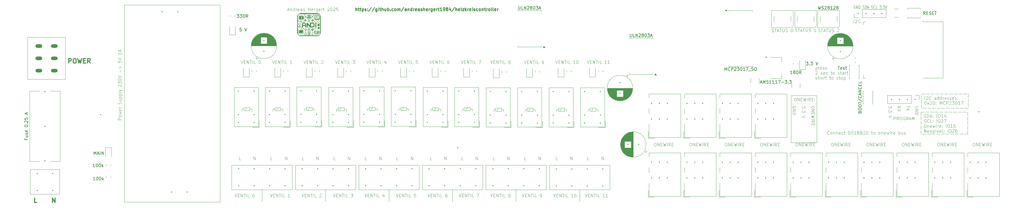
<source format=gto>
%TF.GenerationSoftware,KiCad,Pcbnew,8.0.9*%
%TF.CreationDate,2025-02-25T23:01:13+01:00*%
%TF.ProjectId,Heizkreiscontroller,4865697a-6b72-4656-9973-636f6e74726f,rev?*%
%TF.SameCoordinates,Original*%
%TF.FileFunction,Legend,Top*%
%TF.FilePolarity,Positive*%
%FSLAX46Y46*%
G04 Gerber Fmt 4.6, Leading zero omitted, Abs format (unit mm)*
G04 Created by KiCad (PCBNEW 8.0.9) date 2025-02-25 23:01:13*
%MOMM*%
%LPD*%
G01*
G04 APERTURE LIST*
%ADD10C,0.254000*%
%ADD11C,0.100000*%
%ADD12C,0.300000*%
%ADD13C,0.150000*%
%ADD14C,0.120000*%
%ADD15C,0.000000*%
%ADD16C,0.350000*%
%ADD17O,2.200000X1.200000*%
G04 APERTURE END LIST*
D10*
X129314009Y-37327452D02*
X129314009Y-36311452D01*
X129749438Y-37327452D02*
X129749438Y-36795262D01*
X129749438Y-36795262D02*
X129701057Y-36698500D01*
X129701057Y-36698500D02*
X129604295Y-36650119D01*
X129604295Y-36650119D02*
X129459152Y-36650119D01*
X129459152Y-36650119D02*
X129362390Y-36698500D01*
X129362390Y-36698500D02*
X129314009Y-36746881D01*
X130088104Y-36650119D02*
X130475152Y-36650119D01*
X130233247Y-36311452D02*
X130233247Y-37182310D01*
X130233247Y-37182310D02*
X130281628Y-37279072D01*
X130281628Y-37279072D02*
X130378390Y-37327452D01*
X130378390Y-37327452D02*
X130475152Y-37327452D01*
X130668675Y-36650119D02*
X131055723Y-36650119D01*
X130813818Y-36311452D02*
X130813818Y-37182310D01*
X130813818Y-37182310D02*
X130862199Y-37279072D01*
X130862199Y-37279072D02*
X130958961Y-37327452D01*
X130958961Y-37327452D02*
X131055723Y-37327452D01*
X131394389Y-36650119D02*
X131394389Y-37666119D01*
X131394389Y-36698500D02*
X131491151Y-36650119D01*
X131491151Y-36650119D02*
X131684675Y-36650119D01*
X131684675Y-36650119D02*
X131781437Y-36698500D01*
X131781437Y-36698500D02*
X131829818Y-36746881D01*
X131829818Y-36746881D02*
X131878199Y-36843643D01*
X131878199Y-36843643D02*
X131878199Y-37133929D01*
X131878199Y-37133929D02*
X131829818Y-37230691D01*
X131829818Y-37230691D02*
X131781437Y-37279072D01*
X131781437Y-37279072D02*
X131684675Y-37327452D01*
X131684675Y-37327452D02*
X131491151Y-37327452D01*
X131491151Y-37327452D02*
X131394389Y-37279072D01*
X132265246Y-37279072D02*
X132362008Y-37327452D01*
X132362008Y-37327452D02*
X132555532Y-37327452D01*
X132555532Y-37327452D02*
X132652294Y-37279072D01*
X132652294Y-37279072D02*
X132700675Y-37182310D01*
X132700675Y-37182310D02*
X132700675Y-37133929D01*
X132700675Y-37133929D02*
X132652294Y-37037167D01*
X132652294Y-37037167D02*
X132555532Y-36988786D01*
X132555532Y-36988786D02*
X132410389Y-36988786D01*
X132410389Y-36988786D02*
X132313627Y-36940405D01*
X132313627Y-36940405D02*
X132265246Y-36843643D01*
X132265246Y-36843643D02*
X132265246Y-36795262D01*
X132265246Y-36795262D02*
X132313627Y-36698500D01*
X132313627Y-36698500D02*
X132410389Y-36650119D01*
X132410389Y-36650119D02*
X132555532Y-36650119D01*
X132555532Y-36650119D02*
X132652294Y-36698500D01*
X133136103Y-37230691D02*
X133184484Y-37279072D01*
X133184484Y-37279072D02*
X133136103Y-37327452D01*
X133136103Y-37327452D02*
X133087722Y-37279072D01*
X133087722Y-37279072D02*
X133136103Y-37230691D01*
X133136103Y-37230691D02*
X133136103Y-37327452D01*
X133136103Y-36698500D02*
X133184484Y-36746881D01*
X133184484Y-36746881D02*
X133136103Y-36795262D01*
X133136103Y-36795262D02*
X133087722Y-36746881D01*
X133087722Y-36746881D02*
X133136103Y-36698500D01*
X133136103Y-36698500D02*
X133136103Y-36795262D01*
X134345628Y-36263072D02*
X133474770Y-37569357D01*
X135410009Y-36263072D02*
X134539151Y-37569357D01*
X136184104Y-36650119D02*
X136184104Y-37472595D01*
X136184104Y-37472595D02*
X136135723Y-37569357D01*
X136135723Y-37569357D02*
X136087342Y-37617738D01*
X136087342Y-37617738D02*
X135990580Y-37666119D01*
X135990580Y-37666119D02*
X135845437Y-37666119D01*
X135845437Y-37666119D02*
X135748675Y-37617738D01*
X136184104Y-37279072D02*
X136087342Y-37327452D01*
X136087342Y-37327452D02*
X135893818Y-37327452D01*
X135893818Y-37327452D02*
X135797056Y-37279072D01*
X135797056Y-37279072D02*
X135748675Y-37230691D01*
X135748675Y-37230691D02*
X135700294Y-37133929D01*
X135700294Y-37133929D02*
X135700294Y-36843643D01*
X135700294Y-36843643D02*
X135748675Y-36746881D01*
X135748675Y-36746881D02*
X135797056Y-36698500D01*
X135797056Y-36698500D02*
X135893818Y-36650119D01*
X135893818Y-36650119D02*
X136087342Y-36650119D01*
X136087342Y-36650119D02*
X136184104Y-36698500D01*
X136667913Y-37327452D02*
X136667913Y-36650119D01*
X136667913Y-36311452D02*
X136619532Y-36359833D01*
X136619532Y-36359833D02*
X136667913Y-36408214D01*
X136667913Y-36408214D02*
X136716294Y-36359833D01*
X136716294Y-36359833D02*
X136667913Y-36311452D01*
X136667913Y-36311452D02*
X136667913Y-36408214D01*
X137006580Y-36650119D02*
X137393628Y-36650119D01*
X137151723Y-36311452D02*
X137151723Y-37182310D01*
X137151723Y-37182310D02*
X137200104Y-37279072D01*
X137200104Y-37279072D02*
X137296866Y-37327452D01*
X137296866Y-37327452D02*
X137393628Y-37327452D01*
X137732294Y-37327452D02*
X137732294Y-36311452D01*
X138167723Y-37327452D02*
X138167723Y-36795262D01*
X138167723Y-36795262D02*
X138119342Y-36698500D01*
X138119342Y-36698500D02*
X138022580Y-36650119D01*
X138022580Y-36650119D02*
X137877437Y-36650119D01*
X137877437Y-36650119D02*
X137780675Y-36698500D01*
X137780675Y-36698500D02*
X137732294Y-36746881D01*
X139086961Y-36650119D02*
X139086961Y-37327452D01*
X138651532Y-36650119D02*
X138651532Y-37182310D01*
X138651532Y-37182310D02*
X138699913Y-37279072D01*
X138699913Y-37279072D02*
X138796675Y-37327452D01*
X138796675Y-37327452D02*
X138941818Y-37327452D01*
X138941818Y-37327452D02*
X139038580Y-37279072D01*
X139038580Y-37279072D02*
X139086961Y-37230691D01*
X139570770Y-37327452D02*
X139570770Y-36311452D01*
X139570770Y-36698500D02*
X139667532Y-36650119D01*
X139667532Y-36650119D02*
X139861056Y-36650119D01*
X139861056Y-36650119D02*
X139957818Y-36698500D01*
X139957818Y-36698500D02*
X140006199Y-36746881D01*
X140006199Y-36746881D02*
X140054580Y-36843643D01*
X140054580Y-36843643D02*
X140054580Y-37133929D01*
X140054580Y-37133929D02*
X140006199Y-37230691D01*
X140006199Y-37230691D02*
X139957818Y-37279072D01*
X139957818Y-37279072D02*
X139861056Y-37327452D01*
X139861056Y-37327452D02*
X139667532Y-37327452D01*
X139667532Y-37327452D02*
X139570770Y-37279072D01*
X140490008Y-37230691D02*
X140538389Y-37279072D01*
X140538389Y-37279072D02*
X140490008Y-37327452D01*
X140490008Y-37327452D02*
X140441627Y-37279072D01*
X140441627Y-37279072D02*
X140490008Y-37230691D01*
X140490008Y-37230691D02*
X140490008Y-37327452D01*
X141409247Y-37279072D02*
X141312485Y-37327452D01*
X141312485Y-37327452D02*
X141118961Y-37327452D01*
X141118961Y-37327452D02*
X141022199Y-37279072D01*
X141022199Y-37279072D02*
X140973818Y-37230691D01*
X140973818Y-37230691D02*
X140925437Y-37133929D01*
X140925437Y-37133929D02*
X140925437Y-36843643D01*
X140925437Y-36843643D02*
X140973818Y-36746881D01*
X140973818Y-36746881D02*
X141022199Y-36698500D01*
X141022199Y-36698500D02*
X141118961Y-36650119D01*
X141118961Y-36650119D02*
X141312485Y-36650119D01*
X141312485Y-36650119D02*
X141409247Y-36698500D01*
X141989818Y-37327452D02*
X141893056Y-37279072D01*
X141893056Y-37279072D02*
X141844675Y-37230691D01*
X141844675Y-37230691D02*
X141796294Y-37133929D01*
X141796294Y-37133929D02*
X141796294Y-36843643D01*
X141796294Y-36843643D02*
X141844675Y-36746881D01*
X141844675Y-36746881D02*
X141893056Y-36698500D01*
X141893056Y-36698500D02*
X141989818Y-36650119D01*
X141989818Y-36650119D02*
X142134961Y-36650119D01*
X142134961Y-36650119D02*
X142231723Y-36698500D01*
X142231723Y-36698500D02*
X142280104Y-36746881D01*
X142280104Y-36746881D02*
X142328485Y-36843643D01*
X142328485Y-36843643D02*
X142328485Y-37133929D01*
X142328485Y-37133929D02*
X142280104Y-37230691D01*
X142280104Y-37230691D02*
X142231723Y-37279072D01*
X142231723Y-37279072D02*
X142134961Y-37327452D01*
X142134961Y-37327452D02*
X141989818Y-37327452D01*
X142763913Y-37327452D02*
X142763913Y-36650119D01*
X142763913Y-36746881D02*
X142812294Y-36698500D01*
X142812294Y-36698500D02*
X142909056Y-36650119D01*
X142909056Y-36650119D02*
X143054199Y-36650119D01*
X143054199Y-36650119D02*
X143150961Y-36698500D01*
X143150961Y-36698500D02*
X143199342Y-36795262D01*
X143199342Y-36795262D02*
X143199342Y-37327452D01*
X143199342Y-36795262D02*
X143247723Y-36698500D01*
X143247723Y-36698500D02*
X143344485Y-36650119D01*
X143344485Y-36650119D02*
X143489628Y-36650119D01*
X143489628Y-36650119D02*
X143586389Y-36698500D01*
X143586389Y-36698500D02*
X143634770Y-36795262D01*
X143634770Y-36795262D02*
X143634770Y-37327452D01*
X144844295Y-36263072D02*
X143973437Y-37569357D01*
X145618390Y-37327452D02*
X145618390Y-36795262D01*
X145618390Y-36795262D02*
X145570009Y-36698500D01*
X145570009Y-36698500D02*
X145473247Y-36650119D01*
X145473247Y-36650119D02*
X145279723Y-36650119D01*
X145279723Y-36650119D02*
X145182961Y-36698500D01*
X145618390Y-37279072D02*
X145521628Y-37327452D01*
X145521628Y-37327452D02*
X145279723Y-37327452D01*
X145279723Y-37327452D02*
X145182961Y-37279072D01*
X145182961Y-37279072D02*
X145134580Y-37182310D01*
X145134580Y-37182310D02*
X145134580Y-37085548D01*
X145134580Y-37085548D02*
X145182961Y-36988786D01*
X145182961Y-36988786D02*
X145279723Y-36940405D01*
X145279723Y-36940405D02*
X145521628Y-36940405D01*
X145521628Y-36940405D02*
X145618390Y-36892024D01*
X146102199Y-36650119D02*
X146102199Y-37327452D01*
X146102199Y-36746881D02*
X146150580Y-36698500D01*
X146150580Y-36698500D02*
X146247342Y-36650119D01*
X146247342Y-36650119D02*
X146392485Y-36650119D01*
X146392485Y-36650119D02*
X146489247Y-36698500D01*
X146489247Y-36698500D02*
X146537628Y-36795262D01*
X146537628Y-36795262D02*
X146537628Y-37327452D01*
X147456866Y-37327452D02*
X147456866Y-36311452D01*
X147456866Y-37279072D02*
X147360104Y-37327452D01*
X147360104Y-37327452D02*
X147166580Y-37327452D01*
X147166580Y-37327452D02*
X147069818Y-37279072D01*
X147069818Y-37279072D02*
X147021437Y-37230691D01*
X147021437Y-37230691D02*
X146973056Y-37133929D01*
X146973056Y-37133929D02*
X146973056Y-36843643D01*
X146973056Y-36843643D02*
X147021437Y-36746881D01*
X147021437Y-36746881D02*
X147069818Y-36698500D01*
X147069818Y-36698500D02*
X147166580Y-36650119D01*
X147166580Y-36650119D02*
X147360104Y-36650119D01*
X147360104Y-36650119D02*
X147456866Y-36698500D01*
X147940675Y-37327452D02*
X147940675Y-36650119D01*
X147940675Y-36843643D02*
X147989056Y-36746881D01*
X147989056Y-36746881D02*
X148037437Y-36698500D01*
X148037437Y-36698500D02*
X148134199Y-36650119D01*
X148134199Y-36650119D02*
X148230961Y-36650119D01*
X148956675Y-37279072D02*
X148859913Y-37327452D01*
X148859913Y-37327452D02*
X148666389Y-37327452D01*
X148666389Y-37327452D02*
X148569627Y-37279072D01*
X148569627Y-37279072D02*
X148521246Y-37182310D01*
X148521246Y-37182310D02*
X148521246Y-36795262D01*
X148521246Y-36795262D02*
X148569627Y-36698500D01*
X148569627Y-36698500D02*
X148666389Y-36650119D01*
X148666389Y-36650119D02*
X148859913Y-36650119D01*
X148859913Y-36650119D02*
X148956675Y-36698500D01*
X148956675Y-36698500D02*
X149005056Y-36795262D01*
X149005056Y-36795262D02*
X149005056Y-36892024D01*
X149005056Y-36892024D02*
X148521246Y-36988786D01*
X149875913Y-37327452D02*
X149875913Y-36795262D01*
X149875913Y-36795262D02*
X149827532Y-36698500D01*
X149827532Y-36698500D02*
X149730770Y-36650119D01*
X149730770Y-36650119D02*
X149537246Y-36650119D01*
X149537246Y-36650119D02*
X149440484Y-36698500D01*
X149875913Y-37279072D02*
X149779151Y-37327452D01*
X149779151Y-37327452D02*
X149537246Y-37327452D01*
X149537246Y-37327452D02*
X149440484Y-37279072D01*
X149440484Y-37279072D02*
X149392103Y-37182310D01*
X149392103Y-37182310D02*
X149392103Y-37085548D01*
X149392103Y-37085548D02*
X149440484Y-36988786D01*
X149440484Y-36988786D02*
X149537246Y-36940405D01*
X149537246Y-36940405D02*
X149779151Y-36940405D01*
X149779151Y-36940405D02*
X149875913Y-36892024D01*
X150311341Y-37279072D02*
X150408103Y-37327452D01*
X150408103Y-37327452D02*
X150601627Y-37327452D01*
X150601627Y-37327452D02*
X150698389Y-37279072D01*
X150698389Y-37279072D02*
X150746770Y-37182310D01*
X150746770Y-37182310D02*
X150746770Y-37133929D01*
X150746770Y-37133929D02*
X150698389Y-37037167D01*
X150698389Y-37037167D02*
X150601627Y-36988786D01*
X150601627Y-36988786D02*
X150456484Y-36988786D01*
X150456484Y-36988786D02*
X150359722Y-36940405D01*
X150359722Y-36940405D02*
X150311341Y-36843643D01*
X150311341Y-36843643D02*
X150311341Y-36795262D01*
X150311341Y-36795262D02*
X150359722Y-36698500D01*
X150359722Y-36698500D02*
X150456484Y-36650119D01*
X150456484Y-36650119D02*
X150601627Y-36650119D01*
X150601627Y-36650119D02*
X150698389Y-36698500D01*
X151182198Y-37327452D02*
X151182198Y-36311452D01*
X151617627Y-37327452D02*
X151617627Y-36795262D01*
X151617627Y-36795262D02*
X151569246Y-36698500D01*
X151569246Y-36698500D02*
X151472484Y-36650119D01*
X151472484Y-36650119D02*
X151327341Y-36650119D01*
X151327341Y-36650119D02*
X151230579Y-36698500D01*
X151230579Y-36698500D02*
X151182198Y-36746881D01*
X152488484Y-37279072D02*
X152391722Y-37327452D01*
X152391722Y-37327452D02*
X152198198Y-37327452D01*
X152198198Y-37327452D02*
X152101436Y-37279072D01*
X152101436Y-37279072D02*
X152053055Y-37182310D01*
X152053055Y-37182310D02*
X152053055Y-36795262D01*
X152053055Y-36795262D02*
X152101436Y-36698500D01*
X152101436Y-36698500D02*
X152198198Y-36650119D01*
X152198198Y-36650119D02*
X152391722Y-36650119D01*
X152391722Y-36650119D02*
X152488484Y-36698500D01*
X152488484Y-36698500D02*
X152536865Y-36795262D01*
X152536865Y-36795262D02*
X152536865Y-36892024D01*
X152536865Y-36892024D02*
X152053055Y-36988786D01*
X152972293Y-37327452D02*
X152972293Y-36650119D01*
X152972293Y-36843643D02*
X153020674Y-36746881D01*
X153020674Y-36746881D02*
X153069055Y-36698500D01*
X153069055Y-36698500D02*
X153165817Y-36650119D01*
X153165817Y-36650119D02*
X153262579Y-36650119D01*
X154036674Y-36650119D02*
X154036674Y-37472595D01*
X154036674Y-37472595D02*
X153988293Y-37569357D01*
X153988293Y-37569357D02*
X153939912Y-37617738D01*
X153939912Y-37617738D02*
X153843150Y-37666119D01*
X153843150Y-37666119D02*
X153698007Y-37666119D01*
X153698007Y-37666119D02*
X153601245Y-37617738D01*
X154036674Y-37279072D02*
X153939912Y-37327452D01*
X153939912Y-37327452D02*
X153746388Y-37327452D01*
X153746388Y-37327452D02*
X153649626Y-37279072D01*
X153649626Y-37279072D02*
X153601245Y-37230691D01*
X153601245Y-37230691D02*
X153552864Y-37133929D01*
X153552864Y-37133929D02*
X153552864Y-36843643D01*
X153552864Y-36843643D02*
X153601245Y-36746881D01*
X153601245Y-36746881D02*
X153649626Y-36698500D01*
X153649626Y-36698500D02*
X153746388Y-36650119D01*
X153746388Y-36650119D02*
X153939912Y-36650119D01*
X153939912Y-36650119D02*
X154036674Y-36698500D01*
X154907531Y-37279072D02*
X154810769Y-37327452D01*
X154810769Y-37327452D02*
X154617245Y-37327452D01*
X154617245Y-37327452D02*
X154520483Y-37279072D01*
X154520483Y-37279072D02*
X154472102Y-37182310D01*
X154472102Y-37182310D02*
X154472102Y-36795262D01*
X154472102Y-36795262D02*
X154520483Y-36698500D01*
X154520483Y-36698500D02*
X154617245Y-36650119D01*
X154617245Y-36650119D02*
X154810769Y-36650119D01*
X154810769Y-36650119D02*
X154907531Y-36698500D01*
X154907531Y-36698500D02*
X154955912Y-36795262D01*
X154955912Y-36795262D02*
X154955912Y-36892024D01*
X154955912Y-36892024D02*
X154472102Y-36988786D01*
X155391340Y-37327452D02*
X155391340Y-36650119D01*
X155391340Y-36843643D02*
X155439721Y-36746881D01*
X155439721Y-36746881D02*
X155488102Y-36698500D01*
X155488102Y-36698500D02*
X155584864Y-36650119D01*
X155584864Y-36650119D02*
X155681626Y-36650119D01*
X155875149Y-36650119D02*
X156262197Y-36650119D01*
X156020292Y-36311452D02*
X156020292Y-37182310D01*
X156020292Y-37182310D02*
X156068673Y-37279072D01*
X156068673Y-37279072D02*
X156165435Y-37327452D01*
X156165435Y-37327452D02*
X156262197Y-37327452D01*
X157133054Y-37327452D02*
X156552482Y-37327452D01*
X156842768Y-37327452D02*
X156842768Y-36311452D01*
X156842768Y-36311452D02*
X156746006Y-36456595D01*
X156746006Y-36456595D02*
X156649244Y-36553357D01*
X156649244Y-36553357D02*
X156552482Y-36601738D01*
X157616863Y-37327452D02*
X157810387Y-37327452D01*
X157810387Y-37327452D02*
X157907149Y-37279072D01*
X157907149Y-37279072D02*
X157955530Y-37230691D01*
X157955530Y-37230691D02*
X158052292Y-37085548D01*
X158052292Y-37085548D02*
X158100673Y-36892024D01*
X158100673Y-36892024D02*
X158100673Y-36504976D01*
X158100673Y-36504976D02*
X158052292Y-36408214D01*
X158052292Y-36408214D02*
X158003911Y-36359833D01*
X158003911Y-36359833D02*
X157907149Y-36311452D01*
X157907149Y-36311452D02*
X157713625Y-36311452D01*
X157713625Y-36311452D02*
X157616863Y-36359833D01*
X157616863Y-36359833D02*
X157568482Y-36408214D01*
X157568482Y-36408214D02*
X157520101Y-36504976D01*
X157520101Y-36504976D02*
X157520101Y-36746881D01*
X157520101Y-36746881D02*
X157568482Y-36843643D01*
X157568482Y-36843643D02*
X157616863Y-36892024D01*
X157616863Y-36892024D02*
X157713625Y-36940405D01*
X157713625Y-36940405D02*
X157907149Y-36940405D01*
X157907149Y-36940405D02*
X158003911Y-36892024D01*
X158003911Y-36892024D02*
X158052292Y-36843643D01*
X158052292Y-36843643D02*
X158100673Y-36746881D01*
X158681244Y-36746881D02*
X158584482Y-36698500D01*
X158584482Y-36698500D02*
X158536101Y-36650119D01*
X158536101Y-36650119D02*
X158487720Y-36553357D01*
X158487720Y-36553357D02*
X158487720Y-36504976D01*
X158487720Y-36504976D02*
X158536101Y-36408214D01*
X158536101Y-36408214D02*
X158584482Y-36359833D01*
X158584482Y-36359833D02*
X158681244Y-36311452D01*
X158681244Y-36311452D02*
X158874768Y-36311452D01*
X158874768Y-36311452D02*
X158971530Y-36359833D01*
X158971530Y-36359833D02*
X159019911Y-36408214D01*
X159019911Y-36408214D02*
X159068292Y-36504976D01*
X159068292Y-36504976D02*
X159068292Y-36553357D01*
X159068292Y-36553357D02*
X159019911Y-36650119D01*
X159019911Y-36650119D02*
X158971530Y-36698500D01*
X158971530Y-36698500D02*
X158874768Y-36746881D01*
X158874768Y-36746881D02*
X158681244Y-36746881D01*
X158681244Y-36746881D02*
X158584482Y-36795262D01*
X158584482Y-36795262D02*
X158536101Y-36843643D01*
X158536101Y-36843643D02*
X158487720Y-36940405D01*
X158487720Y-36940405D02*
X158487720Y-37133929D01*
X158487720Y-37133929D02*
X158536101Y-37230691D01*
X158536101Y-37230691D02*
X158584482Y-37279072D01*
X158584482Y-37279072D02*
X158681244Y-37327452D01*
X158681244Y-37327452D02*
X158874768Y-37327452D01*
X158874768Y-37327452D02*
X158971530Y-37279072D01*
X158971530Y-37279072D02*
X159019911Y-37230691D01*
X159019911Y-37230691D02*
X159068292Y-37133929D01*
X159068292Y-37133929D02*
X159068292Y-36940405D01*
X159068292Y-36940405D02*
X159019911Y-36843643D01*
X159019911Y-36843643D02*
X158971530Y-36795262D01*
X158971530Y-36795262D02*
X158874768Y-36746881D01*
X159939149Y-36650119D02*
X159939149Y-37327452D01*
X159697244Y-36263072D02*
X159455339Y-36988786D01*
X159455339Y-36988786D02*
X160084292Y-36988786D01*
X161197054Y-36263072D02*
X160326196Y-37569357D01*
X161535720Y-37327452D02*
X161535720Y-36311452D01*
X161971149Y-37327452D02*
X161971149Y-36795262D01*
X161971149Y-36795262D02*
X161922768Y-36698500D01*
X161922768Y-36698500D02*
X161826006Y-36650119D01*
X161826006Y-36650119D02*
X161680863Y-36650119D01*
X161680863Y-36650119D02*
X161584101Y-36698500D01*
X161584101Y-36698500D02*
X161535720Y-36746881D01*
X162842006Y-37279072D02*
X162745244Y-37327452D01*
X162745244Y-37327452D02*
X162551720Y-37327452D01*
X162551720Y-37327452D02*
X162454958Y-37279072D01*
X162454958Y-37279072D02*
X162406577Y-37182310D01*
X162406577Y-37182310D02*
X162406577Y-36795262D01*
X162406577Y-36795262D02*
X162454958Y-36698500D01*
X162454958Y-36698500D02*
X162551720Y-36650119D01*
X162551720Y-36650119D02*
X162745244Y-36650119D01*
X162745244Y-36650119D02*
X162842006Y-36698500D01*
X162842006Y-36698500D02*
X162890387Y-36795262D01*
X162890387Y-36795262D02*
X162890387Y-36892024D01*
X162890387Y-36892024D02*
X162406577Y-36988786D01*
X163325815Y-37327452D02*
X163325815Y-36650119D01*
X163325815Y-36311452D02*
X163277434Y-36359833D01*
X163277434Y-36359833D02*
X163325815Y-36408214D01*
X163325815Y-36408214D02*
X163374196Y-36359833D01*
X163374196Y-36359833D02*
X163325815Y-36311452D01*
X163325815Y-36311452D02*
X163325815Y-36408214D01*
X163712863Y-36650119D02*
X164245054Y-36650119D01*
X164245054Y-36650119D02*
X163712863Y-37327452D01*
X163712863Y-37327452D02*
X164245054Y-37327452D01*
X164632101Y-37327452D02*
X164632101Y-36311452D01*
X164728863Y-36940405D02*
X165019149Y-37327452D01*
X165019149Y-36650119D02*
X164632101Y-37037167D01*
X165454577Y-37327452D02*
X165454577Y-36650119D01*
X165454577Y-36843643D02*
X165502958Y-36746881D01*
X165502958Y-36746881D02*
X165551339Y-36698500D01*
X165551339Y-36698500D02*
X165648101Y-36650119D01*
X165648101Y-36650119D02*
X165744863Y-36650119D01*
X166470577Y-37279072D02*
X166373815Y-37327452D01*
X166373815Y-37327452D02*
X166180291Y-37327452D01*
X166180291Y-37327452D02*
X166083529Y-37279072D01*
X166083529Y-37279072D02*
X166035148Y-37182310D01*
X166035148Y-37182310D02*
X166035148Y-36795262D01*
X166035148Y-36795262D02*
X166083529Y-36698500D01*
X166083529Y-36698500D02*
X166180291Y-36650119D01*
X166180291Y-36650119D02*
X166373815Y-36650119D01*
X166373815Y-36650119D02*
X166470577Y-36698500D01*
X166470577Y-36698500D02*
X166518958Y-36795262D01*
X166518958Y-36795262D02*
X166518958Y-36892024D01*
X166518958Y-36892024D02*
X166035148Y-36988786D01*
X166954386Y-37327452D02*
X166954386Y-36650119D01*
X166954386Y-36311452D02*
X166906005Y-36359833D01*
X166906005Y-36359833D02*
X166954386Y-36408214D01*
X166954386Y-36408214D02*
X167002767Y-36359833D01*
X167002767Y-36359833D02*
X166954386Y-36311452D01*
X166954386Y-36311452D02*
X166954386Y-36408214D01*
X167389815Y-37279072D02*
X167486577Y-37327452D01*
X167486577Y-37327452D02*
X167680101Y-37327452D01*
X167680101Y-37327452D02*
X167776863Y-37279072D01*
X167776863Y-37279072D02*
X167825244Y-37182310D01*
X167825244Y-37182310D02*
X167825244Y-37133929D01*
X167825244Y-37133929D02*
X167776863Y-37037167D01*
X167776863Y-37037167D02*
X167680101Y-36988786D01*
X167680101Y-36988786D02*
X167534958Y-36988786D01*
X167534958Y-36988786D02*
X167438196Y-36940405D01*
X167438196Y-36940405D02*
X167389815Y-36843643D01*
X167389815Y-36843643D02*
X167389815Y-36795262D01*
X167389815Y-36795262D02*
X167438196Y-36698500D01*
X167438196Y-36698500D02*
X167534958Y-36650119D01*
X167534958Y-36650119D02*
X167680101Y-36650119D01*
X167680101Y-36650119D02*
X167776863Y-36698500D01*
X168696101Y-37279072D02*
X168599339Y-37327452D01*
X168599339Y-37327452D02*
X168405815Y-37327452D01*
X168405815Y-37327452D02*
X168309053Y-37279072D01*
X168309053Y-37279072D02*
X168260672Y-37230691D01*
X168260672Y-37230691D02*
X168212291Y-37133929D01*
X168212291Y-37133929D02*
X168212291Y-36843643D01*
X168212291Y-36843643D02*
X168260672Y-36746881D01*
X168260672Y-36746881D02*
X168309053Y-36698500D01*
X168309053Y-36698500D02*
X168405815Y-36650119D01*
X168405815Y-36650119D02*
X168599339Y-36650119D01*
X168599339Y-36650119D02*
X168696101Y-36698500D01*
X169276672Y-37327452D02*
X169179910Y-37279072D01*
X169179910Y-37279072D02*
X169131529Y-37230691D01*
X169131529Y-37230691D02*
X169083148Y-37133929D01*
X169083148Y-37133929D02*
X169083148Y-36843643D01*
X169083148Y-36843643D02*
X169131529Y-36746881D01*
X169131529Y-36746881D02*
X169179910Y-36698500D01*
X169179910Y-36698500D02*
X169276672Y-36650119D01*
X169276672Y-36650119D02*
X169421815Y-36650119D01*
X169421815Y-36650119D02*
X169518577Y-36698500D01*
X169518577Y-36698500D02*
X169566958Y-36746881D01*
X169566958Y-36746881D02*
X169615339Y-36843643D01*
X169615339Y-36843643D02*
X169615339Y-37133929D01*
X169615339Y-37133929D02*
X169566958Y-37230691D01*
X169566958Y-37230691D02*
X169518577Y-37279072D01*
X169518577Y-37279072D02*
X169421815Y-37327452D01*
X169421815Y-37327452D02*
X169276672Y-37327452D01*
X170050767Y-36650119D02*
X170050767Y-37327452D01*
X170050767Y-36746881D02*
X170099148Y-36698500D01*
X170099148Y-36698500D02*
X170195910Y-36650119D01*
X170195910Y-36650119D02*
X170341053Y-36650119D01*
X170341053Y-36650119D02*
X170437815Y-36698500D01*
X170437815Y-36698500D02*
X170486196Y-36795262D01*
X170486196Y-36795262D02*
X170486196Y-37327452D01*
X170824862Y-36650119D02*
X171211910Y-36650119D01*
X170970005Y-36311452D02*
X170970005Y-37182310D01*
X170970005Y-37182310D02*
X171018386Y-37279072D01*
X171018386Y-37279072D02*
X171115148Y-37327452D01*
X171115148Y-37327452D02*
X171211910Y-37327452D01*
X171550576Y-37327452D02*
X171550576Y-36650119D01*
X171550576Y-36843643D02*
X171598957Y-36746881D01*
X171598957Y-36746881D02*
X171647338Y-36698500D01*
X171647338Y-36698500D02*
X171744100Y-36650119D01*
X171744100Y-36650119D02*
X171840862Y-36650119D01*
X172324671Y-37327452D02*
X172227909Y-37279072D01*
X172227909Y-37279072D02*
X172179528Y-37230691D01*
X172179528Y-37230691D02*
X172131147Y-37133929D01*
X172131147Y-37133929D02*
X172131147Y-36843643D01*
X172131147Y-36843643D02*
X172179528Y-36746881D01*
X172179528Y-36746881D02*
X172227909Y-36698500D01*
X172227909Y-36698500D02*
X172324671Y-36650119D01*
X172324671Y-36650119D02*
X172469814Y-36650119D01*
X172469814Y-36650119D02*
X172566576Y-36698500D01*
X172566576Y-36698500D02*
X172614957Y-36746881D01*
X172614957Y-36746881D02*
X172663338Y-36843643D01*
X172663338Y-36843643D02*
X172663338Y-37133929D01*
X172663338Y-37133929D02*
X172614957Y-37230691D01*
X172614957Y-37230691D02*
X172566576Y-37279072D01*
X172566576Y-37279072D02*
X172469814Y-37327452D01*
X172469814Y-37327452D02*
X172324671Y-37327452D01*
X173243909Y-37327452D02*
X173147147Y-37279072D01*
X173147147Y-37279072D02*
X173098766Y-37182310D01*
X173098766Y-37182310D02*
X173098766Y-36311452D01*
X173776099Y-37327452D02*
X173679337Y-37279072D01*
X173679337Y-37279072D02*
X173630956Y-37182310D01*
X173630956Y-37182310D02*
X173630956Y-36311452D01*
X174550194Y-37279072D02*
X174453432Y-37327452D01*
X174453432Y-37327452D02*
X174259908Y-37327452D01*
X174259908Y-37327452D02*
X174163146Y-37279072D01*
X174163146Y-37279072D02*
X174114765Y-37182310D01*
X174114765Y-37182310D02*
X174114765Y-36795262D01*
X174114765Y-36795262D02*
X174163146Y-36698500D01*
X174163146Y-36698500D02*
X174259908Y-36650119D01*
X174259908Y-36650119D02*
X174453432Y-36650119D01*
X174453432Y-36650119D02*
X174550194Y-36698500D01*
X174550194Y-36698500D02*
X174598575Y-36795262D01*
X174598575Y-36795262D02*
X174598575Y-36892024D01*
X174598575Y-36892024D02*
X174114765Y-36988786D01*
X175034003Y-37327452D02*
X175034003Y-36650119D01*
X175034003Y-36843643D02*
X175082384Y-36746881D01*
X175082384Y-36746881D02*
X175130765Y-36698500D01*
X175130765Y-36698500D02*
X175227527Y-36650119D01*
X175227527Y-36650119D02*
X175324289Y-36650119D01*
D11*
X312791265Y-71861500D02*
X312934122Y-71909119D01*
X312934122Y-71909119D02*
X313172217Y-71909119D01*
X313172217Y-71909119D02*
X313267455Y-71861500D01*
X313267455Y-71861500D02*
X313315074Y-71813880D01*
X313315074Y-71813880D02*
X313362693Y-71718642D01*
X313362693Y-71718642D02*
X313362693Y-71623404D01*
X313362693Y-71623404D02*
X313315074Y-71528166D01*
X313315074Y-71528166D02*
X313267455Y-71480547D01*
X313267455Y-71480547D02*
X313172217Y-71432928D01*
X313172217Y-71432928D02*
X312981741Y-71385309D01*
X312981741Y-71385309D02*
X312886503Y-71337690D01*
X312886503Y-71337690D02*
X312838884Y-71290071D01*
X312838884Y-71290071D02*
X312791265Y-71194833D01*
X312791265Y-71194833D02*
X312791265Y-71099595D01*
X312791265Y-71099595D02*
X312838884Y-71004357D01*
X312838884Y-71004357D02*
X312886503Y-70956738D01*
X312886503Y-70956738D02*
X312981741Y-70909119D01*
X312981741Y-70909119D02*
X313219836Y-70909119D01*
X313219836Y-70909119D02*
X313362693Y-70956738D01*
X313791265Y-71909119D02*
X313791265Y-70909119D01*
X313791265Y-70909119D02*
X314029360Y-70909119D01*
X314029360Y-70909119D02*
X314172217Y-70956738D01*
X314172217Y-70956738D02*
X314267455Y-71051976D01*
X314267455Y-71051976D02*
X314315074Y-71147214D01*
X314315074Y-71147214D02*
X314362693Y-71337690D01*
X314362693Y-71337690D02*
X314362693Y-71480547D01*
X314362693Y-71480547D02*
X314315074Y-71671023D01*
X314315074Y-71671023D02*
X314267455Y-71766261D01*
X314267455Y-71766261D02*
X314172217Y-71861500D01*
X314172217Y-71861500D02*
X314029360Y-71909119D01*
X314029360Y-71909119D02*
X313791265Y-71909119D01*
X314743646Y-71623404D02*
X315219836Y-71623404D01*
X314648408Y-71909119D02*
X314981741Y-70909119D01*
X314981741Y-70909119D02*
X315315074Y-71909119D01*
X315648408Y-71813880D02*
X315696027Y-71861500D01*
X315696027Y-71861500D02*
X315648408Y-71909119D01*
X315648408Y-71909119D02*
X315600789Y-71861500D01*
X315600789Y-71861500D02*
X315648408Y-71813880D01*
X315648408Y-71813880D02*
X315648408Y-71909119D01*
X315648408Y-71290071D02*
X315696027Y-71337690D01*
X315696027Y-71337690D02*
X315648408Y-71385309D01*
X315648408Y-71385309D02*
X315600789Y-71337690D01*
X315600789Y-71337690D02*
X315648408Y-71290071D01*
X315648408Y-71290071D02*
X315648408Y-71385309D01*
X316886503Y-71909119D02*
X316886503Y-70909119D01*
X317553169Y-70909119D02*
X317743645Y-70909119D01*
X317743645Y-70909119D02*
X317838883Y-70956738D01*
X317838883Y-70956738D02*
X317934121Y-71051976D01*
X317934121Y-71051976D02*
X317981740Y-71242452D01*
X317981740Y-71242452D02*
X317981740Y-71575785D01*
X317981740Y-71575785D02*
X317934121Y-71766261D01*
X317934121Y-71766261D02*
X317838883Y-71861500D01*
X317838883Y-71861500D02*
X317743645Y-71909119D01*
X317743645Y-71909119D02*
X317553169Y-71909119D01*
X317553169Y-71909119D02*
X317457931Y-71861500D01*
X317457931Y-71861500D02*
X317362693Y-71766261D01*
X317362693Y-71766261D02*
X317315074Y-71575785D01*
X317315074Y-71575785D02*
X317315074Y-71242452D01*
X317315074Y-71242452D02*
X317362693Y-71051976D01*
X317362693Y-71051976D02*
X317457931Y-70956738D01*
X317457931Y-70956738D02*
X317553169Y-70909119D01*
X318934121Y-71909119D02*
X318362693Y-71909119D01*
X318648407Y-71909119D02*
X318648407Y-70909119D01*
X318648407Y-70909119D02*
X318553169Y-71051976D01*
X318553169Y-71051976D02*
X318457931Y-71147214D01*
X318457931Y-71147214D02*
X318362693Y-71194833D01*
X319791264Y-71242452D02*
X319791264Y-71909119D01*
X319553169Y-70861500D02*
X319315074Y-71575785D01*
X319315074Y-71575785D02*
X319934121Y-71575785D01*
X312791265Y-73471444D02*
X312934122Y-73519063D01*
X312934122Y-73519063D02*
X313172217Y-73519063D01*
X313172217Y-73519063D02*
X313267455Y-73471444D01*
X313267455Y-73471444D02*
X313315074Y-73423824D01*
X313315074Y-73423824D02*
X313362693Y-73328586D01*
X313362693Y-73328586D02*
X313362693Y-73233348D01*
X313362693Y-73233348D02*
X313315074Y-73138110D01*
X313315074Y-73138110D02*
X313267455Y-73090491D01*
X313267455Y-73090491D02*
X313172217Y-73042872D01*
X313172217Y-73042872D02*
X312981741Y-72995253D01*
X312981741Y-72995253D02*
X312886503Y-72947634D01*
X312886503Y-72947634D02*
X312838884Y-72900015D01*
X312838884Y-72900015D02*
X312791265Y-72804777D01*
X312791265Y-72804777D02*
X312791265Y-72709539D01*
X312791265Y-72709539D02*
X312838884Y-72614301D01*
X312838884Y-72614301D02*
X312886503Y-72566682D01*
X312886503Y-72566682D02*
X312981741Y-72519063D01*
X312981741Y-72519063D02*
X313219836Y-72519063D01*
X313219836Y-72519063D02*
X313362693Y-72566682D01*
X314362693Y-73423824D02*
X314315074Y-73471444D01*
X314315074Y-73471444D02*
X314172217Y-73519063D01*
X314172217Y-73519063D02*
X314076979Y-73519063D01*
X314076979Y-73519063D02*
X313934122Y-73471444D01*
X313934122Y-73471444D02*
X313838884Y-73376205D01*
X313838884Y-73376205D02*
X313791265Y-73280967D01*
X313791265Y-73280967D02*
X313743646Y-73090491D01*
X313743646Y-73090491D02*
X313743646Y-72947634D01*
X313743646Y-72947634D02*
X313791265Y-72757158D01*
X313791265Y-72757158D02*
X313838884Y-72661920D01*
X313838884Y-72661920D02*
X313934122Y-72566682D01*
X313934122Y-72566682D02*
X314076979Y-72519063D01*
X314076979Y-72519063D02*
X314172217Y-72519063D01*
X314172217Y-72519063D02*
X314315074Y-72566682D01*
X314315074Y-72566682D02*
X314362693Y-72614301D01*
X315267455Y-73519063D02*
X314791265Y-73519063D01*
X314791265Y-73519063D02*
X314791265Y-72519063D01*
X315600789Y-73423824D02*
X315648408Y-73471444D01*
X315648408Y-73471444D02*
X315600789Y-73519063D01*
X315600789Y-73519063D02*
X315553170Y-73471444D01*
X315553170Y-73471444D02*
X315600789Y-73423824D01*
X315600789Y-73423824D02*
X315600789Y-73519063D01*
X315600789Y-72900015D02*
X315648408Y-72947634D01*
X315648408Y-72947634D02*
X315600789Y-72995253D01*
X315600789Y-72995253D02*
X315553170Y-72947634D01*
X315553170Y-72947634D02*
X315600789Y-72900015D01*
X315600789Y-72900015D02*
X315600789Y-72995253D01*
X316838884Y-73519063D02*
X316838884Y-72519063D01*
X317505550Y-72519063D02*
X317696026Y-72519063D01*
X317696026Y-72519063D02*
X317791264Y-72566682D01*
X317791264Y-72566682D02*
X317886502Y-72661920D01*
X317886502Y-72661920D02*
X317934121Y-72852396D01*
X317934121Y-72852396D02*
X317934121Y-73185729D01*
X317934121Y-73185729D02*
X317886502Y-73376205D01*
X317886502Y-73376205D02*
X317791264Y-73471444D01*
X317791264Y-73471444D02*
X317696026Y-73519063D01*
X317696026Y-73519063D02*
X317505550Y-73519063D01*
X317505550Y-73519063D02*
X317410312Y-73471444D01*
X317410312Y-73471444D02*
X317315074Y-73376205D01*
X317315074Y-73376205D02*
X317267455Y-73185729D01*
X317267455Y-73185729D02*
X317267455Y-72852396D01*
X317267455Y-72852396D02*
X317315074Y-72661920D01*
X317315074Y-72661920D02*
X317410312Y-72566682D01*
X317410312Y-72566682D02*
X317505550Y-72519063D01*
X318315074Y-72614301D02*
X318362693Y-72566682D01*
X318362693Y-72566682D02*
X318457931Y-72519063D01*
X318457931Y-72519063D02*
X318696026Y-72519063D01*
X318696026Y-72519063D02*
X318791264Y-72566682D01*
X318791264Y-72566682D02*
X318838883Y-72614301D01*
X318838883Y-72614301D02*
X318886502Y-72709539D01*
X318886502Y-72709539D02*
X318886502Y-72804777D01*
X318886502Y-72804777D02*
X318838883Y-72947634D01*
X318838883Y-72947634D02*
X318267455Y-73519063D01*
X318267455Y-73519063D02*
X318886502Y-73519063D01*
X319219836Y-72519063D02*
X319886502Y-72519063D01*
X319886502Y-72519063D02*
X319457931Y-73519063D01*
X313029360Y-74129007D02*
X313219836Y-74129007D01*
X313219836Y-74129007D02*
X313315074Y-74176626D01*
X313315074Y-74176626D02*
X313410312Y-74271864D01*
X313410312Y-74271864D02*
X313457931Y-74462340D01*
X313457931Y-74462340D02*
X313457931Y-74795673D01*
X313457931Y-74795673D02*
X313410312Y-74986149D01*
X313410312Y-74986149D02*
X313315074Y-75081388D01*
X313315074Y-75081388D02*
X313219836Y-75129007D01*
X313219836Y-75129007D02*
X313029360Y-75129007D01*
X313029360Y-75129007D02*
X312934122Y-75081388D01*
X312934122Y-75081388D02*
X312838884Y-74986149D01*
X312838884Y-74986149D02*
X312791265Y-74795673D01*
X312791265Y-74795673D02*
X312791265Y-74462340D01*
X312791265Y-74462340D02*
X312838884Y-74271864D01*
X312838884Y-74271864D02*
X312934122Y-74176626D01*
X312934122Y-74176626D02*
X313029360Y-74129007D01*
X313886503Y-74462340D02*
X313886503Y-75129007D01*
X313886503Y-74557578D02*
X313934122Y-74509959D01*
X313934122Y-74509959D02*
X314029360Y-74462340D01*
X314029360Y-74462340D02*
X314172217Y-74462340D01*
X314172217Y-74462340D02*
X314267455Y-74509959D01*
X314267455Y-74509959D02*
X314315074Y-74605197D01*
X314315074Y-74605197D02*
X314315074Y-75129007D01*
X315172217Y-75081388D02*
X315076979Y-75129007D01*
X315076979Y-75129007D02*
X314886503Y-75129007D01*
X314886503Y-75129007D02*
X314791265Y-75081388D01*
X314791265Y-75081388D02*
X314743646Y-74986149D01*
X314743646Y-74986149D02*
X314743646Y-74605197D01*
X314743646Y-74605197D02*
X314791265Y-74509959D01*
X314791265Y-74509959D02*
X314886503Y-74462340D01*
X314886503Y-74462340D02*
X315076979Y-74462340D01*
X315076979Y-74462340D02*
X315172217Y-74509959D01*
X315172217Y-74509959D02*
X315219836Y-74605197D01*
X315219836Y-74605197D02*
X315219836Y-74700435D01*
X315219836Y-74700435D02*
X314743646Y-74795673D01*
X315553170Y-74462340D02*
X315743646Y-75129007D01*
X315743646Y-75129007D02*
X315934122Y-74652816D01*
X315934122Y-74652816D02*
X316124598Y-75129007D01*
X316124598Y-75129007D02*
X316315074Y-74462340D01*
X316696027Y-75129007D02*
X316696027Y-74462340D01*
X316696027Y-74129007D02*
X316648408Y-74176626D01*
X316648408Y-74176626D02*
X316696027Y-74224245D01*
X316696027Y-74224245D02*
X316743646Y-74176626D01*
X316743646Y-74176626D02*
X316696027Y-74129007D01*
X316696027Y-74129007D02*
X316696027Y-74224245D01*
X317172217Y-75129007D02*
X317172217Y-74462340D01*
X317172217Y-74652816D02*
X317219836Y-74557578D01*
X317219836Y-74557578D02*
X317267455Y-74509959D01*
X317267455Y-74509959D02*
X317362693Y-74462340D01*
X317362693Y-74462340D02*
X317457931Y-74462340D01*
X318172217Y-75081388D02*
X318076979Y-75129007D01*
X318076979Y-75129007D02*
X317886503Y-75129007D01*
X317886503Y-75129007D02*
X317791265Y-75081388D01*
X317791265Y-75081388D02*
X317743646Y-74986149D01*
X317743646Y-74986149D02*
X317743646Y-74605197D01*
X317743646Y-74605197D02*
X317791265Y-74509959D01*
X317791265Y-74509959D02*
X317886503Y-74462340D01*
X317886503Y-74462340D02*
X318076979Y-74462340D01*
X318076979Y-74462340D02*
X318172217Y-74509959D01*
X318172217Y-74509959D02*
X318219836Y-74605197D01*
X318219836Y-74605197D02*
X318219836Y-74700435D01*
X318219836Y-74700435D02*
X317743646Y-74795673D01*
X318648408Y-75033768D02*
X318696027Y-75081388D01*
X318696027Y-75081388D02*
X318648408Y-75129007D01*
X318648408Y-75129007D02*
X318600789Y-75081388D01*
X318600789Y-75081388D02*
X318648408Y-75033768D01*
X318648408Y-75033768D02*
X318648408Y-75129007D01*
X318648408Y-74509959D02*
X318696027Y-74557578D01*
X318696027Y-74557578D02*
X318648408Y-74605197D01*
X318648408Y-74605197D02*
X318600789Y-74557578D01*
X318600789Y-74557578D02*
X318648408Y-74509959D01*
X318648408Y-74509959D02*
X318648408Y-74605197D01*
X319886503Y-75129007D02*
X319886503Y-74129007D01*
X320553169Y-74129007D02*
X320743645Y-74129007D01*
X320743645Y-74129007D02*
X320838883Y-74176626D01*
X320838883Y-74176626D02*
X320934121Y-74271864D01*
X320934121Y-74271864D02*
X320981740Y-74462340D01*
X320981740Y-74462340D02*
X320981740Y-74795673D01*
X320981740Y-74795673D02*
X320934121Y-74986149D01*
X320934121Y-74986149D02*
X320838883Y-75081388D01*
X320838883Y-75081388D02*
X320743645Y-75129007D01*
X320743645Y-75129007D02*
X320553169Y-75129007D01*
X320553169Y-75129007D02*
X320457931Y-75081388D01*
X320457931Y-75081388D02*
X320362693Y-74986149D01*
X320362693Y-74986149D02*
X320315074Y-74795673D01*
X320315074Y-74795673D02*
X320315074Y-74462340D01*
X320315074Y-74462340D02*
X320362693Y-74271864D01*
X320362693Y-74271864D02*
X320457931Y-74176626D01*
X320457931Y-74176626D02*
X320553169Y-74129007D01*
X321934121Y-75129007D02*
X321362693Y-75129007D01*
X321648407Y-75129007D02*
X321648407Y-74129007D01*
X321648407Y-74129007D02*
X321553169Y-74271864D01*
X321553169Y-74271864D02*
X321457931Y-74367102D01*
X321457931Y-74367102D02*
X321362693Y-74414721D01*
X322791264Y-74129007D02*
X322600788Y-74129007D01*
X322600788Y-74129007D02*
X322505550Y-74176626D01*
X322505550Y-74176626D02*
X322457931Y-74224245D01*
X322457931Y-74224245D02*
X322362693Y-74367102D01*
X322362693Y-74367102D02*
X322315074Y-74557578D01*
X322315074Y-74557578D02*
X322315074Y-74938530D01*
X322315074Y-74938530D02*
X322362693Y-75033768D01*
X322362693Y-75033768D02*
X322410312Y-75081388D01*
X322410312Y-75081388D02*
X322505550Y-75129007D01*
X322505550Y-75129007D02*
X322696026Y-75129007D01*
X322696026Y-75129007D02*
X322791264Y-75081388D01*
X322791264Y-75081388D02*
X322838883Y-75033768D01*
X322838883Y-75033768D02*
X322886502Y-74938530D01*
X322886502Y-74938530D02*
X322886502Y-74700435D01*
X322886502Y-74700435D02*
X322838883Y-74605197D01*
X322838883Y-74605197D02*
X322791264Y-74557578D01*
X322791264Y-74557578D02*
X322696026Y-74509959D01*
X322696026Y-74509959D02*
X322505550Y-74509959D01*
X322505550Y-74509959D02*
X322410312Y-74557578D01*
X322410312Y-74557578D02*
X322362693Y-74605197D01*
X322362693Y-74605197D02*
X322315074Y-74700435D01*
X312838884Y-76738951D02*
X312838884Y-75738951D01*
X312838884Y-75738951D02*
X313410312Y-76738951D01*
X313410312Y-76738951D02*
X313410312Y-75738951D01*
X314267455Y-76691332D02*
X314172217Y-76738951D01*
X314172217Y-76738951D02*
X313981741Y-76738951D01*
X313981741Y-76738951D02*
X313886503Y-76691332D01*
X313886503Y-76691332D02*
X313838884Y-76596093D01*
X313838884Y-76596093D02*
X313838884Y-76215141D01*
X313838884Y-76215141D02*
X313886503Y-76119903D01*
X313886503Y-76119903D02*
X313981741Y-76072284D01*
X313981741Y-76072284D02*
X314172217Y-76072284D01*
X314172217Y-76072284D02*
X314267455Y-76119903D01*
X314267455Y-76119903D02*
X314315074Y-76215141D01*
X314315074Y-76215141D02*
X314315074Y-76310379D01*
X314315074Y-76310379D02*
X313838884Y-76405617D01*
X314886503Y-76738951D02*
X314791265Y-76691332D01*
X314791265Y-76691332D02*
X314743646Y-76643712D01*
X314743646Y-76643712D02*
X314696027Y-76548474D01*
X314696027Y-76548474D02*
X314696027Y-76262760D01*
X314696027Y-76262760D02*
X314743646Y-76167522D01*
X314743646Y-76167522D02*
X314791265Y-76119903D01*
X314791265Y-76119903D02*
X314886503Y-76072284D01*
X314886503Y-76072284D02*
X315029360Y-76072284D01*
X315029360Y-76072284D02*
X315124598Y-76119903D01*
X315124598Y-76119903D02*
X315172217Y-76167522D01*
X315172217Y-76167522D02*
X315219836Y-76262760D01*
X315219836Y-76262760D02*
X315219836Y-76548474D01*
X315219836Y-76548474D02*
X315172217Y-76643712D01*
X315172217Y-76643712D02*
X315124598Y-76691332D01*
X315124598Y-76691332D02*
X315029360Y-76738951D01*
X315029360Y-76738951D02*
X314886503Y-76738951D01*
X315648408Y-76072284D02*
X315648408Y-77072284D01*
X315648408Y-76119903D02*
X315743646Y-76072284D01*
X315743646Y-76072284D02*
X315934122Y-76072284D01*
X315934122Y-76072284D02*
X316029360Y-76119903D01*
X316029360Y-76119903D02*
X316076979Y-76167522D01*
X316076979Y-76167522D02*
X316124598Y-76262760D01*
X316124598Y-76262760D02*
X316124598Y-76548474D01*
X316124598Y-76548474D02*
X316076979Y-76643712D01*
X316076979Y-76643712D02*
X316029360Y-76691332D01*
X316029360Y-76691332D02*
X315934122Y-76738951D01*
X315934122Y-76738951D02*
X315743646Y-76738951D01*
X315743646Y-76738951D02*
X315648408Y-76691332D01*
X316553170Y-76738951D02*
X316553170Y-76072284D01*
X316553170Y-75738951D02*
X316505551Y-75786570D01*
X316505551Y-75786570D02*
X316553170Y-75834189D01*
X316553170Y-75834189D02*
X316600789Y-75786570D01*
X316600789Y-75786570D02*
X316553170Y-75738951D01*
X316553170Y-75738951D02*
X316553170Y-75834189D01*
X316934122Y-76738951D02*
X317457931Y-76072284D01*
X316934122Y-76072284D02*
X317457931Y-76738951D01*
X318219836Y-76691332D02*
X318124598Y-76738951D01*
X318124598Y-76738951D02*
X317934122Y-76738951D01*
X317934122Y-76738951D02*
X317838884Y-76691332D01*
X317838884Y-76691332D02*
X317791265Y-76596093D01*
X317791265Y-76596093D02*
X317791265Y-76215141D01*
X317791265Y-76215141D02*
X317838884Y-76119903D01*
X317838884Y-76119903D02*
X317934122Y-76072284D01*
X317934122Y-76072284D02*
X318124598Y-76072284D01*
X318124598Y-76072284D02*
X318219836Y-76119903D01*
X318219836Y-76119903D02*
X318267455Y-76215141D01*
X318267455Y-76215141D02*
X318267455Y-76310379D01*
X318267455Y-76310379D02*
X317791265Y-76405617D01*
X318838884Y-76738951D02*
X318743646Y-76691332D01*
X318743646Y-76691332D02*
X318696027Y-76596093D01*
X318696027Y-76596093D02*
X318696027Y-75738951D01*
X319219837Y-76643712D02*
X319267456Y-76691332D01*
X319267456Y-76691332D02*
X319219837Y-76738951D01*
X319219837Y-76738951D02*
X319172218Y-76691332D01*
X319172218Y-76691332D02*
X319219837Y-76643712D01*
X319219837Y-76643712D02*
X319219837Y-76738951D01*
X319219837Y-76119903D02*
X319267456Y-76167522D01*
X319267456Y-76167522D02*
X319219837Y-76215141D01*
X319219837Y-76215141D02*
X319172218Y-76167522D01*
X319172218Y-76167522D02*
X319219837Y-76119903D01*
X319219837Y-76119903D02*
X319219837Y-76215141D01*
X320457932Y-76738951D02*
X320457932Y-75738951D01*
X321124598Y-75738951D02*
X321315074Y-75738951D01*
X321315074Y-75738951D02*
X321410312Y-75786570D01*
X321410312Y-75786570D02*
X321505550Y-75881808D01*
X321505550Y-75881808D02*
X321553169Y-76072284D01*
X321553169Y-76072284D02*
X321553169Y-76405617D01*
X321553169Y-76405617D02*
X321505550Y-76596093D01*
X321505550Y-76596093D02*
X321410312Y-76691332D01*
X321410312Y-76691332D02*
X321315074Y-76738951D01*
X321315074Y-76738951D02*
X321124598Y-76738951D01*
X321124598Y-76738951D02*
X321029360Y-76691332D01*
X321029360Y-76691332D02*
X320934122Y-76596093D01*
X320934122Y-76596093D02*
X320886503Y-76405617D01*
X320886503Y-76405617D02*
X320886503Y-76072284D01*
X320886503Y-76072284D02*
X320934122Y-75881808D01*
X320934122Y-75881808D02*
X321029360Y-75786570D01*
X321029360Y-75786570D02*
X321124598Y-75738951D01*
X321934122Y-75834189D02*
X321981741Y-75786570D01*
X321981741Y-75786570D02*
X322076979Y-75738951D01*
X322076979Y-75738951D02*
X322315074Y-75738951D01*
X322315074Y-75738951D02*
X322410312Y-75786570D01*
X322410312Y-75786570D02*
X322457931Y-75834189D01*
X322457931Y-75834189D02*
X322505550Y-75929427D01*
X322505550Y-75929427D02*
X322505550Y-76024665D01*
X322505550Y-76024665D02*
X322457931Y-76167522D01*
X322457931Y-76167522D02*
X321886503Y-76738951D01*
X321886503Y-76738951D02*
X322505550Y-76738951D01*
X323362693Y-75738951D02*
X323172217Y-75738951D01*
X323172217Y-75738951D02*
X323076979Y-75786570D01*
X323076979Y-75786570D02*
X323029360Y-75834189D01*
X323029360Y-75834189D02*
X322934122Y-75977046D01*
X322934122Y-75977046D02*
X322886503Y-76167522D01*
X322886503Y-76167522D02*
X322886503Y-76548474D01*
X322886503Y-76548474D02*
X322934122Y-76643712D01*
X322934122Y-76643712D02*
X322981741Y-76691332D01*
X322981741Y-76691332D02*
X323076979Y-76738951D01*
X323076979Y-76738951D02*
X323267455Y-76738951D01*
X323267455Y-76738951D02*
X323362693Y-76691332D01*
X323362693Y-76691332D02*
X323410312Y-76643712D01*
X323410312Y-76643712D02*
X323457931Y-76548474D01*
X323457931Y-76548474D02*
X323457931Y-76310379D01*
X323457931Y-76310379D02*
X323410312Y-76215141D01*
X323410312Y-76215141D02*
X323362693Y-76167522D01*
X323362693Y-76167522D02*
X323267455Y-76119903D01*
X323267455Y-76119903D02*
X323076979Y-76119903D01*
X323076979Y-76119903D02*
X322981741Y-76167522D01*
X322981741Y-76167522D02*
X322934122Y-76215141D01*
X322934122Y-76215141D02*
X322886503Y-76310379D01*
X311785000Y-70116700D02*
X312885000Y-70116700D01*
X313285000Y-70116700D02*
X314385000Y-70116700D01*
X314785000Y-70116700D02*
X315885000Y-70116700D01*
X316285000Y-70116700D02*
X317385000Y-70116700D01*
X317785000Y-70116700D02*
X318885000Y-70116700D01*
X319285000Y-70116700D02*
X320385000Y-70116700D01*
X320785000Y-70116700D02*
X321885000Y-70116700D01*
X322285000Y-70116700D02*
X323385000Y-70116700D01*
X323785000Y-70116700D02*
X324885000Y-70116700D01*
X325285000Y-70116700D02*
X326385000Y-70116700D01*
X326785000Y-70116700D02*
X326872600Y-70116700D01*
X326872600Y-70116700D02*
X326872600Y-71216700D01*
X326872600Y-71616700D02*
X326872600Y-72716700D01*
X326872600Y-73116700D02*
X326872600Y-74216700D01*
X326872600Y-74616700D02*
X326872600Y-75716700D01*
X326872600Y-76116700D02*
X326872600Y-77203300D01*
X326872600Y-77203300D02*
X325772600Y-77203300D01*
X325372600Y-77203300D02*
X324272600Y-77203300D01*
X323872600Y-77203300D02*
X322772600Y-77203300D01*
X322372600Y-77203300D02*
X321272600Y-77203300D01*
X320872600Y-77203300D02*
X319772600Y-77203300D01*
X319372600Y-77203300D02*
X318272600Y-77203300D01*
X317872600Y-77203300D02*
X316772600Y-77203300D01*
X316372600Y-77203300D02*
X315272600Y-77203300D01*
X314872600Y-77203300D02*
X313772600Y-77203300D01*
X313372600Y-77203300D02*
X312272600Y-77203300D01*
X311872600Y-77203300D02*
X311785000Y-77203300D01*
X311785000Y-77203300D02*
X311785000Y-76103300D01*
X311785000Y-75703300D02*
X311785000Y-74603300D01*
X311785000Y-74203300D02*
X311785000Y-73103300D01*
X311785000Y-72703300D02*
X311785000Y-71603300D01*
X311785000Y-71203300D02*
X311785000Y-70116700D01*
X99060000Y-95290000D02*
X99060000Y-99060000D01*
X181060000Y-95290000D02*
X181076600Y-99110800D01*
X140060000Y-95290000D02*
X140081000Y-99136200D01*
X201606800Y-95306200D02*
X201625200Y-99136200D01*
X119560000Y-95290000D02*
X119557800Y-99085400D01*
X160560000Y-95290000D02*
X160578800Y-99110800D01*
X162721027Y-96662419D02*
X163054360Y-97662419D01*
X163054360Y-97662419D02*
X163387693Y-96662419D01*
X163721027Y-97138609D02*
X164054360Y-97138609D01*
X164197217Y-97662419D02*
X163721027Y-97662419D01*
X163721027Y-97662419D02*
X163721027Y-96662419D01*
X163721027Y-96662419D02*
X164197217Y-96662419D01*
X164625789Y-97662419D02*
X164625789Y-96662419D01*
X164625789Y-96662419D02*
X165197217Y-97662419D01*
X165197217Y-97662419D02*
X165197217Y-96662419D01*
X165530551Y-96662419D02*
X166101979Y-96662419D01*
X165816265Y-97662419D02*
X165816265Y-96662419D01*
X166435313Y-97662419D02*
X166435313Y-96662419D01*
X167387693Y-97662419D02*
X166911503Y-97662419D01*
X166911503Y-97662419D02*
X166911503Y-96662419D01*
X168387694Y-96662419D02*
X169054360Y-96662419D01*
X169054360Y-96662419D02*
X168625789Y-97662419D01*
X153815074Y-85597419D02*
X153338884Y-85597419D01*
X153338884Y-85597419D02*
X153338884Y-84597419D01*
X157957933Y-85597419D02*
X157957933Y-84597419D01*
X157957933Y-84597419D02*
X158529361Y-85597419D01*
X158529361Y-85597419D02*
X158529361Y-84597419D01*
X184295074Y-85597419D02*
X183818884Y-85597419D01*
X183818884Y-85597419D02*
X183818884Y-84597419D01*
X188437933Y-85597419D02*
X188437933Y-84597419D01*
X188437933Y-84597419D02*
X189009361Y-85597419D01*
X189009361Y-85597419D02*
X189009361Y-84597419D01*
X107356265Y-37096704D02*
X107832455Y-37096704D01*
X107261027Y-37382419D02*
X107594360Y-36382419D01*
X107594360Y-36382419D02*
X107927693Y-37382419D01*
X108261027Y-36715752D02*
X108261027Y-37382419D01*
X108261027Y-36810990D02*
X108308646Y-36763371D01*
X108308646Y-36763371D02*
X108403884Y-36715752D01*
X108403884Y-36715752D02*
X108546741Y-36715752D01*
X108546741Y-36715752D02*
X108641979Y-36763371D01*
X108641979Y-36763371D02*
X108689598Y-36858609D01*
X108689598Y-36858609D02*
X108689598Y-37382419D01*
X109594360Y-37382419D02*
X109594360Y-36382419D01*
X109594360Y-37334800D02*
X109499122Y-37382419D01*
X109499122Y-37382419D02*
X109308646Y-37382419D01*
X109308646Y-37382419D02*
X109213408Y-37334800D01*
X109213408Y-37334800D02*
X109165789Y-37287180D01*
X109165789Y-37287180D02*
X109118170Y-37191942D01*
X109118170Y-37191942D02*
X109118170Y-36906228D01*
X109118170Y-36906228D02*
X109165789Y-36810990D01*
X109165789Y-36810990D02*
X109213408Y-36763371D01*
X109213408Y-36763371D02*
X109308646Y-36715752D01*
X109308646Y-36715752D02*
X109499122Y-36715752D01*
X109499122Y-36715752D02*
X109594360Y-36763371D01*
X110070551Y-37382419D02*
X110070551Y-36715752D01*
X110070551Y-36906228D02*
X110118170Y-36810990D01*
X110118170Y-36810990D02*
X110165789Y-36763371D01*
X110165789Y-36763371D02*
X110261027Y-36715752D01*
X110261027Y-36715752D02*
X110356265Y-36715752D01*
X111070551Y-37334800D02*
X110975313Y-37382419D01*
X110975313Y-37382419D02*
X110784837Y-37382419D01*
X110784837Y-37382419D02*
X110689599Y-37334800D01*
X110689599Y-37334800D02*
X110641980Y-37239561D01*
X110641980Y-37239561D02*
X110641980Y-36858609D01*
X110641980Y-36858609D02*
X110689599Y-36763371D01*
X110689599Y-36763371D02*
X110784837Y-36715752D01*
X110784837Y-36715752D02*
X110975313Y-36715752D01*
X110975313Y-36715752D02*
X111070551Y-36763371D01*
X111070551Y-36763371D02*
X111118170Y-36858609D01*
X111118170Y-36858609D02*
X111118170Y-36953847D01*
X111118170Y-36953847D02*
X110641980Y-37049085D01*
X111975313Y-37382419D02*
X111975313Y-36858609D01*
X111975313Y-36858609D02*
X111927694Y-36763371D01*
X111927694Y-36763371D02*
X111832456Y-36715752D01*
X111832456Y-36715752D02*
X111641980Y-36715752D01*
X111641980Y-36715752D02*
X111546742Y-36763371D01*
X111975313Y-37334800D02*
X111880075Y-37382419D01*
X111880075Y-37382419D02*
X111641980Y-37382419D01*
X111641980Y-37382419D02*
X111546742Y-37334800D01*
X111546742Y-37334800D02*
X111499123Y-37239561D01*
X111499123Y-37239561D02*
X111499123Y-37144323D01*
X111499123Y-37144323D02*
X111546742Y-37049085D01*
X111546742Y-37049085D02*
X111641980Y-37001466D01*
X111641980Y-37001466D02*
X111880075Y-37001466D01*
X111880075Y-37001466D02*
X111975313Y-36953847D01*
X112403885Y-37334800D02*
X112499123Y-37382419D01*
X112499123Y-37382419D02*
X112689599Y-37382419D01*
X112689599Y-37382419D02*
X112784837Y-37334800D01*
X112784837Y-37334800D02*
X112832456Y-37239561D01*
X112832456Y-37239561D02*
X112832456Y-37191942D01*
X112832456Y-37191942D02*
X112784837Y-37096704D01*
X112784837Y-37096704D02*
X112689599Y-37049085D01*
X112689599Y-37049085D02*
X112546742Y-37049085D01*
X112546742Y-37049085D02*
X112451504Y-37001466D01*
X112451504Y-37001466D02*
X112403885Y-36906228D01*
X112403885Y-36906228D02*
X112403885Y-36858609D01*
X112403885Y-36858609D02*
X112451504Y-36763371D01*
X112451504Y-36763371D02*
X112546742Y-36715752D01*
X112546742Y-36715752D02*
X112689599Y-36715752D01*
X112689599Y-36715752D02*
X112784837Y-36763371D01*
X114022933Y-37382419D02*
X114022933Y-36382419D01*
X114022933Y-36858609D02*
X114594361Y-36858609D01*
X114594361Y-37382419D02*
X114594361Y-36382419D01*
X115451504Y-37334800D02*
X115356266Y-37382419D01*
X115356266Y-37382419D02*
X115165790Y-37382419D01*
X115165790Y-37382419D02*
X115070552Y-37334800D01*
X115070552Y-37334800D02*
X115022933Y-37239561D01*
X115022933Y-37239561D02*
X115022933Y-36858609D01*
X115022933Y-36858609D02*
X115070552Y-36763371D01*
X115070552Y-36763371D02*
X115165790Y-36715752D01*
X115165790Y-36715752D02*
X115356266Y-36715752D01*
X115356266Y-36715752D02*
X115451504Y-36763371D01*
X115451504Y-36763371D02*
X115499123Y-36858609D01*
X115499123Y-36858609D02*
X115499123Y-36953847D01*
X115499123Y-36953847D02*
X115022933Y-37049085D01*
X115927695Y-37382419D02*
X115927695Y-36715752D01*
X115927695Y-36906228D02*
X115975314Y-36810990D01*
X115975314Y-36810990D02*
X116022933Y-36763371D01*
X116022933Y-36763371D02*
X116118171Y-36715752D01*
X116118171Y-36715752D02*
X116213409Y-36715752D01*
X116975314Y-36715752D02*
X116975314Y-37525276D01*
X116975314Y-37525276D02*
X116927695Y-37620514D01*
X116927695Y-37620514D02*
X116880076Y-37668133D01*
X116880076Y-37668133D02*
X116784838Y-37715752D01*
X116784838Y-37715752D02*
X116641981Y-37715752D01*
X116641981Y-37715752D02*
X116546743Y-37668133D01*
X116975314Y-37334800D02*
X116880076Y-37382419D01*
X116880076Y-37382419D02*
X116689600Y-37382419D01*
X116689600Y-37382419D02*
X116594362Y-37334800D01*
X116594362Y-37334800D02*
X116546743Y-37287180D01*
X116546743Y-37287180D02*
X116499124Y-37191942D01*
X116499124Y-37191942D02*
X116499124Y-36906228D01*
X116499124Y-36906228D02*
X116546743Y-36810990D01*
X116546743Y-36810990D02*
X116594362Y-36763371D01*
X116594362Y-36763371D02*
X116689600Y-36715752D01*
X116689600Y-36715752D02*
X116880076Y-36715752D01*
X116880076Y-36715752D02*
X116975314Y-36763371D01*
X117832457Y-37334800D02*
X117737219Y-37382419D01*
X117737219Y-37382419D02*
X117546743Y-37382419D01*
X117546743Y-37382419D02*
X117451505Y-37334800D01*
X117451505Y-37334800D02*
X117403886Y-37239561D01*
X117403886Y-37239561D02*
X117403886Y-36858609D01*
X117403886Y-36858609D02*
X117451505Y-36763371D01*
X117451505Y-36763371D02*
X117546743Y-36715752D01*
X117546743Y-36715752D02*
X117737219Y-36715752D01*
X117737219Y-36715752D02*
X117832457Y-36763371D01*
X117832457Y-36763371D02*
X117880076Y-36858609D01*
X117880076Y-36858609D02*
X117880076Y-36953847D01*
X117880076Y-36953847D02*
X117403886Y-37049085D01*
X118308648Y-37382419D02*
X118308648Y-36715752D01*
X118308648Y-36906228D02*
X118356267Y-36810990D01*
X118356267Y-36810990D02*
X118403886Y-36763371D01*
X118403886Y-36763371D02*
X118499124Y-36715752D01*
X118499124Y-36715752D02*
X118594362Y-36715752D01*
X118784839Y-36715752D02*
X119165791Y-36715752D01*
X118927696Y-36382419D02*
X118927696Y-37239561D01*
X118927696Y-37239561D02*
X118975315Y-37334800D01*
X118975315Y-37334800D02*
X119070553Y-37382419D01*
X119070553Y-37382419D02*
X119165791Y-37382419D01*
X120213411Y-36477657D02*
X120261030Y-36430038D01*
X120261030Y-36430038D02*
X120356268Y-36382419D01*
X120356268Y-36382419D02*
X120594363Y-36382419D01*
X120594363Y-36382419D02*
X120689601Y-36430038D01*
X120689601Y-36430038D02*
X120737220Y-36477657D01*
X120737220Y-36477657D02*
X120784839Y-36572895D01*
X120784839Y-36572895D02*
X120784839Y-36668133D01*
X120784839Y-36668133D02*
X120737220Y-36810990D01*
X120737220Y-36810990D02*
X120165792Y-37382419D01*
X120165792Y-37382419D02*
X120784839Y-37382419D01*
X121403887Y-36382419D02*
X121499125Y-36382419D01*
X121499125Y-36382419D02*
X121594363Y-36430038D01*
X121594363Y-36430038D02*
X121641982Y-36477657D01*
X121641982Y-36477657D02*
X121689601Y-36572895D01*
X121689601Y-36572895D02*
X121737220Y-36763371D01*
X121737220Y-36763371D02*
X121737220Y-37001466D01*
X121737220Y-37001466D02*
X121689601Y-37191942D01*
X121689601Y-37191942D02*
X121641982Y-37287180D01*
X121641982Y-37287180D02*
X121594363Y-37334800D01*
X121594363Y-37334800D02*
X121499125Y-37382419D01*
X121499125Y-37382419D02*
X121403887Y-37382419D01*
X121403887Y-37382419D02*
X121308649Y-37334800D01*
X121308649Y-37334800D02*
X121261030Y-37287180D01*
X121261030Y-37287180D02*
X121213411Y-37191942D01*
X121213411Y-37191942D02*
X121165792Y-37001466D01*
X121165792Y-37001466D02*
X121165792Y-36763371D01*
X121165792Y-36763371D02*
X121213411Y-36572895D01*
X121213411Y-36572895D02*
X121261030Y-36477657D01*
X121261030Y-36477657D02*
X121308649Y-36430038D01*
X121308649Y-36430038D02*
X121403887Y-36382419D01*
X122118173Y-36477657D02*
X122165792Y-36430038D01*
X122165792Y-36430038D02*
X122261030Y-36382419D01*
X122261030Y-36382419D02*
X122499125Y-36382419D01*
X122499125Y-36382419D02*
X122594363Y-36430038D01*
X122594363Y-36430038D02*
X122641982Y-36477657D01*
X122641982Y-36477657D02*
X122689601Y-36572895D01*
X122689601Y-36572895D02*
X122689601Y-36668133D01*
X122689601Y-36668133D02*
X122641982Y-36810990D01*
X122641982Y-36810990D02*
X122070554Y-37382419D01*
X122070554Y-37382419D02*
X122689601Y-37382419D01*
X123594363Y-36382419D02*
X123118173Y-36382419D01*
X123118173Y-36382419D02*
X123070554Y-36858609D01*
X123070554Y-36858609D02*
X123118173Y-36810990D01*
X123118173Y-36810990D02*
X123213411Y-36763371D01*
X123213411Y-36763371D02*
X123451506Y-36763371D01*
X123451506Y-36763371D02*
X123546744Y-36810990D01*
X123546744Y-36810990D02*
X123594363Y-36858609D01*
X123594363Y-36858609D02*
X123641982Y-36953847D01*
X123641982Y-36953847D02*
X123641982Y-37191942D01*
X123641982Y-37191942D02*
X123594363Y-37287180D01*
X123594363Y-37287180D02*
X123546744Y-37334800D01*
X123546744Y-37334800D02*
X123451506Y-37382419D01*
X123451506Y-37382419D02*
X123213411Y-37382419D01*
X123213411Y-37382419D02*
X123118173Y-37334800D01*
X123118173Y-37334800D02*
X123070554Y-37287180D01*
X102396027Y-53482419D02*
X102729360Y-54482419D01*
X102729360Y-54482419D02*
X103062693Y-53482419D01*
X103396027Y-53958609D02*
X103729360Y-53958609D01*
X103872217Y-54482419D02*
X103396027Y-54482419D01*
X103396027Y-54482419D02*
X103396027Y-53482419D01*
X103396027Y-53482419D02*
X103872217Y-53482419D01*
X104300789Y-54482419D02*
X104300789Y-53482419D01*
X104300789Y-53482419D02*
X104872217Y-54482419D01*
X104872217Y-54482419D02*
X104872217Y-53482419D01*
X105205551Y-53482419D02*
X105776979Y-53482419D01*
X105491265Y-54482419D02*
X105491265Y-53482419D01*
X106110313Y-54482419D02*
X106110313Y-53482419D01*
X107062693Y-54482419D02*
X106586503Y-54482419D01*
X106586503Y-54482419D02*
X106586503Y-53482419D01*
X108681741Y-54482419D02*
X108110313Y-54482419D01*
X108396027Y-54482419D02*
X108396027Y-53482419D01*
X108396027Y-53482419D02*
X108300789Y-53625276D01*
X108300789Y-53625276D02*
X108205551Y-53720514D01*
X108205551Y-53720514D02*
X108110313Y-53768133D01*
X271639360Y-80152419D02*
X271829836Y-80152419D01*
X271829836Y-80152419D02*
X271925074Y-80200038D01*
X271925074Y-80200038D02*
X272020312Y-80295276D01*
X272020312Y-80295276D02*
X272067931Y-80485752D01*
X272067931Y-80485752D02*
X272067931Y-80819085D01*
X272067931Y-80819085D02*
X272020312Y-81009561D01*
X272020312Y-81009561D02*
X271925074Y-81104800D01*
X271925074Y-81104800D02*
X271829836Y-81152419D01*
X271829836Y-81152419D02*
X271639360Y-81152419D01*
X271639360Y-81152419D02*
X271544122Y-81104800D01*
X271544122Y-81104800D02*
X271448884Y-81009561D01*
X271448884Y-81009561D02*
X271401265Y-80819085D01*
X271401265Y-80819085D02*
X271401265Y-80485752D01*
X271401265Y-80485752D02*
X271448884Y-80295276D01*
X271448884Y-80295276D02*
X271544122Y-80200038D01*
X271544122Y-80200038D02*
X271639360Y-80152419D01*
X272496503Y-81152419D02*
X272496503Y-80152419D01*
X272496503Y-80152419D02*
X273067931Y-81152419D01*
X273067931Y-81152419D02*
X273067931Y-80152419D01*
X273544122Y-80628609D02*
X273877455Y-80628609D01*
X274020312Y-81152419D02*
X273544122Y-81152419D01*
X273544122Y-81152419D02*
X273544122Y-80152419D01*
X273544122Y-80152419D02*
X274020312Y-80152419D01*
X274353646Y-80152419D02*
X274591741Y-81152419D01*
X274591741Y-81152419D02*
X274782217Y-80438133D01*
X274782217Y-80438133D02*
X274972693Y-81152419D01*
X274972693Y-81152419D02*
X275210789Y-80152419D01*
X275591741Y-81152419D02*
X275591741Y-80152419D01*
X276639359Y-81152419D02*
X276306026Y-80676228D01*
X276067931Y-81152419D02*
X276067931Y-80152419D01*
X276067931Y-80152419D02*
X276448883Y-80152419D01*
X276448883Y-80152419D02*
X276544121Y-80200038D01*
X276544121Y-80200038D02*
X276591740Y-80247657D01*
X276591740Y-80247657D02*
X276639359Y-80342895D01*
X276639359Y-80342895D02*
X276639359Y-80485752D01*
X276639359Y-80485752D02*
X276591740Y-80580990D01*
X276591740Y-80580990D02*
X276544121Y-80628609D01*
X276544121Y-80628609D02*
X276448883Y-80676228D01*
X276448883Y-80676228D02*
X276067931Y-80676228D01*
X277067931Y-80628609D02*
X277401264Y-80628609D01*
X277544121Y-81152419D02*
X277067931Y-81152419D01*
X277067931Y-81152419D02*
X277067931Y-80152419D01*
X277067931Y-80152419D02*
X277544121Y-80152419D01*
X194455074Y-85597419D02*
X193978884Y-85597419D01*
X193978884Y-85597419D02*
X193978884Y-84597419D01*
X198597933Y-85597419D02*
X198597933Y-84597419D01*
X198597933Y-84597419D02*
X199169361Y-85597419D01*
X199169361Y-85597419D02*
X199169361Y-84597419D01*
X172881027Y-53482419D02*
X173214360Y-54482419D01*
X173214360Y-54482419D02*
X173547693Y-53482419D01*
X173881027Y-53958609D02*
X174214360Y-53958609D01*
X174357217Y-54482419D02*
X173881027Y-54482419D01*
X173881027Y-54482419D02*
X173881027Y-53482419D01*
X173881027Y-53482419D02*
X174357217Y-53482419D01*
X174785789Y-54482419D02*
X174785789Y-53482419D01*
X174785789Y-53482419D02*
X175357217Y-54482419D01*
X175357217Y-54482419D02*
X175357217Y-53482419D01*
X175690551Y-53482419D02*
X176261979Y-53482419D01*
X175976265Y-54482419D02*
X175976265Y-53482419D01*
X176595313Y-54482419D02*
X176595313Y-53482419D01*
X177547693Y-54482419D02*
X177071503Y-54482419D01*
X177071503Y-54482419D02*
X177071503Y-53482419D01*
X178785789Y-53910990D02*
X178690551Y-53863371D01*
X178690551Y-53863371D02*
X178642932Y-53815752D01*
X178642932Y-53815752D02*
X178595313Y-53720514D01*
X178595313Y-53720514D02*
X178595313Y-53672895D01*
X178595313Y-53672895D02*
X178642932Y-53577657D01*
X178642932Y-53577657D02*
X178690551Y-53530038D01*
X178690551Y-53530038D02*
X178785789Y-53482419D01*
X178785789Y-53482419D02*
X178976265Y-53482419D01*
X178976265Y-53482419D02*
X179071503Y-53530038D01*
X179071503Y-53530038D02*
X179119122Y-53577657D01*
X179119122Y-53577657D02*
X179166741Y-53672895D01*
X179166741Y-53672895D02*
X179166741Y-53720514D01*
X179166741Y-53720514D02*
X179119122Y-53815752D01*
X179119122Y-53815752D02*
X179071503Y-53863371D01*
X179071503Y-53863371D02*
X178976265Y-53910990D01*
X178976265Y-53910990D02*
X178785789Y-53910990D01*
X178785789Y-53910990D02*
X178690551Y-53958609D01*
X178690551Y-53958609D02*
X178642932Y-54006228D01*
X178642932Y-54006228D02*
X178595313Y-54101466D01*
X178595313Y-54101466D02*
X178595313Y-54291942D01*
X178595313Y-54291942D02*
X178642932Y-54387180D01*
X178642932Y-54387180D02*
X178690551Y-54434800D01*
X178690551Y-54434800D02*
X178785789Y-54482419D01*
X178785789Y-54482419D02*
X178976265Y-54482419D01*
X178976265Y-54482419D02*
X179071503Y-54434800D01*
X179071503Y-54434800D02*
X179119122Y-54387180D01*
X179119122Y-54387180D02*
X179166741Y-54291942D01*
X179166741Y-54291942D02*
X179166741Y-54101466D01*
X179166741Y-54101466D02*
X179119122Y-54006228D01*
X179119122Y-54006228D02*
X179071503Y-53958609D01*
X179071503Y-53958609D02*
X178976265Y-53910990D01*
X248779360Y-80152419D02*
X248969836Y-80152419D01*
X248969836Y-80152419D02*
X249065074Y-80200038D01*
X249065074Y-80200038D02*
X249160312Y-80295276D01*
X249160312Y-80295276D02*
X249207931Y-80485752D01*
X249207931Y-80485752D02*
X249207931Y-80819085D01*
X249207931Y-80819085D02*
X249160312Y-81009561D01*
X249160312Y-81009561D02*
X249065074Y-81104800D01*
X249065074Y-81104800D02*
X248969836Y-81152419D01*
X248969836Y-81152419D02*
X248779360Y-81152419D01*
X248779360Y-81152419D02*
X248684122Y-81104800D01*
X248684122Y-81104800D02*
X248588884Y-81009561D01*
X248588884Y-81009561D02*
X248541265Y-80819085D01*
X248541265Y-80819085D02*
X248541265Y-80485752D01*
X248541265Y-80485752D02*
X248588884Y-80295276D01*
X248588884Y-80295276D02*
X248684122Y-80200038D01*
X248684122Y-80200038D02*
X248779360Y-80152419D01*
X249636503Y-81152419D02*
X249636503Y-80152419D01*
X249636503Y-80152419D02*
X250207931Y-81152419D01*
X250207931Y-81152419D02*
X250207931Y-80152419D01*
X250684122Y-80628609D02*
X251017455Y-80628609D01*
X251160312Y-81152419D02*
X250684122Y-81152419D01*
X250684122Y-81152419D02*
X250684122Y-80152419D01*
X250684122Y-80152419D02*
X251160312Y-80152419D01*
X251493646Y-80152419D02*
X251731741Y-81152419D01*
X251731741Y-81152419D02*
X251922217Y-80438133D01*
X251922217Y-80438133D02*
X252112693Y-81152419D01*
X252112693Y-81152419D02*
X252350789Y-80152419D01*
X252731741Y-81152419D02*
X252731741Y-80152419D01*
X253779359Y-81152419D02*
X253446026Y-80676228D01*
X253207931Y-81152419D02*
X253207931Y-80152419D01*
X253207931Y-80152419D02*
X253588883Y-80152419D01*
X253588883Y-80152419D02*
X253684121Y-80200038D01*
X253684121Y-80200038D02*
X253731740Y-80247657D01*
X253731740Y-80247657D02*
X253779359Y-80342895D01*
X253779359Y-80342895D02*
X253779359Y-80485752D01*
X253779359Y-80485752D02*
X253731740Y-80580990D01*
X253731740Y-80580990D02*
X253684121Y-80628609D01*
X253684121Y-80628609D02*
X253588883Y-80676228D01*
X253588883Y-80676228D02*
X253207931Y-80676228D01*
X254207931Y-80628609D02*
X254541264Y-80628609D01*
X254684121Y-81152419D02*
X254207931Y-81152419D01*
X254207931Y-81152419D02*
X254207931Y-80152419D01*
X254207931Y-80152419D02*
X254684121Y-80152419D01*
X263679665Y-44147800D02*
X263822522Y-44195419D01*
X263822522Y-44195419D02*
X264060617Y-44195419D01*
X264060617Y-44195419D02*
X264155855Y-44147800D01*
X264155855Y-44147800D02*
X264203474Y-44100180D01*
X264203474Y-44100180D02*
X264251093Y-44004942D01*
X264251093Y-44004942D02*
X264251093Y-43909704D01*
X264251093Y-43909704D02*
X264203474Y-43814466D01*
X264203474Y-43814466D02*
X264155855Y-43766847D01*
X264155855Y-43766847D02*
X264060617Y-43719228D01*
X264060617Y-43719228D02*
X263870141Y-43671609D01*
X263870141Y-43671609D02*
X263774903Y-43623990D01*
X263774903Y-43623990D02*
X263727284Y-43576371D01*
X263727284Y-43576371D02*
X263679665Y-43481133D01*
X263679665Y-43481133D02*
X263679665Y-43385895D01*
X263679665Y-43385895D02*
X263727284Y-43290657D01*
X263727284Y-43290657D02*
X263774903Y-43243038D01*
X263774903Y-43243038D02*
X263870141Y-43195419D01*
X263870141Y-43195419D02*
X264108236Y-43195419D01*
X264108236Y-43195419D02*
X264251093Y-43243038D01*
X264536808Y-43195419D02*
X265108236Y-43195419D01*
X264822522Y-44195419D02*
X264822522Y-43195419D01*
X265393951Y-43909704D02*
X265870141Y-43909704D01*
X265298713Y-44195419D02*
X265632046Y-43195419D01*
X265632046Y-43195419D02*
X265965379Y-44195419D01*
X266155856Y-43195419D02*
X266727284Y-43195419D01*
X266441570Y-44195419D02*
X266441570Y-43195419D01*
X267060618Y-43195419D02*
X267060618Y-44004942D01*
X267060618Y-44004942D02*
X267108237Y-44100180D01*
X267108237Y-44100180D02*
X267155856Y-44147800D01*
X267155856Y-44147800D02*
X267251094Y-44195419D01*
X267251094Y-44195419D02*
X267441570Y-44195419D01*
X267441570Y-44195419D02*
X267536808Y-44147800D01*
X267536808Y-44147800D02*
X267584427Y-44100180D01*
X267584427Y-44100180D02*
X267632046Y-44004942D01*
X267632046Y-44004942D02*
X267632046Y-43195419D01*
X268060618Y-44147800D02*
X268203475Y-44195419D01*
X268203475Y-44195419D02*
X268441570Y-44195419D01*
X268441570Y-44195419D02*
X268536808Y-44147800D01*
X268536808Y-44147800D02*
X268584427Y-44100180D01*
X268584427Y-44100180D02*
X268632046Y-44004942D01*
X268632046Y-44004942D02*
X268632046Y-43909704D01*
X268632046Y-43909704D02*
X268584427Y-43814466D01*
X268584427Y-43814466D02*
X268536808Y-43766847D01*
X268536808Y-43766847D02*
X268441570Y-43719228D01*
X268441570Y-43719228D02*
X268251094Y-43671609D01*
X268251094Y-43671609D02*
X268155856Y-43623990D01*
X268155856Y-43623990D02*
X268108237Y-43576371D01*
X268108237Y-43576371D02*
X268060618Y-43481133D01*
X268060618Y-43481133D02*
X268060618Y-43385895D01*
X268060618Y-43385895D02*
X268108237Y-43290657D01*
X268108237Y-43290657D02*
X268155856Y-43243038D01*
X268155856Y-43243038D02*
X268251094Y-43195419D01*
X268251094Y-43195419D02*
X268489189Y-43195419D01*
X268489189Y-43195419D02*
X268632046Y-43243038D01*
X270012999Y-43195419D02*
X270108237Y-43195419D01*
X270108237Y-43195419D02*
X270203475Y-43243038D01*
X270203475Y-43243038D02*
X270251094Y-43290657D01*
X270251094Y-43290657D02*
X270298713Y-43385895D01*
X270298713Y-43385895D02*
X270346332Y-43576371D01*
X270346332Y-43576371D02*
X270346332Y-43814466D01*
X270346332Y-43814466D02*
X270298713Y-44004942D01*
X270298713Y-44004942D02*
X270251094Y-44100180D01*
X270251094Y-44100180D02*
X270203475Y-44147800D01*
X270203475Y-44147800D02*
X270108237Y-44195419D01*
X270108237Y-44195419D02*
X270012999Y-44195419D01*
X270012999Y-44195419D02*
X269917761Y-44147800D01*
X269917761Y-44147800D02*
X269870142Y-44100180D01*
X269870142Y-44100180D02*
X269822523Y-44004942D01*
X269822523Y-44004942D02*
X269774904Y-43814466D01*
X269774904Y-43814466D02*
X269774904Y-43576371D01*
X269774904Y-43576371D02*
X269822523Y-43385895D01*
X269822523Y-43385895D02*
X269870142Y-43290657D01*
X269870142Y-43290657D02*
X269917761Y-43243038D01*
X269917761Y-43243038D02*
X270012999Y-43195419D01*
X225919360Y-80152419D02*
X226109836Y-80152419D01*
X226109836Y-80152419D02*
X226205074Y-80200038D01*
X226205074Y-80200038D02*
X226300312Y-80295276D01*
X226300312Y-80295276D02*
X226347931Y-80485752D01*
X226347931Y-80485752D02*
X226347931Y-80819085D01*
X226347931Y-80819085D02*
X226300312Y-81009561D01*
X226300312Y-81009561D02*
X226205074Y-81104800D01*
X226205074Y-81104800D02*
X226109836Y-81152419D01*
X226109836Y-81152419D02*
X225919360Y-81152419D01*
X225919360Y-81152419D02*
X225824122Y-81104800D01*
X225824122Y-81104800D02*
X225728884Y-81009561D01*
X225728884Y-81009561D02*
X225681265Y-80819085D01*
X225681265Y-80819085D02*
X225681265Y-80485752D01*
X225681265Y-80485752D02*
X225728884Y-80295276D01*
X225728884Y-80295276D02*
X225824122Y-80200038D01*
X225824122Y-80200038D02*
X225919360Y-80152419D01*
X226776503Y-81152419D02*
X226776503Y-80152419D01*
X226776503Y-80152419D02*
X227347931Y-81152419D01*
X227347931Y-81152419D02*
X227347931Y-80152419D01*
X227824122Y-80628609D02*
X228157455Y-80628609D01*
X228300312Y-81152419D02*
X227824122Y-81152419D01*
X227824122Y-81152419D02*
X227824122Y-80152419D01*
X227824122Y-80152419D02*
X228300312Y-80152419D01*
X228633646Y-80152419D02*
X228871741Y-81152419D01*
X228871741Y-81152419D02*
X229062217Y-80438133D01*
X229062217Y-80438133D02*
X229252693Y-81152419D01*
X229252693Y-81152419D02*
X229490789Y-80152419D01*
X229871741Y-81152419D02*
X229871741Y-80152419D01*
X230919359Y-81152419D02*
X230586026Y-80676228D01*
X230347931Y-81152419D02*
X230347931Y-80152419D01*
X230347931Y-80152419D02*
X230728883Y-80152419D01*
X230728883Y-80152419D02*
X230824121Y-80200038D01*
X230824121Y-80200038D02*
X230871740Y-80247657D01*
X230871740Y-80247657D02*
X230919359Y-80342895D01*
X230919359Y-80342895D02*
X230919359Y-80485752D01*
X230919359Y-80485752D02*
X230871740Y-80580990D01*
X230871740Y-80580990D02*
X230824121Y-80628609D01*
X230824121Y-80628609D02*
X230728883Y-80676228D01*
X230728883Y-80676228D02*
X230347931Y-80676228D01*
X231347931Y-80628609D02*
X231681264Y-80628609D01*
X231824121Y-81152419D02*
X231347931Y-81152419D01*
X231347931Y-81152419D02*
X231347931Y-80152419D01*
X231347931Y-80152419D02*
X231824121Y-80152419D01*
X92220074Y-85597419D02*
X91743884Y-85597419D01*
X91743884Y-85597419D02*
X91743884Y-84597419D01*
X96362933Y-85597419D02*
X96362933Y-84597419D01*
X96362933Y-84597419D02*
X96934361Y-85597419D01*
X96934361Y-85597419D02*
X96934361Y-84597419D01*
X172881027Y-96662419D02*
X173214360Y-97662419D01*
X173214360Y-97662419D02*
X173547693Y-96662419D01*
X173881027Y-97138609D02*
X174214360Y-97138609D01*
X174357217Y-97662419D02*
X173881027Y-97662419D01*
X173881027Y-97662419D02*
X173881027Y-96662419D01*
X173881027Y-96662419D02*
X174357217Y-96662419D01*
X174785789Y-97662419D02*
X174785789Y-96662419D01*
X174785789Y-96662419D02*
X175357217Y-97662419D01*
X175357217Y-97662419D02*
X175357217Y-96662419D01*
X175690551Y-96662419D02*
X176261979Y-96662419D01*
X175976265Y-97662419D02*
X175976265Y-96662419D01*
X176595313Y-97662419D02*
X176595313Y-96662419D01*
X177547693Y-97662419D02*
X177071503Y-97662419D01*
X177071503Y-97662419D02*
X177071503Y-96662419D01*
X178785789Y-97090990D02*
X178690551Y-97043371D01*
X178690551Y-97043371D02*
X178642932Y-96995752D01*
X178642932Y-96995752D02*
X178595313Y-96900514D01*
X178595313Y-96900514D02*
X178595313Y-96852895D01*
X178595313Y-96852895D02*
X178642932Y-96757657D01*
X178642932Y-96757657D02*
X178690551Y-96710038D01*
X178690551Y-96710038D02*
X178785789Y-96662419D01*
X178785789Y-96662419D02*
X178976265Y-96662419D01*
X178976265Y-96662419D02*
X179071503Y-96710038D01*
X179071503Y-96710038D02*
X179119122Y-96757657D01*
X179119122Y-96757657D02*
X179166741Y-96852895D01*
X179166741Y-96852895D02*
X179166741Y-96900514D01*
X179166741Y-96900514D02*
X179119122Y-96995752D01*
X179119122Y-96995752D02*
X179071503Y-97043371D01*
X179071503Y-97043371D02*
X178976265Y-97090990D01*
X178976265Y-97090990D02*
X178785789Y-97090990D01*
X178785789Y-97090990D02*
X178690551Y-97138609D01*
X178690551Y-97138609D02*
X178642932Y-97186228D01*
X178642932Y-97186228D02*
X178595313Y-97281466D01*
X178595313Y-97281466D02*
X178595313Y-97471942D01*
X178595313Y-97471942D02*
X178642932Y-97567180D01*
X178642932Y-97567180D02*
X178690551Y-97614800D01*
X178690551Y-97614800D02*
X178785789Y-97662419D01*
X178785789Y-97662419D02*
X178976265Y-97662419D01*
X178976265Y-97662419D02*
X179071503Y-97614800D01*
X179071503Y-97614800D02*
X179119122Y-97567180D01*
X179119122Y-97567180D02*
X179166741Y-97471942D01*
X179166741Y-97471942D02*
X179166741Y-97281466D01*
X179166741Y-97281466D02*
X179119122Y-97186228D01*
X179119122Y-97186228D02*
X179071503Y-97138609D01*
X179071503Y-97138609D02*
X178976265Y-97090990D01*
X143020074Y-85597419D02*
X142543884Y-85597419D01*
X142543884Y-85597419D02*
X142543884Y-84597419D01*
X147162933Y-85597419D02*
X147162933Y-84597419D01*
X147162933Y-84597419D02*
X147734361Y-85597419D01*
X147734361Y-85597419D02*
X147734361Y-84597419D01*
X163356027Y-53482419D02*
X163689360Y-54482419D01*
X163689360Y-54482419D02*
X164022693Y-53482419D01*
X164356027Y-53958609D02*
X164689360Y-53958609D01*
X164832217Y-54482419D02*
X164356027Y-54482419D01*
X164356027Y-54482419D02*
X164356027Y-53482419D01*
X164356027Y-53482419D02*
X164832217Y-53482419D01*
X165260789Y-54482419D02*
X165260789Y-53482419D01*
X165260789Y-53482419D02*
X165832217Y-54482419D01*
X165832217Y-54482419D02*
X165832217Y-53482419D01*
X166165551Y-53482419D02*
X166736979Y-53482419D01*
X166451265Y-54482419D02*
X166451265Y-53482419D01*
X167070313Y-54482419D02*
X167070313Y-53482419D01*
X168022693Y-54482419D02*
X167546503Y-54482419D01*
X167546503Y-54482419D02*
X167546503Y-53482419D01*
X169022694Y-53482419D02*
X169689360Y-53482419D01*
X169689360Y-53482419D02*
X169260789Y-54482419D01*
X193201027Y-96662419D02*
X193534360Y-97662419D01*
X193534360Y-97662419D02*
X193867693Y-96662419D01*
X194201027Y-97138609D02*
X194534360Y-97138609D01*
X194677217Y-97662419D02*
X194201027Y-97662419D01*
X194201027Y-97662419D02*
X194201027Y-96662419D01*
X194201027Y-96662419D02*
X194677217Y-96662419D01*
X195105789Y-97662419D02*
X195105789Y-96662419D01*
X195105789Y-96662419D02*
X195677217Y-97662419D01*
X195677217Y-97662419D02*
X195677217Y-96662419D01*
X196010551Y-96662419D02*
X196581979Y-96662419D01*
X196296265Y-97662419D02*
X196296265Y-96662419D01*
X196915313Y-97662419D02*
X196915313Y-96662419D01*
X197867693Y-97662419D02*
X197391503Y-97662419D01*
X197391503Y-97662419D02*
X197391503Y-96662419D01*
X199486741Y-97662419D02*
X198915313Y-97662419D01*
X199201027Y-97662419D02*
X199201027Y-96662419D01*
X199201027Y-96662419D02*
X199105789Y-96805276D01*
X199105789Y-96805276D02*
X199010551Y-96900514D01*
X199010551Y-96900514D02*
X198915313Y-96948133D01*
X200105789Y-96662419D02*
X200201027Y-96662419D01*
X200201027Y-96662419D02*
X200296265Y-96710038D01*
X200296265Y-96710038D02*
X200343884Y-96757657D01*
X200343884Y-96757657D02*
X200391503Y-96852895D01*
X200391503Y-96852895D02*
X200439122Y-97043371D01*
X200439122Y-97043371D02*
X200439122Y-97281466D01*
X200439122Y-97281466D02*
X200391503Y-97471942D01*
X200391503Y-97471942D02*
X200343884Y-97567180D01*
X200343884Y-97567180D02*
X200296265Y-97614800D01*
X200296265Y-97614800D02*
X200201027Y-97662419D01*
X200201027Y-97662419D02*
X200105789Y-97662419D01*
X200105789Y-97662419D02*
X200010551Y-97614800D01*
X200010551Y-97614800D02*
X199962932Y-97567180D01*
X199962932Y-97567180D02*
X199915313Y-97471942D01*
X199915313Y-97471942D02*
X199867694Y-97281466D01*
X199867694Y-97281466D02*
X199867694Y-97043371D01*
X199867694Y-97043371D02*
X199915313Y-96852895D01*
X199915313Y-96852895D02*
X199962932Y-96757657D01*
X199962932Y-96757657D02*
X200010551Y-96710038D01*
X200010551Y-96710038D02*
X200105789Y-96662419D01*
X260209360Y-80152419D02*
X260399836Y-80152419D01*
X260399836Y-80152419D02*
X260495074Y-80200038D01*
X260495074Y-80200038D02*
X260590312Y-80295276D01*
X260590312Y-80295276D02*
X260637931Y-80485752D01*
X260637931Y-80485752D02*
X260637931Y-80819085D01*
X260637931Y-80819085D02*
X260590312Y-81009561D01*
X260590312Y-81009561D02*
X260495074Y-81104800D01*
X260495074Y-81104800D02*
X260399836Y-81152419D01*
X260399836Y-81152419D02*
X260209360Y-81152419D01*
X260209360Y-81152419D02*
X260114122Y-81104800D01*
X260114122Y-81104800D02*
X260018884Y-81009561D01*
X260018884Y-81009561D02*
X259971265Y-80819085D01*
X259971265Y-80819085D02*
X259971265Y-80485752D01*
X259971265Y-80485752D02*
X260018884Y-80295276D01*
X260018884Y-80295276D02*
X260114122Y-80200038D01*
X260114122Y-80200038D02*
X260209360Y-80152419D01*
X261066503Y-81152419D02*
X261066503Y-80152419D01*
X261066503Y-80152419D02*
X261637931Y-81152419D01*
X261637931Y-81152419D02*
X261637931Y-80152419D01*
X262114122Y-80628609D02*
X262447455Y-80628609D01*
X262590312Y-81152419D02*
X262114122Y-81152419D01*
X262114122Y-81152419D02*
X262114122Y-80152419D01*
X262114122Y-80152419D02*
X262590312Y-80152419D01*
X262923646Y-80152419D02*
X263161741Y-81152419D01*
X263161741Y-81152419D02*
X263352217Y-80438133D01*
X263352217Y-80438133D02*
X263542693Y-81152419D01*
X263542693Y-81152419D02*
X263780789Y-80152419D01*
X264161741Y-81152419D02*
X264161741Y-80152419D01*
X265209359Y-81152419D02*
X264876026Y-80676228D01*
X264637931Y-81152419D02*
X264637931Y-80152419D01*
X264637931Y-80152419D02*
X265018883Y-80152419D01*
X265018883Y-80152419D02*
X265114121Y-80200038D01*
X265114121Y-80200038D02*
X265161740Y-80247657D01*
X265161740Y-80247657D02*
X265209359Y-80342895D01*
X265209359Y-80342895D02*
X265209359Y-80485752D01*
X265209359Y-80485752D02*
X265161740Y-80580990D01*
X265161740Y-80580990D02*
X265114121Y-80628609D01*
X265114121Y-80628609D02*
X265018883Y-80676228D01*
X265018883Y-80676228D02*
X264637931Y-80676228D01*
X265637931Y-80628609D02*
X265971264Y-80628609D01*
X266114121Y-81152419D02*
X265637931Y-81152419D01*
X265637931Y-81152419D02*
X265637931Y-80152419D01*
X265637931Y-80152419D02*
X266114121Y-80152419D01*
X183676027Y-53482419D02*
X184009360Y-54482419D01*
X184009360Y-54482419D02*
X184342693Y-53482419D01*
X184676027Y-53958609D02*
X185009360Y-53958609D01*
X185152217Y-54482419D02*
X184676027Y-54482419D01*
X184676027Y-54482419D02*
X184676027Y-53482419D01*
X184676027Y-53482419D02*
X185152217Y-53482419D01*
X185580789Y-54482419D02*
X185580789Y-53482419D01*
X185580789Y-53482419D02*
X186152217Y-54482419D01*
X186152217Y-54482419D02*
X186152217Y-53482419D01*
X186485551Y-53482419D02*
X187056979Y-53482419D01*
X186771265Y-54482419D02*
X186771265Y-53482419D01*
X187390313Y-54482419D02*
X187390313Y-53482419D01*
X188342693Y-54482419D02*
X187866503Y-54482419D01*
X187866503Y-54482419D02*
X187866503Y-53482419D01*
X189485551Y-54482419D02*
X189676027Y-54482419D01*
X189676027Y-54482419D02*
X189771265Y-54434800D01*
X189771265Y-54434800D02*
X189818884Y-54387180D01*
X189818884Y-54387180D02*
X189914122Y-54244323D01*
X189914122Y-54244323D02*
X189961741Y-54053847D01*
X189961741Y-54053847D02*
X189961741Y-53672895D01*
X189961741Y-53672895D02*
X189914122Y-53577657D01*
X189914122Y-53577657D02*
X189866503Y-53530038D01*
X189866503Y-53530038D02*
X189771265Y-53482419D01*
X189771265Y-53482419D02*
X189580789Y-53482419D01*
X189580789Y-53482419D02*
X189485551Y-53530038D01*
X189485551Y-53530038D02*
X189437932Y-53577657D01*
X189437932Y-53577657D02*
X189390313Y-53672895D01*
X189390313Y-53672895D02*
X189390313Y-53910990D01*
X189390313Y-53910990D02*
X189437932Y-54006228D01*
X189437932Y-54006228D02*
X189485551Y-54053847D01*
X189485551Y-54053847D02*
X189580789Y-54101466D01*
X189580789Y-54101466D02*
X189771265Y-54101466D01*
X189771265Y-54101466D02*
X189866503Y-54053847D01*
X189866503Y-54053847D02*
X189914122Y-54006228D01*
X189914122Y-54006228D02*
X189961741Y-53910990D01*
X283069360Y-80152419D02*
X283259836Y-80152419D01*
X283259836Y-80152419D02*
X283355074Y-80200038D01*
X283355074Y-80200038D02*
X283450312Y-80295276D01*
X283450312Y-80295276D02*
X283497931Y-80485752D01*
X283497931Y-80485752D02*
X283497931Y-80819085D01*
X283497931Y-80819085D02*
X283450312Y-81009561D01*
X283450312Y-81009561D02*
X283355074Y-81104800D01*
X283355074Y-81104800D02*
X283259836Y-81152419D01*
X283259836Y-81152419D02*
X283069360Y-81152419D01*
X283069360Y-81152419D02*
X282974122Y-81104800D01*
X282974122Y-81104800D02*
X282878884Y-81009561D01*
X282878884Y-81009561D02*
X282831265Y-80819085D01*
X282831265Y-80819085D02*
X282831265Y-80485752D01*
X282831265Y-80485752D02*
X282878884Y-80295276D01*
X282878884Y-80295276D02*
X282974122Y-80200038D01*
X282974122Y-80200038D02*
X283069360Y-80152419D01*
X283926503Y-81152419D02*
X283926503Y-80152419D01*
X283926503Y-80152419D02*
X284497931Y-81152419D01*
X284497931Y-81152419D02*
X284497931Y-80152419D01*
X284974122Y-80628609D02*
X285307455Y-80628609D01*
X285450312Y-81152419D02*
X284974122Y-81152419D01*
X284974122Y-81152419D02*
X284974122Y-80152419D01*
X284974122Y-80152419D02*
X285450312Y-80152419D01*
X285783646Y-80152419D02*
X286021741Y-81152419D01*
X286021741Y-81152419D02*
X286212217Y-80438133D01*
X286212217Y-80438133D02*
X286402693Y-81152419D01*
X286402693Y-81152419D02*
X286640789Y-80152419D01*
X287021741Y-81152419D02*
X287021741Y-80152419D01*
X288069359Y-81152419D02*
X287736026Y-80676228D01*
X287497931Y-81152419D02*
X287497931Y-80152419D01*
X287497931Y-80152419D02*
X287878883Y-80152419D01*
X287878883Y-80152419D02*
X287974121Y-80200038D01*
X287974121Y-80200038D02*
X288021740Y-80247657D01*
X288021740Y-80247657D02*
X288069359Y-80342895D01*
X288069359Y-80342895D02*
X288069359Y-80485752D01*
X288069359Y-80485752D02*
X288021740Y-80580990D01*
X288021740Y-80580990D02*
X287974121Y-80628609D01*
X287974121Y-80628609D02*
X287878883Y-80676228D01*
X287878883Y-80676228D02*
X287497931Y-80676228D01*
X288497931Y-80628609D02*
X288831264Y-80628609D01*
X288974121Y-81152419D02*
X288497931Y-81152419D01*
X288497931Y-81152419D02*
X288497931Y-80152419D01*
X288497931Y-80152419D02*
X288974121Y-80152419D01*
X122700074Y-85597419D02*
X122223884Y-85597419D01*
X122223884Y-85597419D02*
X122223884Y-84597419D01*
X126842933Y-85597419D02*
X126842933Y-84597419D01*
X126842933Y-84597419D02*
X127414361Y-85597419D01*
X127414361Y-85597419D02*
X127414361Y-84597419D01*
X203996027Y-53482419D02*
X204329360Y-54482419D01*
X204329360Y-54482419D02*
X204662693Y-53482419D01*
X204996027Y-53958609D02*
X205329360Y-53958609D01*
X205472217Y-54482419D02*
X204996027Y-54482419D01*
X204996027Y-54482419D02*
X204996027Y-53482419D01*
X204996027Y-53482419D02*
X205472217Y-53482419D01*
X205900789Y-54482419D02*
X205900789Y-53482419D01*
X205900789Y-53482419D02*
X206472217Y-54482419D01*
X206472217Y-54482419D02*
X206472217Y-53482419D01*
X206805551Y-53482419D02*
X207376979Y-53482419D01*
X207091265Y-54482419D02*
X207091265Y-53482419D01*
X207710313Y-54482419D02*
X207710313Y-53482419D01*
X208662693Y-54482419D02*
X208186503Y-54482419D01*
X208186503Y-54482419D02*
X208186503Y-53482419D01*
X210281741Y-54482419D02*
X209710313Y-54482419D01*
X209996027Y-54482419D02*
X209996027Y-53482419D01*
X209996027Y-53482419D02*
X209900789Y-53625276D01*
X209900789Y-53625276D02*
X209805551Y-53720514D01*
X209805551Y-53720514D02*
X209710313Y-53768133D01*
X211234122Y-54482419D02*
X210662694Y-54482419D01*
X210948408Y-54482419D02*
X210948408Y-53482419D01*
X210948408Y-53482419D02*
X210853170Y-53625276D01*
X210853170Y-53625276D02*
X210757932Y-53720514D01*
X210757932Y-53720514D02*
X210662694Y-53768133D01*
X183041027Y-96662419D02*
X183374360Y-97662419D01*
X183374360Y-97662419D02*
X183707693Y-96662419D01*
X184041027Y-97138609D02*
X184374360Y-97138609D01*
X184517217Y-97662419D02*
X184041027Y-97662419D01*
X184041027Y-97662419D02*
X184041027Y-96662419D01*
X184041027Y-96662419D02*
X184517217Y-96662419D01*
X184945789Y-97662419D02*
X184945789Y-96662419D01*
X184945789Y-96662419D02*
X185517217Y-97662419D01*
X185517217Y-97662419D02*
X185517217Y-96662419D01*
X185850551Y-96662419D02*
X186421979Y-96662419D01*
X186136265Y-97662419D02*
X186136265Y-96662419D01*
X186755313Y-97662419D02*
X186755313Y-96662419D01*
X187707693Y-97662419D02*
X187231503Y-97662419D01*
X187231503Y-97662419D02*
X187231503Y-96662419D01*
X188850551Y-97662419D02*
X189041027Y-97662419D01*
X189041027Y-97662419D02*
X189136265Y-97614800D01*
X189136265Y-97614800D02*
X189183884Y-97567180D01*
X189183884Y-97567180D02*
X189279122Y-97424323D01*
X189279122Y-97424323D02*
X189326741Y-97233847D01*
X189326741Y-97233847D02*
X189326741Y-96852895D01*
X189326741Y-96852895D02*
X189279122Y-96757657D01*
X189279122Y-96757657D02*
X189231503Y-96710038D01*
X189231503Y-96710038D02*
X189136265Y-96662419D01*
X189136265Y-96662419D02*
X188945789Y-96662419D01*
X188945789Y-96662419D02*
X188850551Y-96710038D01*
X188850551Y-96710038D02*
X188802932Y-96757657D01*
X188802932Y-96757657D02*
X188755313Y-96852895D01*
X188755313Y-96852895D02*
X188755313Y-97090990D01*
X188755313Y-97090990D02*
X188802932Y-97186228D01*
X188802932Y-97186228D02*
X188850551Y-97233847D01*
X188850551Y-97233847D02*
X188945789Y-97281466D01*
X188945789Y-97281466D02*
X189136265Y-97281466D01*
X189136265Y-97281466D02*
X189231503Y-97233847D01*
X189231503Y-97233847D02*
X189279122Y-97186228D01*
X189279122Y-97186228D02*
X189326741Y-97090990D01*
X132860074Y-85597419D02*
X132383884Y-85597419D01*
X132383884Y-85597419D02*
X132383884Y-84597419D01*
X137002933Y-85597419D02*
X137002933Y-84597419D01*
X137002933Y-84597419D02*
X137574361Y-85597419D01*
X137574361Y-85597419D02*
X137574361Y-84597419D01*
X112556027Y-53482419D02*
X112889360Y-54482419D01*
X112889360Y-54482419D02*
X113222693Y-53482419D01*
X113556027Y-53958609D02*
X113889360Y-53958609D01*
X114032217Y-54482419D02*
X113556027Y-54482419D01*
X113556027Y-54482419D02*
X113556027Y-53482419D01*
X113556027Y-53482419D02*
X114032217Y-53482419D01*
X114460789Y-54482419D02*
X114460789Y-53482419D01*
X114460789Y-53482419D02*
X115032217Y-54482419D01*
X115032217Y-54482419D02*
X115032217Y-53482419D01*
X115365551Y-53482419D02*
X115936979Y-53482419D01*
X115651265Y-54482419D02*
X115651265Y-53482419D01*
X116270313Y-54482419D02*
X116270313Y-53482419D01*
X117222693Y-54482419D02*
X116746503Y-54482419D01*
X116746503Y-54482419D02*
X116746503Y-53482419D01*
X118270313Y-53577657D02*
X118317932Y-53530038D01*
X118317932Y-53530038D02*
X118413170Y-53482419D01*
X118413170Y-53482419D02*
X118651265Y-53482419D01*
X118651265Y-53482419D02*
X118746503Y-53530038D01*
X118746503Y-53530038D02*
X118794122Y-53577657D01*
X118794122Y-53577657D02*
X118841741Y-53672895D01*
X118841741Y-53672895D02*
X118841741Y-53768133D01*
X118841741Y-53768133D02*
X118794122Y-53910990D01*
X118794122Y-53910990D02*
X118222694Y-54482419D01*
X118222694Y-54482419D02*
X118841741Y-54482419D01*
X174135074Y-85597419D02*
X173658884Y-85597419D01*
X173658884Y-85597419D02*
X173658884Y-84597419D01*
X178277933Y-85597419D02*
X178277933Y-84597419D01*
X178277933Y-84597419D02*
X178849361Y-85597419D01*
X178849361Y-85597419D02*
X178849361Y-84597419D01*
X111921027Y-96662419D02*
X112254360Y-97662419D01*
X112254360Y-97662419D02*
X112587693Y-96662419D01*
X112921027Y-97138609D02*
X113254360Y-97138609D01*
X113397217Y-97662419D02*
X112921027Y-97662419D01*
X112921027Y-97662419D02*
X112921027Y-96662419D01*
X112921027Y-96662419D02*
X113397217Y-96662419D01*
X113825789Y-97662419D02*
X113825789Y-96662419D01*
X113825789Y-96662419D02*
X114397217Y-97662419D01*
X114397217Y-97662419D02*
X114397217Y-96662419D01*
X114730551Y-96662419D02*
X115301979Y-96662419D01*
X115016265Y-97662419D02*
X115016265Y-96662419D01*
X115635313Y-97662419D02*
X115635313Y-96662419D01*
X116587693Y-97662419D02*
X116111503Y-97662419D01*
X116111503Y-97662419D02*
X116111503Y-96662419D01*
X117635313Y-96757657D02*
X117682932Y-96710038D01*
X117682932Y-96710038D02*
X117778170Y-96662419D01*
X117778170Y-96662419D02*
X118016265Y-96662419D01*
X118016265Y-96662419D02*
X118111503Y-96710038D01*
X118111503Y-96710038D02*
X118159122Y-96757657D01*
X118159122Y-96757657D02*
X118206741Y-96852895D01*
X118206741Y-96852895D02*
X118206741Y-96948133D01*
X118206741Y-96948133D02*
X118159122Y-97090990D01*
X118159122Y-97090990D02*
X117587694Y-97662419D01*
X117587694Y-97662419D02*
X118206741Y-97662419D01*
X143036027Y-53482419D02*
X143369360Y-54482419D01*
X143369360Y-54482419D02*
X143702693Y-53482419D01*
X144036027Y-53958609D02*
X144369360Y-53958609D01*
X144512217Y-54482419D02*
X144036027Y-54482419D01*
X144036027Y-54482419D02*
X144036027Y-53482419D01*
X144036027Y-53482419D02*
X144512217Y-53482419D01*
X144940789Y-54482419D02*
X144940789Y-53482419D01*
X144940789Y-53482419D02*
X145512217Y-54482419D01*
X145512217Y-54482419D02*
X145512217Y-53482419D01*
X145845551Y-53482419D02*
X146416979Y-53482419D01*
X146131265Y-54482419D02*
X146131265Y-53482419D01*
X146750313Y-54482419D02*
X146750313Y-53482419D01*
X147702693Y-54482419D02*
X147226503Y-54482419D01*
X147226503Y-54482419D02*
X147226503Y-53482419D01*
X149274122Y-53482419D02*
X148797932Y-53482419D01*
X148797932Y-53482419D02*
X148750313Y-53958609D01*
X148750313Y-53958609D02*
X148797932Y-53910990D01*
X148797932Y-53910990D02*
X148893170Y-53863371D01*
X148893170Y-53863371D02*
X149131265Y-53863371D01*
X149131265Y-53863371D02*
X149226503Y-53910990D01*
X149226503Y-53910990D02*
X149274122Y-53958609D01*
X149274122Y-53958609D02*
X149321741Y-54053847D01*
X149321741Y-54053847D02*
X149321741Y-54291942D01*
X149321741Y-54291942D02*
X149274122Y-54387180D01*
X149274122Y-54387180D02*
X149226503Y-54434800D01*
X149226503Y-54434800D02*
X149131265Y-54482419D01*
X149131265Y-54482419D02*
X148893170Y-54482419D01*
X148893170Y-54482419D02*
X148797932Y-54434800D01*
X148797932Y-54434800D02*
X148750313Y-54387180D01*
X92236027Y-53482419D02*
X92569360Y-54482419D01*
X92569360Y-54482419D02*
X92902693Y-53482419D01*
X93236027Y-53958609D02*
X93569360Y-53958609D01*
X93712217Y-54482419D02*
X93236027Y-54482419D01*
X93236027Y-54482419D02*
X93236027Y-53482419D01*
X93236027Y-53482419D02*
X93712217Y-53482419D01*
X94140789Y-54482419D02*
X94140789Y-53482419D01*
X94140789Y-53482419D02*
X94712217Y-54482419D01*
X94712217Y-54482419D02*
X94712217Y-53482419D01*
X95045551Y-53482419D02*
X95616979Y-53482419D01*
X95331265Y-54482419D02*
X95331265Y-53482419D01*
X95950313Y-54482419D02*
X95950313Y-53482419D01*
X96902693Y-54482419D02*
X96426503Y-54482419D01*
X96426503Y-54482419D02*
X96426503Y-53482419D01*
X98188408Y-53482419D02*
X98283646Y-53482419D01*
X98283646Y-53482419D02*
X98378884Y-53530038D01*
X98378884Y-53530038D02*
X98426503Y-53577657D01*
X98426503Y-53577657D02*
X98474122Y-53672895D01*
X98474122Y-53672895D02*
X98521741Y-53863371D01*
X98521741Y-53863371D02*
X98521741Y-54101466D01*
X98521741Y-54101466D02*
X98474122Y-54291942D01*
X98474122Y-54291942D02*
X98426503Y-54387180D01*
X98426503Y-54387180D02*
X98378884Y-54434800D01*
X98378884Y-54434800D02*
X98283646Y-54482419D01*
X98283646Y-54482419D02*
X98188408Y-54482419D01*
X98188408Y-54482419D02*
X98093170Y-54434800D01*
X98093170Y-54434800D02*
X98045551Y-54387180D01*
X98045551Y-54387180D02*
X97997932Y-54291942D01*
X97997932Y-54291942D02*
X97950313Y-54101466D01*
X97950313Y-54101466D02*
X97950313Y-53863371D01*
X97950313Y-53863371D02*
X97997932Y-53672895D01*
X97997932Y-53672895D02*
X98045551Y-53577657D01*
X98045551Y-53577657D02*
X98093170Y-53530038D01*
X98093170Y-53530038D02*
X98188408Y-53482419D01*
X277798884Y-55675864D02*
X277798884Y-56675864D01*
X277798884Y-55723483D02*
X277894122Y-55675864D01*
X277894122Y-55675864D02*
X278084598Y-55675864D01*
X278084598Y-55675864D02*
X278179836Y-55723483D01*
X278179836Y-55723483D02*
X278227455Y-55771102D01*
X278227455Y-55771102D02*
X278275074Y-55866340D01*
X278275074Y-55866340D02*
X278275074Y-56152054D01*
X278275074Y-56152054D02*
X278227455Y-56247292D01*
X278227455Y-56247292D02*
X278179836Y-56294912D01*
X278179836Y-56294912D02*
X278084598Y-56342531D01*
X278084598Y-56342531D02*
X277894122Y-56342531D01*
X277894122Y-56342531D02*
X277798884Y-56294912D01*
X278703646Y-56342531D02*
X278703646Y-55675864D01*
X278703646Y-55866340D02*
X278751265Y-55771102D01*
X278751265Y-55771102D02*
X278798884Y-55723483D01*
X278798884Y-55723483D02*
X278894122Y-55675864D01*
X278894122Y-55675864D02*
X278989360Y-55675864D01*
X279703646Y-56294912D02*
X279608408Y-56342531D01*
X279608408Y-56342531D02*
X279417932Y-56342531D01*
X279417932Y-56342531D02*
X279322694Y-56294912D01*
X279322694Y-56294912D02*
X279275075Y-56199673D01*
X279275075Y-56199673D02*
X279275075Y-55818721D01*
X279275075Y-55818721D02*
X279322694Y-55723483D01*
X279322694Y-55723483D02*
X279417932Y-55675864D01*
X279417932Y-55675864D02*
X279608408Y-55675864D01*
X279608408Y-55675864D02*
X279703646Y-55723483D01*
X279703646Y-55723483D02*
X279751265Y-55818721D01*
X279751265Y-55818721D02*
X279751265Y-55913959D01*
X279751265Y-55913959D02*
X279275075Y-56009197D01*
X280132218Y-56294912D02*
X280227456Y-56342531D01*
X280227456Y-56342531D02*
X280417932Y-56342531D01*
X280417932Y-56342531D02*
X280513170Y-56294912D01*
X280513170Y-56294912D02*
X280560789Y-56199673D01*
X280560789Y-56199673D02*
X280560789Y-56152054D01*
X280560789Y-56152054D02*
X280513170Y-56056816D01*
X280513170Y-56056816D02*
X280417932Y-56009197D01*
X280417932Y-56009197D02*
X280275075Y-56009197D01*
X280275075Y-56009197D02*
X280179837Y-55961578D01*
X280179837Y-55961578D02*
X280132218Y-55866340D01*
X280132218Y-55866340D02*
X280132218Y-55818721D01*
X280132218Y-55818721D02*
X280179837Y-55723483D01*
X280179837Y-55723483D02*
X280275075Y-55675864D01*
X280275075Y-55675864D02*
X280417932Y-55675864D01*
X280417932Y-55675864D02*
X280513170Y-55723483D01*
X280941742Y-56294912D02*
X281036980Y-56342531D01*
X281036980Y-56342531D02*
X281227456Y-56342531D01*
X281227456Y-56342531D02*
X281322694Y-56294912D01*
X281322694Y-56294912D02*
X281370313Y-56199673D01*
X281370313Y-56199673D02*
X281370313Y-56152054D01*
X281370313Y-56152054D02*
X281322694Y-56056816D01*
X281322694Y-56056816D02*
X281227456Y-56009197D01*
X281227456Y-56009197D02*
X281084599Y-56009197D01*
X281084599Y-56009197D02*
X280989361Y-55961578D01*
X280989361Y-55961578D02*
X280941742Y-55866340D01*
X280941742Y-55866340D02*
X280941742Y-55818721D01*
X280941742Y-55818721D02*
X280989361Y-55723483D01*
X280989361Y-55723483D02*
X281084599Y-55675864D01*
X281084599Y-55675864D02*
X281227456Y-55675864D01*
X281227456Y-55675864D02*
X281322694Y-55723483D01*
X277751265Y-57047713D02*
X277798884Y-57000094D01*
X277798884Y-57000094D02*
X277894122Y-56952475D01*
X277894122Y-56952475D02*
X278132217Y-56952475D01*
X278132217Y-56952475D02*
X278227455Y-57000094D01*
X278227455Y-57000094D02*
X278275074Y-57047713D01*
X278275074Y-57047713D02*
X278322693Y-57142951D01*
X278322693Y-57142951D02*
X278322693Y-57238189D01*
X278322693Y-57238189D02*
X278275074Y-57381046D01*
X278275074Y-57381046D02*
X277703646Y-57952475D01*
X277703646Y-57952475D02*
X278322693Y-57952475D01*
X279465551Y-57904856D02*
X279560789Y-57952475D01*
X279560789Y-57952475D02*
X279751265Y-57952475D01*
X279751265Y-57952475D02*
X279846503Y-57904856D01*
X279846503Y-57904856D02*
X279894122Y-57809617D01*
X279894122Y-57809617D02*
X279894122Y-57761998D01*
X279894122Y-57761998D02*
X279846503Y-57666760D01*
X279846503Y-57666760D02*
X279751265Y-57619141D01*
X279751265Y-57619141D02*
X279608408Y-57619141D01*
X279608408Y-57619141D02*
X279513170Y-57571522D01*
X279513170Y-57571522D02*
X279465551Y-57476284D01*
X279465551Y-57476284D02*
X279465551Y-57428665D01*
X279465551Y-57428665D02*
X279513170Y-57333427D01*
X279513170Y-57333427D02*
X279608408Y-57285808D01*
X279608408Y-57285808D02*
X279751265Y-57285808D01*
X279751265Y-57285808D02*
X279846503Y-57333427D01*
X280703646Y-57904856D02*
X280608408Y-57952475D01*
X280608408Y-57952475D02*
X280417932Y-57952475D01*
X280417932Y-57952475D02*
X280322694Y-57904856D01*
X280322694Y-57904856D02*
X280275075Y-57809617D01*
X280275075Y-57809617D02*
X280275075Y-57428665D01*
X280275075Y-57428665D02*
X280322694Y-57333427D01*
X280322694Y-57333427D02*
X280417932Y-57285808D01*
X280417932Y-57285808D02*
X280608408Y-57285808D01*
X280608408Y-57285808D02*
X280703646Y-57333427D01*
X280703646Y-57333427D02*
X280751265Y-57428665D01*
X280751265Y-57428665D02*
X280751265Y-57523903D01*
X280751265Y-57523903D02*
X280275075Y-57619141D01*
X281608408Y-57904856D02*
X281513170Y-57952475D01*
X281513170Y-57952475D02*
X281322694Y-57952475D01*
X281322694Y-57952475D02*
X281227456Y-57904856D01*
X281227456Y-57904856D02*
X281179837Y-57857236D01*
X281179837Y-57857236D02*
X281132218Y-57761998D01*
X281132218Y-57761998D02*
X281132218Y-57476284D01*
X281132218Y-57476284D02*
X281179837Y-57381046D01*
X281179837Y-57381046D02*
X281227456Y-57333427D01*
X281227456Y-57333427D02*
X281322694Y-57285808D01*
X281322694Y-57285808D02*
X281513170Y-57285808D01*
X281513170Y-57285808D02*
X281608408Y-57333427D01*
X282656028Y-57285808D02*
X283036980Y-57285808D01*
X282798885Y-56952475D02*
X282798885Y-57809617D01*
X282798885Y-57809617D02*
X282846504Y-57904856D01*
X282846504Y-57904856D02*
X282941742Y-57952475D01*
X282941742Y-57952475D02*
X283036980Y-57952475D01*
X283513171Y-57952475D02*
X283417933Y-57904856D01*
X283417933Y-57904856D02*
X283370314Y-57857236D01*
X283370314Y-57857236D02*
X283322695Y-57761998D01*
X283322695Y-57761998D02*
X283322695Y-57476284D01*
X283322695Y-57476284D02*
X283370314Y-57381046D01*
X283370314Y-57381046D02*
X283417933Y-57333427D01*
X283417933Y-57333427D02*
X283513171Y-57285808D01*
X283513171Y-57285808D02*
X283656028Y-57285808D01*
X283656028Y-57285808D02*
X283751266Y-57333427D01*
X283751266Y-57333427D02*
X283798885Y-57381046D01*
X283798885Y-57381046D02*
X283846504Y-57476284D01*
X283846504Y-57476284D02*
X283846504Y-57761998D01*
X283846504Y-57761998D02*
X283798885Y-57857236D01*
X283798885Y-57857236D02*
X283751266Y-57904856D01*
X283751266Y-57904856D02*
X283656028Y-57952475D01*
X283656028Y-57952475D02*
X283513171Y-57952475D01*
X284989362Y-57904856D02*
X285084600Y-57952475D01*
X285084600Y-57952475D02*
X285275076Y-57952475D01*
X285275076Y-57952475D02*
X285370314Y-57904856D01*
X285370314Y-57904856D02*
X285417933Y-57809617D01*
X285417933Y-57809617D02*
X285417933Y-57761998D01*
X285417933Y-57761998D02*
X285370314Y-57666760D01*
X285370314Y-57666760D02*
X285275076Y-57619141D01*
X285275076Y-57619141D02*
X285132219Y-57619141D01*
X285132219Y-57619141D02*
X285036981Y-57571522D01*
X285036981Y-57571522D02*
X284989362Y-57476284D01*
X284989362Y-57476284D02*
X284989362Y-57428665D01*
X284989362Y-57428665D02*
X285036981Y-57333427D01*
X285036981Y-57333427D02*
X285132219Y-57285808D01*
X285132219Y-57285808D02*
X285275076Y-57285808D01*
X285275076Y-57285808D02*
X285370314Y-57333427D01*
X285703648Y-57285808D02*
X286084600Y-57285808D01*
X285846505Y-56952475D02*
X285846505Y-57809617D01*
X285846505Y-57809617D02*
X285894124Y-57904856D01*
X285894124Y-57904856D02*
X285989362Y-57952475D01*
X285989362Y-57952475D02*
X286084600Y-57952475D01*
X286846505Y-57952475D02*
X286846505Y-57428665D01*
X286846505Y-57428665D02*
X286798886Y-57333427D01*
X286798886Y-57333427D02*
X286703648Y-57285808D01*
X286703648Y-57285808D02*
X286513172Y-57285808D01*
X286513172Y-57285808D02*
X286417934Y-57333427D01*
X286846505Y-57904856D02*
X286751267Y-57952475D01*
X286751267Y-57952475D02*
X286513172Y-57952475D01*
X286513172Y-57952475D02*
X286417934Y-57904856D01*
X286417934Y-57904856D02*
X286370315Y-57809617D01*
X286370315Y-57809617D02*
X286370315Y-57714379D01*
X286370315Y-57714379D02*
X286417934Y-57619141D01*
X286417934Y-57619141D02*
X286513172Y-57571522D01*
X286513172Y-57571522D02*
X286751267Y-57571522D01*
X286751267Y-57571522D02*
X286846505Y-57523903D01*
X287322696Y-57952475D02*
X287322696Y-57285808D01*
X287322696Y-57476284D02*
X287370315Y-57381046D01*
X287370315Y-57381046D02*
X287417934Y-57333427D01*
X287417934Y-57333427D02*
X287513172Y-57285808D01*
X287513172Y-57285808D02*
X287608410Y-57285808D01*
X287798887Y-57285808D02*
X288179839Y-57285808D01*
X287941744Y-56952475D02*
X287941744Y-57809617D01*
X287941744Y-57809617D02*
X287989363Y-57904856D01*
X287989363Y-57904856D02*
X288084601Y-57952475D01*
X288084601Y-57952475D02*
X288179839Y-57952475D01*
X277751265Y-59514800D02*
X277846503Y-59562419D01*
X277846503Y-59562419D02*
X278036979Y-59562419D01*
X278036979Y-59562419D02*
X278132217Y-59514800D01*
X278132217Y-59514800D02*
X278179836Y-59419561D01*
X278179836Y-59419561D02*
X278179836Y-59371942D01*
X278179836Y-59371942D02*
X278132217Y-59276704D01*
X278132217Y-59276704D02*
X278036979Y-59229085D01*
X278036979Y-59229085D02*
X277894122Y-59229085D01*
X277894122Y-59229085D02*
X277798884Y-59181466D01*
X277798884Y-59181466D02*
X277751265Y-59086228D01*
X277751265Y-59086228D02*
X277751265Y-59038609D01*
X277751265Y-59038609D02*
X277798884Y-58943371D01*
X277798884Y-58943371D02*
X277894122Y-58895752D01*
X277894122Y-58895752D02*
X278036979Y-58895752D01*
X278036979Y-58895752D02*
X278132217Y-58943371D01*
X278608408Y-59562419D02*
X278608408Y-58562419D01*
X279036979Y-59562419D02*
X279036979Y-59038609D01*
X279036979Y-59038609D02*
X278989360Y-58943371D01*
X278989360Y-58943371D02*
X278894122Y-58895752D01*
X278894122Y-58895752D02*
X278751265Y-58895752D01*
X278751265Y-58895752D02*
X278656027Y-58943371D01*
X278656027Y-58943371D02*
X278608408Y-58990990D01*
X279656027Y-59562419D02*
X279560789Y-59514800D01*
X279560789Y-59514800D02*
X279513170Y-59467180D01*
X279513170Y-59467180D02*
X279465551Y-59371942D01*
X279465551Y-59371942D02*
X279465551Y-59086228D01*
X279465551Y-59086228D02*
X279513170Y-58990990D01*
X279513170Y-58990990D02*
X279560789Y-58943371D01*
X279560789Y-58943371D02*
X279656027Y-58895752D01*
X279656027Y-58895752D02*
X279798884Y-58895752D01*
X279798884Y-58895752D02*
X279894122Y-58943371D01*
X279894122Y-58943371D02*
X279941741Y-58990990D01*
X279941741Y-58990990D02*
X279989360Y-59086228D01*
X279989360Y-59086228D02*
X279989360Y-59371942D01*
X279989360Y-59371942D02*
X279941741Y-59467180D01*
X279941741Y-59467180D02*
X279894122Y-59514800D01*
X279894122Y-59514800D02*
X279798884Y-59562419D01*
X279798884Y-59562419D02*
X279656027Y-59562419D01*
X280417932Y-59562419D02*
X280417932Y-58895752D01*
X280417932Y-59086228D02*
X280465551Y-58990990D01*
X280465551Y-58990990D02*
X280513170Y-58943371D01*
X280513170Y-58943371D02*
X280608408Y-58895752D01*
X280608408Y-58895752D02*
X280703646Y-58895752D01*
X280894123Y-58895752D02*
X281275075Y-58895752D01*
X281036980Y-58562419D02*
X281036980Y-59419561D01*
X281036980Y-59419561D02*
X281084599Y-59514800D01*
X281084599Y-59514800D02*
X281179837Y-59562419D01*
X281179837Y-59562419D02*
X281275075Y-59562419D01*
X282227457Y-58895752D02*
X282608409Y-58895752D01*
X282370314Y-58562419D02*
X282370314Y-59419561D01*
X282370314Y-59419561D02*
X282417933Y-59514800D01*
X282417933Y-59514800D02*
X282513171Y-59562419D01*
X282513171Y-59562419D02*
X282608409Y-59562419D01*
X283084600Y-59562419D02*
X282989362Y-59514800D01*
X282989362Y-59514800D02*
X282941743Y-59467180D01*
X282941743Y-59467180D02*
X282894124Y-59371942D01*
X282894124Y-59371942D02*
X282894124Y-59086228D01*
X282894124Y-59086228D02*
X282941743Y-58990990D01*
X282941743Y-58990990D02*
X282989362Y-58943371D01*
X282989362Y-58943371D02*
X283084600Y-58895752D01*
X283084600Y-58895752D02*
X283227457Y-58895752D01*
X283227457Y-58895752D02*
X283322695Y-58943371D01*
X283322695Y-58943371D02*
X283370314Y-58990990D01*
X283370314Y-58990990D02*
X283417933Y-59086228D01*
X283417933Y-59086228D02*
X283417933Y-59371942D01*
X283417933Y-59371942D02*
X283370314Y-59467180D01*
X283370314Y-59467180D02*
X283322695Y-59514800D01*
X283322695Y-59514800D02*
X283227457Y-59562419D01*
X283227457Y-59562419D02*
X283084600Y-59562419D01*
X284560791Y-59514800D02*
X284656029Y-59562419D01*
X284656029Y-59562419D02*
X284846505Y-59562419D01*
X284846505Y-59562419D02*
X284941743Y-59514800D01*
X284941743Y-59514800D02*
X284989362Y-59419561D01*
X284989362Y-59419561D02*
X284989362Y-59371942D01*
X284989362Y-59371942D02*
X284941743Y-59276704D01*
X284941743Y-59276704D02*
X284846505Y-59229085D01*
X284846505Y-59229085D02*
X284703648Y-59229085D01*
X284703648Y-59229085D02*
X284608410Y-59181466D01*
X284608410Y-59181466D02*
X284560791Y-59086228D01*
X284560791Y-59086228D02*
X284560791Y-59038609D01*
X284560791Y-59038609D02*
X284608410Y-58943371D01*
X284608410Y-58943371D02*
X284703648Y-58895752D01*
X284703648Y-58895752D02*
X284846505Y-58895752D01*
X284846505Y-58895752D02*
X284941743Y-58943371D01*
X285275077Y-58895752D02*
X285656029Y-58895752D01*
X285417934Y-58562419D02*
X285417934Y-59419561D01*
X285417934Y-59419561D02*
X285465553Y-59514800D01*
X285465553Y-59514800D02*
X285560791Y-59562419D01*
X285560791Y-59562419D02*
X285656029Y-59562419D01*
X286132220Y-59562419D02*
X286036982Y-59514800D01*
X286036982Y-59514800D02*
X285989363Y-59467180D01*
X285989363Y-59467180D02*
X285941744Y-59371942D01*
X285941744Y-59371942D02*
X285941744Y-59086228D01*
X285941744Y-59086228D02*
X285989363Y-58990990D01*
X285989363Y-58990990D02*
X286036982Y-58943371D01*
X286036982Y-58943371D02*
X286132220Y-58895752D01*
X286132220Y-58895752D02*
X286275077Y-58895752D01*
X286275077Y-58895752D02*
X286370315Y-58943371D01*
X286370315Y-58943371D02*
X286417934Y-58990990D01*
X286417934Y-58990990D02*
X286465553Y-59086228D01*
X286465553Y-59086228D02*
X286465553Y-59371942D01*
X286465553Y-59371942D02*
X286417934Y-59467180D01*
X286417934Y-59467180D02*
X286370315Y-59514800D01*
X286370315Y-59514800D02*
X286275077Y-59562419D01*
X286275077Y-59562419D02*
X286132220Y-59562419D01*
X286894125Y-58895752D02*
X286894125Y-59895752D01*
X286894125Y-58943371D02*
X286989363Y-58895752D01*
X286989363Y-58895752D02*
X287179839Y-58895752D01*
X287179839Y-58895752D02*
X287275077Y-58943371D01*
X287275077Y-58943371D02*
X287322696Y-58990990D01*
X287322696Y-58990990D02*
X287370315Y-59086228D01*
X287370315Y-59086228D02*
X287370315Y-59371942D01*
X287370315Y-59371942D02*
X287322696Y-59467180D01*
X287322696Y-59467180D02*
X287275077Y-59514800D01*
X287275077Y-59514800D02*
X287179839Y-59562419D01*
X287179839Y-59562419D02*
X286989363Y-59562419D01*
X286989363Y-59562419D02*
X286894125Y-59514800D01*
X152561027Y-96662419D02*
X152894360Y-97662419D01*
X152894360Y-97662419D02*
X153227693Y-96662419D01*
X153561027Y-97138609D02*
X153894360Y-97138609D01*
X154037217Y-97662419D02*
X153561027Y-97662419D01*
X153561027Y-97662419D02*
X153561027Y-96662419D01*
X153561027Y-96662419D02*
X154037217Y-96662419D01*
X154465789Y-97662419D02*
X154465789Y-96662419D01*
X154465789Y-96662419D02*
X155037217Y-97662419D01*
X155037217Y-97662419D02*
X155037217Y-96662419D01*
X155370551Y-96662419D02*
X155941979Y-96662419D01*
X155656265Y-97662419D02*
X155656265Y-96662419D01*
X156275313Y-97662419D02*
X156275313Y-96662419D01*
X157227693Y-97662419D02*
X156751503Y-97662419D01*
X156751503Y-97662419D02*
X156751503Y-96662419D01*
X158751503Y-96662419D02*
X158561027Y-96662419D01*
X158561027Y-96662419D02*
X158465789Y-96710038D01*
X158465789Y-96710038D02*
X158418170Y-96757657D01*
X158418170Y-96757657D02*
X158322932Y-96900514D01*
X158322932Y-96900514D02*
X158275313Y-97090990D01*
X158275313Y-97090990D02*
X158275313Y-97471942D01*
X158275313Y-97471942D02*
X158322932Y-97567180D01*
X158322932Y-97567180D02*
X158370551Y-97614800D01*
X158370551Y-97614800D02*
X158465789Y-97662419D01*
X158465789Y-97662419D02*
X158656265Y-97662419D01*
X158656265Y-97662419D02*
X158751503Y-97614800D01*
X158751503Y-97614800D02*
X158799122Y-97567180D01*
X158799122Y-97567180D02*
X158846741Y-97471942D01*
X158846741Y-97471942D02*
X158846741Y-97233847D01*
X158846741Y-97233847D02*
X158799122Y-97138609D01*
X158799122Y-97138609D02*
X158751503Y-97090990D01*
X158751503Y-97090990D02*
X158656265Y-97043371D01*
X158656265Y-97043371D02*
X158465789Y-97043371D01*
X158465789Y-97043371D02*
X158370551Y-97090990D01*
X158370551Y-97090990D02*
X158322932Y-97138609D01*
X158322932Y-97138609D02*
X158275313Y-97233847D01*
X122716027Y-53482419D02*
X123049360Y-54482419D01*
X123049360Y-54482419D02*
X123382693Y-53482419D01*
X123716027Y-53958609D02*
X124049360Y-53958609D01*
X124192217Y-54482419D02*
X123716027Y-54482419D01*
X123716027Y-54482419D02*
X123716027Y-53482419D01*
X123716027Y-53482419D02*
X124192217Y-53482419D01*
X124620789Y-54482419D02*
X124620789Y-53482419D01*
X124620789Y-53482419D02*
X125192217Y-54482419D01*
X125192217Y-54482419D02*
X125192217Y-53482419D01*
X125525551Y-53482419D02*
X126096979Y-53482419D01*
X125811265Y-54482419D02*
X125811265Y-53482419D01*
X126430313Y-54482419D02*
X126430313Y-53482419D01*
X127382693Y-54482419D02*
X126906503Y-54482419D01*
X126906503Y-54482419D02*
X126906503Y-53482419D01*
X128382694Y-53482419D02*
X129001741Y-53482419D01*
X129001741Y-53482419D02*
X128668408Y-53863371D01*
X128668408Y-53863371D02*
X128811265Y-53863371D01*
X128811265Y-53863371D02*
X128906503Y-53910990D01*
X128906503Y-53910990D02*
X128954122Y-53958609D01*
X128954122Y-53958609D02*
X129001741Y-54053847D01*
X129001741Y-54053847D02*
X129001741Y-54291942D01*
X129001741Y-54291942D02*
X128954122Y-54387180D01*
X128954122Y-54387180D02*
X128906503Y-54434800D01*
X128906503Y-54434800D02*
X128811265Y-54482419D01*
X128811265Y-54482419D02*
X128525551Y-54482419D01*
X128525551Y-54482419D02*
X128430313Y-54434800D01*
X128430313Y-54434800D02*
X128382694Y-54387180D01*
D12*
X36673310Y-54334628D02*
X36673310Y-52834628D01*
X36673310Y-52834628D02*
X37244739Y-52834628D01*
X37244739Y-52834628D02*
X37387596Y-52906057D01*
X37387596Y-52906057D02*
X37459025Y-52977485D01*
X37459025Y-52977485D02*
X37530453Y-53120342D01*
X37530453Y-53120342D02*
X37530453Y-53334628D01*
X37530453Y-53334628D02*
X37459025Y-53477485D01*
X37459025Y-53477485D02*
X37387596Y-53548914D01*
X37387596Y-53548914D02*
X37244739Y-53620342D01*
X37244739Y-53620342D02*
X36673310Y-53620342D01*
X38459025Y-52834628D02*
X38744739Y-52834628D01*
X38744739Y-52834628D02*
X38887596Y-52906057D01*
X38887596Y-52906057D02*
X39030453Y-53048914D01*
X39030453Y-53048914D02*
X39101882Y-53334628D01*
X39101882Y-53334628D02*
X39101882Y-53834628D01*
X39101882Y-53834628D02*
X39030453Y-54120342D01*
X39030453Y-54120342D02*
X38887596Y-54263200D01*
X38887596Y-54263200D02*
X38744739Y-54334628D01*
X38744739Y-54334628D02*
X38459025Y-54334628D01*
X38459025Y-54334628D02*
X38316168Y-54263200D01*
X38316168Y-54263200D02*
X38173310Y-54120342D01*
X38173310Y-54120342D02*
X38101882Y-53834628D01*
X38101882Y-53834628D02*
X38101882Y-53334628D01*
X38101882Y-53334628D02*
X38173310Y-53048914D01*
X38173310Y-53048914D02*
X38316168Y-52906057D01*
X38316168Y-52906057D02*
X38459025Y-52834628D01*
X39601882Y-52834628D02*
X39959025Y-54334628D01*
X39959025Y-54334628D02*
X40244739Y-53263200D01*
X40244739Y-53263200D02*
X40530454Y-54334628D01*
X40530454Y-54334628D02*
X40887597Y-52834628D01*
X41459025Y-53548914D02*
X41959025Y-53548914D01*
X42173311Y-54334628D02*
X41459025Y-54334628D01*
X41459025Y-54334628D02*
X41459025Y-52834628D01*
X41459025Y-52834628D02*
X42173311Y-52834628D01*
X43673311Y-54334628D02*
X43173311Y-53620342D01*
X42816168Y-54334628D02*
X42816168Y-52834628D01*
X42816168Y-52834628D02*
X43387597Y-52834628D01*
X43387597Y-52834628D02*
X43530454Y-52906057D01*
X43530454Y-52906057D02*
X43601883Y-52977485D01*
X43601883Y-52977485D02*
X43673311Y-53120342D01*
X43673311Y-53120342D02*
X43673311Y-53334628D01*
X43673311Y-53334628D02*
X43601883Y-53477485D01*
X43601883Y-53477485D02*
X43530454Y-53548914D01*
X43530454Y-53548914D02*
X43387597Y-53620342D01*
X43387597Y-53620342D02*
X42816168Y-53620342D01*
D11*
X203361027Y-96662419D02*
X203694360Y-97662419D01*
X203694360Y-97662419D02*
X204027693Y-96662419D01*
X204361027Y-97138609D02*
X204694360Y-97138609D01*
X204837217Y-97662419D02*
X204361027Y-97662419D01*
X204361027Y-97662419D02*
X204361027Y-96662419D01*
X204361027Y-96662419D02*
X204837217Y-96662419D01*
X205265789Y-97662419D02*
X205265789Y-96662419D01*
X205265789Y-96662419D02*
X205837217Y-97662419D01*
X205837217Y-97662419D02*
X205837217Y-96662419D01*
X206170551Y-96662419D02*
X206741979Y-96662419D01*
X206456265Y-97662419D02*
X206456265Y-96662419D01*
X207075313Y-97662419D02*
X207075313Y-96662419D01*
X208027693Y-97662419D02*
X207551503Y-97662419D01*
X207551503Y-97662419D02*
X207551503Y-96662419D01*
X209646741Y-97662419D02*
X209075313Y-97662419D01*
X209361027Y-97662419D02*
X209361027Y-96662419D01*
X209361027Y-96662419D02*
X209265789Y-96805276D01*
X209265789Y-96805276D02*
X209170551Y-96900514D01*
X209170551Y-96900514D02*
X209075313Y-96948133D01*
X210599122Y-97662419D02*
X210027694Y-97662419D01*
X210313408Y-97662419D02*
X210313408Y-96662419D01*
X210313408Y-96662419D02*
X210218170Y-96805276D01*
X210218170Y-96805276D02*
X210122932Y-96900514D01*
X210122932Y-96900514D02*
X210027694Y-96948133D01*
X328789360Y-80152419D02*
X328979836Y-80152419D01*
X328979836Y-80152419D02*
X329075074Y-80200038D01*
X329075074Y-80200038D02*
X329170312Y-80295276D01*
X329170312Y-80295276D02*
X329217931Y-80485752D01*
X329217931Y-80485752D02*
X329217931Y-80819085D01*
X329217931Y-80819085D02*
X329170312Y-81009561D01*
X329170312Y-81009561D02*
X329075074Y-81104800D01*
X329075074Y-81104800D02*
X328979836Y-81152419D01*
X328979836Y-81152419D02*
X328789360Y-81152419D01*
X328789360Y-81152419D02*
X328694122Y-81104800D01*
X328694122Y-81104800D02*
X328598884Y-81009561D01*
X328598884Y-81009561D02*
X328551265Y-80819085D01*
X328551265Y-80819085D02*
X328551265Y-80485752D01*
X328551265Y-80485752D02*
X328598884Y-80295276D01*
X328598884Y-80295276D02*
X328694122Y-80200038D01*
X328694122Y-80200038D02*
X328789360Y-80152419D01*
X329646503Y-81152419D02*
X329646503Y-80152419D01*
X329646503Y-80152419D02*
X330217931Y-81152419D01*
X330217931Y-81152419D02*
X330217931Y-80152419D01*
X330694122Y-80628609D02*
X331027455Y-80628609D01*
X331170312Y-81152419D02*
X330694122Y-81152419D01*
X330694122Y-81152419D02*
X330694122Y-80152419D01*
X330694122Y-80152419D02*
X331170312Y-80152419D01*
X331503646Y-80152419D02*
X331741741Y-81152419D01*
X331741741Y-81152419D02*
X331932217Y-80438133D01*
X331932217Y-80438133D02*
X332122693Y-81152419D01*
X332122693Y-81152419D02*
X332360789Y-80152419D01*
X332741741Y-81152419D02*
X332741741Y-80152419D01*
X333789359Y-81152419D02*
X333456026Y-80676228D01*
X333217931Y-81152419D02*
X333217931Y-80152419D01*
X333217931Y-80152419D02*
X333598883Y-80152419D01*
X333598883Y-80152419D02*
X333694121Y-80200038D01*
X333694121Y-80200038D02*
X333741740Y-80247657D01*
X333741740Y-80247657D02*
X333789359Y-80342895D01*
X333789359Y-80342895D02*
X333789359Y-80485752D01*
X333789359Y-80485752D02*
X333741740Y-80580990D01*
X333741740Y-80580990D02*
X333694121Y-80628609D01*
X333694121Y-80628609D02*
X333598883Y-80676228D01*
X333598883Y-80676228D02*
X333217931Y-80676228D01*
X334217931Y-80628609D02*
X334551264Y-80628609D01*
X334694121Y-81152419D02*
X334217931Y-81152419D01*
X334217931Y-81152419D02*
X334217931Y-80152419D01*
X334217931Y-80152419D02*
X334694121Y-80152419D01*
X290561960Y-35699238D02*
X290489389Y-35651619D01*
X290489389Y-35651619D02*
X290380531Y-35651619D01*
X290380531Y-35651619D02*
X290271674Y-35699238D01*
X290271674Y-35699238D02*
X290199103Y-35794476D01*
X290199103Y-35794476D02*
X290162817Y-35889714D01*
X290162817Y-35889714D02*
X290126531Y-36080190D01*
X290126531Y-36080190D02*
X290126531Y-36223047D01*
X290126531Y-36223047D02*
X290162817Y-36413523D01*
X290162817Y-36413523D02*
X290199103Y-36508761D01*
X290199103Y-36508761D02*
X290271674Y-36604000D01*
X290271674Y-36604000D02*
X290380531Y-36651619D01*
X290380531Y-36651619D02*
X290453103Y-36651619D01*
X290453103Y-36651619D02*
X290561960Y-36604000D01*
X290561960Y-36604000D02*
X290598246Y-36556380D01*
X290598246Y-36556380D02*
X290598246Y-36223047D01*
X290598246Y-36223047D02*
X290453103Y-36223047D01*
X290924817Y-36651619D02*
X290924817Y-35651619D01*
X290924817Y-35651619D02*
X291360246Y-36651619D01*
X291360246Y-36651619D02*
X291360246Y-35651619D01*
X291723103Y-36651619D02*
X291723103Y-35651619D01*
X291723103Y-35651619D02*
X291904532Y-35651619D01*
X291904532Y-35651619D02*
X292013389Y-35699238D01*
X292013389Y-35699238D02*
X292085960Y-35794476D01*
X292085960Y-35794476D02*
X292122246Y-35889714D01*
X292122246Y-35889714D02*
X292158532Y-36080190D01*
X292158532Y-36080190D02*
X292158532Y-36223047D01*
X292158532Y-36223047D02*
X292122246Y-36413523D01*
X292122246Y-36413523D02*
X292085960Y-36508761D01*
X292085960Y-36508761D02*
X292013389Y-36604000D01*
X292013389Y-36604000D02*
X291904532Y-36651619D01*
X291904532Y-36651619D02*
X291723103Y-36651619D01*
X293029388Y-36604000D02*
X293138246Y-36651619D01*
X293138246Y-36651619D02*
X293319674Y-36651619D01*
X293319674Y-36651619D02*
X293392246Y-36604000D01*
X293392246Y-36604000D02*
X293428531Y-36556380D01*
X293428531Y-36556380D02*
X293464817Y-36461142D01*
X293464817Y-36461142D02*
X293464817Y-36365904D01*
X293464817Y-36365904D02*
X293428531Y-36270666D01*
X293428531Y-36270666D02*
X293392246Y-36223047D01*
X293392246Y-36223047D02*
X293319674Y-36175428D01*
X293319674Y-36175428D02*
X293174531Y-36127809D01*
X293174531Y-36127809D02*
X293101960Y-36080190D01*
X293101960Y-36080190D02*
X293065674Y-36032571D01*
X293065674Y-36032571D02*
X293029388Y-35937333D01*
X293029388Y-35937333D02*
X293029388Y-35842095D01*
X293029388Y-35842095D02*
X293065674Y-35746857D01*
X293065674Y-35746857D02*
X293101960Y-35699238D01*
X293101960Y-35699238D02*
X293174531Y-35651619D01*
X293174531Y-35651619D02*
X293355960Y-35651619D01*
X293355960Y-35651619D02*
X293464817Y-35699238D01*
X293791388Y-36651619D02*
X293791388Y-35651619D01*
X293791388Y-35651619D02*
X293972817Y-35651619D01*
X293972817Y-35651619D02*
X294081674Y-35699238D01*
X294081674Y-35699238D02*
X294154245Y-35794476D01*
X294154245Y-35794476D02*
X294190531Y-35889714D01*
X294190531Y-35889714D02*
X294226817Y-36080190D01*
X294226817Y-36080190D02*
X294226817Y-36223047D01*
X294226817Y-36223047D02*
X294190531Y-36413523D01*
X294190531Y-36413523D02*
X294154245Y-36508761D01*
X294154245Y-36508761D02*
X294081674Y-36604000D01*
X294081674Y-36604000D02*
X293972817Y-36651619D01*
X293972817Y-36651619D02*
X293791388Y-36651619D01*
X294517102Y-36365904D02*
X294879960Y-36365904D01*
X294444531Y-36651619D02*
X294698531Y-35651619D01*
X294698531Y-35651619D02*
X294952531Y-36651619D01*
X295750816Y-36604000D02*
X295859674Y-36651619D01*
X295859674Y-36651619D02*
X296041102Y-36651619D01*
X296041102Y-36651619D02*
X296113674Y-36604000D01*
X296113674Y-36604000D02*
X296149959Y-36556380D01*
X296149959Y-36556380D02*
X296186245Y-36461142D01*
X296186245Y-36461142D02*
X296186245Y-36365904D01*
X296186245Y-36365904D02*
X296149959Y-36270666D01*
X296149959Y-36270666D02*
X296113674Y-36223047D01*
X296113674Y-36223047D02*
X296041102Y-36175428D01*
X296041102Y-36175428D02*
X295895959Y-36127809D01*
X295895959Y-36127809D02*
X295823388Y-36080190D01*
X295823388Y-36080190D02*
X295787102Y-36032571D01*
X295787102Y-36032571D02*
X295750816Y-35937333D01*
X295750816Y-35937333D02*
X295750816Y-35842095D01*
X295750816Y-35842095D02*
X295787102Y-35746857D01*
X295787102Y-35746857D02*
X295823388Y-35699238D01*
X295823388Y-35699238D02*
X295895959Y-35651619D01*
X295895959Y-35651619D02*
X296077388Y-35651619D01*
X296077388Y-35651619D02*
X296186245Y-35699238D01*
X296948245Y-36556380D02*
X296911959Y-36604000D01*
X296911959Y-36604000D02*
X296803102Y-36651619D01*
X296803102Y-36651619D02*
X296730530Y-36651619D01*
X296730530Y-36651619D02*
X296621673Y-36604000D01*
X296621673Y-36604000D02*
X296549102Y-36508761D01*
X296549102Y-36508761D02*
X296512816Y-36413523D01*
X296512816Y-36413523D02*
X296476530Y-36223047D01*
X296476530Y-36223047D02*
X296476530Y-36080190D01*
X296476530Y-36080190D02*
X296512816Y-35889714D01*
X296512816Y-35889714D02*
X296549102Y-35794476D01*
X296549102Y-35794476D02*
X296621673Y-35699238D01*
X296621673Y-35699238D02*
X296730530Y-35651619D01*
X296730530Y-35651619D02*
X296803102Y-35651619D01*
X296803102Y-35651619D02*
X296911959Y-35699238D01*
X296911959Y-35699238D02*
X296948245Y-35746857D01*
X297637673Y-36651619D02*
X297274816Y-36651619D01*
X297274816Y-36651619D02*
X297274816Y-35651619D01*
X298399673Y-35651619D02*
X298871387Y-35651619D01*
X298871387Y-35651619D02*
X298617387Y-36032571D01*
X298617387Y-36032571D02*
X298726244Y-36032571D01*
X298726244Y-36032571D02*
X298798816Y-36080190D01*
X298798816Y-36080190D02*
X298835101Y-36127809D01*
X298835101Y-36127809D02*
X298871387Y-36223047D01*
X298871387Y-36223047D02*
X298871387Y-36461142D01*
X298871387Y-36461142D02*
X298835101Y-36556380D01*
X298835101Y-36556380D02*
X298798816Y-36604000D01*
X298798816Y-36604000D02*
X298726244Y-36651619D01*
X298726244Y-36651619D02*
X298508530Y-36651619D01*
X298508530Y-36651619D02*
X298435958Y-36604000D01*
X298435958Y-36604000D02*
X298399673Y-36556380D01*
X299197958Y-36556380D02*
X299234244Y-36604000D01*
X299234244Y-36604000D02*
X299197958Y-36651619D01*
X299197958Y-36651619D02*
X299161672Y-36604000D01*
X299161672Y-36604000D02*
X299197958Y-36556380D01*
X299197958Y-36556380D02*
X299197958Y-36651619D01*
X299488244Y-35651619D02*
X299959958Y-35651619D01*
X299959958Y-35651619D02*
X299705958Y-36032571D01*
X299705958Y-36032571D02*
X299814815Y-36032571D01*
X299814815Y-36032571D02*
X299887387Y-36080190D01*
X299887387Y-36080190D02*
X299923672Y-36127809D01*
X299923672Y-36127809D02*
X299959958Y-36223047D01*
X299959958Y-36223047D02*
X299959958Y-36461142D01*
X299959958Y-36461142D02*
X299923672Y-36556380D01*
X299923672Y-36556380D02*
X299887387Y-36604000D01*
X299887387Y-36604000D02*
X299814815Y-36651619D01*
X299814815Y-36651619D02*
X299597101Y-36651619D01*
X299597101Y-36651619D02*
X299524529Y-36604000D01*
X299524529Y-36604000D02*
X299488244Y-36556380D01*
X300177672Y-35651619D02*
X300431672Y-36651619D01*
X300431672Y-36651619D02*
X300685672Y-35651619D01*
X90331027Y-96662419D02*
X90664360Y-97662419D01*
X90664360Y-97662419D02*
X90997693Y-96662419D01*
X91331027Y-97138609D02*
X91664360Y-97138609D01*
X91807217Y-97662419D02*
X91331027Y-97662419D01*
X91331027Y-97662419D02*
X91331027Y-96662419D01*
X91331027Y-96662419D02*
X91807217Y-96662419D01*
X92235789Y-97662419D02*
X92235789Y-96662419D01*
X92235789Y-96662419D02*
X92807217Y-97662419D01*
X92807217Y-97662419D02*
X92807217Y-96662419D01*
X93140551Y-96662419D02*
X93711979Y-96662419D01*
X93426265Y-97662419D02*
X93426265Y-96662419D01*
X94045313Y-97662419D02*
X94045313Y-96662419D01*
X94997693Y-97662419D02*
X94521503Y-97662419D01*
X94521503Y-97662419D02*
X94521503Y-96662419D01*
X96283408Y-96662419D02*
X96378646Y-96662419D01*
X96378646Y-96662419D02*
X96473884Y-96710038D01*
X96473884Y-96710038D02*
X96521503Y-96757657D01*
X96521503Y-96757657D02*
X96569122Y-96852895D01*
X96569122Y-96852895D02*
X96616741Y-97043371D01*
X96616741Y-97043371D02*
X96616741Y-97281466D01*
X96616741Y-97281466D02*
X96569122Y-97471942D01*
X96569122Y-97471942D02*
X96521503Y-97567180D01*
X96521503Y-97567180D02*
X96473884Y-97614800D01*
X96473884Y-97614800D02*
X96378646Y-97662419D01*
X96378646Y-97662419D02*
X96283408Y-97662419D01*
X96283408Y-97662419D02*
X96188170Y-97614800D01*
X96188170Y-97614800D02*
X96140551Y-97567180D01*
X96140551Y-97567180D02*
X96092932Y-97471942D01*
X96092932Y-97471942D02*
X96045313Y-97281466D01*
X96045313Y-97281466D02*
X96045313Y-97043371D01*
X96045313Y-97043371D02*
X96092932Y-96852895D01*
X96092932Y-96852895D02*
X96140551Y-96757657D01*
X96140551Y-96757657D02*
X96188170Y-96710038D01*
X96188170Y-96710038D02*
X96283408Y-96662419D01*
X204615074Y-85597419D02*
X204138884Y-85597419D01*
X204138884Y-85597419D02*
X204138884Y-84597419D01*
X208757933Y-85597419D02*
X208757933Y-84597419D01*
X208757933Y-84597419D02*
X209329361Y-85597419D01*
X209329361Y-85597419D02*
X209329361Y-84597419D01*
X278640265Y-44147800D02*
X278783122Y-44195419D01*
X278783122Y-44195419D02*
X279021217Y-44195419D01*
X279021217Y-44195419D02*
X279116455Y-44147800D01*
X279116455Y-44147800D02*
X279164074Y-44100180D01*
X279164074Y-44100180D02*
X279211693Y-44004942D01*
X279211693Y-44004942D02*
X279211693Y-43909704D01*
X279211693Y-43909704D02*
X279164074Y-43814466D01*
X279164074Y-43814466D02*
X279116455Y-43766847D01*
X279116455Y-43766847D02*
X279021217Y-43719228D01*
X279021217Y-43719228D02*
X278830741Y-43671609D01*
X278830741Y-43671609D02*
X278735503Y-43623990D01*
X278735503Y-43623990D02*
X278687884Y-43576371D01*
X278687884Y-43576371D02*
X278640265Y-43481133D01*
X278640265Y-43481133D02*
X278640265Y-43385895D01*
X278640265Y-43385895D02*
X278687884Y-43290657D01*
X278687884Y-43290657D02*
X278735503Y-43243038D01*
X278735503Y-43243038D02*
X278830741Y-43195419D01*
X278830741Y-43195419D02*
X279068836Y-43195419D01*
X279068836Y-43195419D02*
X279211693Y-43243038D01*
X279497408Y-43195419D02*
X280068836Y-43195419D01*
X279783122Y-44195419D02*
X279783122Y-43195419D01*
X280354551Y-43909704D02*
X280830741Y-43909704D01*
X280259313Y-44195419D02*
X280592646Y-43195419D01*
X280592646Y-43195419D02*
X280925979Y-44195419D01*
X281116456Y-43195419D02*
X281687884Y-43195419D01*
X281402170Y-44195419D02*
X281402170Y-43195419D01*
X282021218Y-43195419D02*
X282021218Y-44004942D01*
X282021218Y-44004942D02*
X282068837Y-44100180D01*
X282068837Y-44100180D02*
X282116456Y-44147800D01*
X282116456Y-44147800D02*
X282211694Y-44195419D01*
X282211694Y-44195419D02*
X282402170Y-44195419D01*
X282402170Y-44195419D02*
X282497408Y-44147800D01*
X282497408Y-44147800D02*
X282545027Y-44100180D01*
X282545027Y-44100180D02*
X282592646Y-44004942D01*
X282592646Y-44004942D02*
X282592646Y-43195419D01*
X283021218Y-44147800D02*
X283164075Y-44195419D01*
X283164075Y-44195419D02*
X283402170Y-44195419D01*
X283402170Y-44195419D02*
X283497408Y-44147800D01*
X283497408Y-44147800D02*
X283545027Y-44100180D01*
X283545027Y-44100180D02*
X283592646Y-44004942D01*
X283592646Y-44004942D02*
X283592646Y-43909704D01*
X283592646Y-43909704D02*
X283545027Y-43814466D01*
X283545027Y-43814466D02*
X283497408Y-43766847D01*
X283497408Y-43766847D02*
X283402170Y-43719228D01*
X283402170Y-43719228D02*
X283211694Y-43671609D01*
X283211694Y-43671609D02*
X283116456Y-43623990D01*
X283116456Y-43623990D02*
X283068837Y-43576371D01*
X283068837Y-43576371D02*
X283021218Y-43481133D01*
X283021218Y-43481133D02*
X283021218Y-43385895D01*
X283021218Y-43385895D02*
X283068837Y-43290657D01*
X283068837Y-43290657D02*
X283116456Y-43243038D01*
X283116456Y-43243038D02*
X283211694Y-43195419D01*
X283211694Y-43195419D02*
X283449789Y-43195419D01*
X283449789Y-43195419D02*
X283592646Y-43243038D01*
X284735504Y-43290657D02*
X284783123Y-43243038D01*
X284783123Y-43243038D02*
X284878361Y-43195419D01*
X284878361Y-43195419D02*
X285116456Y-43195419D01*
X285116456Y-43195419D02*
X285211694Y-43243038D01*
X285211694Y-43243038D02*
X285259313Y-43290657D01*
X285259313Y-43290657D02*
X285306932Y-43385895D01*
X285306932Y-43385895D02*
X285306932Y-43481133D01*
X285306932Y-43481133D02*
X285259313Y-43623990D01*
X285259313Y-43623990D02*
X284687885Y-44195419D01*
X284687885Y-44195419D02*
X285306932Y-44195419D01*
X142401027Y-96662419D02*
X142734360Y-97662419D01*
X142734360Y-97662419D02*
X143067693Y-96662419D01*
X143401027Y-97138609D02*
X143734360Y-97138609D01*
X143877217Y-97662419D02*
X143401027Y-97662419D01*
X143401027Y-97662419D02*
X143401027Y-96662419D01*
X143401027Y-96662419D02*
X143877217Y-96662419D01*
X144305789Y-97662419D02*
X144305789Y-96662419D01*
X144305789Y-96662419D02*
X144877217Y-97662419D01*
X144877217Y-97662419D02*
X144877217Y-96662419D01*
X145210551Y-96662419D02*
X145781979Y-96662419D01*
X145496265Y-97662419D02*
X145496265Y-96662419D01*
X146115313Y-97662419D02*
X146115313Y-96662419D01*
X147067693Y-97662419D02*
X146591503Y-97662419D01*
X146591503Y-97662419D02*
X146591503Y-96662419D01*
X148639122Y-96662419D02*
X148162932Y-96662419D01*
X148162932Y-96662419D02*
X148115313Y-97138609D01*
X148115313Y-97138609D02*
X148162932Y-97090990D01*
X148162932Y-97090990D02*
X148258170Y-97043371D01*
X148258170Y-97043371D02*
X148496265Y-97043371D01*
X148496265Y-97043371D02*
X148591503Y-97090990D01*
X148591503Y-97090990D02*
X148639122Y-97138609D01*
X148639122Y-97138609D02*
X148686741Y-97233847D01*
X148686741Y-97233847D02*
X148686741Y-97471942D01*
X148686741Y-97471942D02*
X148639122Y-97567180D01*
X148639122Y-97567180D02*
X148591503Y-97614800D01*
X148591503Y-97614800D02*
X148496265Y-97662419D01*
X148496265Y-97662419D02*
X148258170Y-97662419D01*
X148258170Y-97662419D02*
X148162932Y-97614800D01*
X148162932Y-97614800D02*
X148115313Y-97567180D01*
X271198065Y-44122400D02*
X271340922Y-44170019D01*
X271340922Y-44170019D02*
X271579017Y-44170019D01*
X271579017Y-44170019D02*
X271674255Y-44122400D01*
X271674255Y-44122400D02*
X271721874Y-44074780D01*
X271721874Y-44074780D02*
X271769493Y-43979542D01*
X271769493Y-43979542D02*
X271769493Y-43884304D01*
X271769493Y-43884304D02*
X271721874Y-43789066D01*
X271721874Y-43789066D02*
X271674255Y-43741447D01*
X271674255Y-43741447D02*
X271579017Y-43693828D01*
X271579017Y-43693828D02*
X271388541Y-43646209D01*
X271388541Y-43646209D02*
X271293303Y-43598590D01*
X271293303Y-43598590D02*
X271245684Y-43550971D01*
X271245684Y-43550971D02*
X271198065Y-43455733D01*
X271198065Y-43455733D02*
X271198065Y-43360495D01*
X271198065Y-43360495D02*
X271245684Y-43265257D01*
X271245684Y-43265257D02*
X271293303Y-43217638D01*
X271293303Y-43217638D02*
X271388541Y-43170019D01*
X271388541Y-43170019D02*
X271626636Y-43170019D01*
X271626636Y-43170019D02*
X271769493Y-43217638D01*
X272055208Y-43170019D02*
X272626636Y-43170019D01*
X272340922Y-44170019D02*
X272340922Y-43170019D01*
X272912351Y-43884304D02*
X273388541Y-43884304D01*
X272817113Y-44170019D02*
X273150446Y-43170019D01*
X273150446Y-43170019D02*
X273483779Y-44170019D01*
X273674256Y-43170019D02*
X274245684Y-43170019D01*
X273959970Y-44170019D02*
X273959970Y-43170019D01*
X274579018Y-43170019D02*
X274579018Y-43979542D01*
X274579018Y-43979542D02*
X274626637Y-44074780D01*
X274626637Y-44074780D02*
X274674256Y-44122400D01*
X274674256Y-44122400D02*
X274769494Y-44170019D01*
X274769494Y-44170019D02*
X274959970Y-44170019D01*
X274959970Y-44170019D02*
X275055208Y-44122400D01*
X275055208Y-44122400D02*
X275102827Y-44074780D01*
X275102827Y-44074780D02*
X275150446Y-43979542D01*
X275150446Y-43979542D02*
X275150446Y-43170019D01*
X275579018Y-44122400D02*
X275721875Y-44170019D01*
X275721875Y-44170019D02*
X275959970Y-44170019D01*
X275959970Y-44170019D02*
X276055208Y-44122400D01*
X276055208Y-44122400D02*
X276102827Y-44074780D01*
X276102827Y-44074780D02*
X276150446Y-43979542D01*
X276150446Y-43979542D02*
X276150446Y-43884304D01*
X276150446Y-43884304D02*
X276102827Y-43789066D01*
X276102827Y-43789066D02*
X276055208Y-43741447D01*
X276055208Y-43741447D02*
X275959970Y-43693828D01*
X275959970Y-43693828D02*
X275769494Y-43646209D01*
X275769494Y-43646209D02*
X275674256Y-43598590D01*
X275674256Y-43598590D02*
X275626637Y-43550971D01*
X275626637Y-43550971D02*
X275579018Y-43455733D01*
X275579018Y-43455733D02*
X275579018Y-43360495D01*
X275579018Y-43360495D02*
X275626637Y-43265257D01*
X275626637Y-43265257D02*
X275674256Y-43217638D01*
X275674256Y-43217638D02*
X275769494Y-43170019D01*
X275769494Y-43170019D02*
X276007589Y-43170019D01*
X276007589Y-43170019D02*
X276150446Y-43217638D01*
X277864732Y-44170019D02*
X277293304Y-44170019D01*
X277579018Y-44170019D02*
X277579018Y-43170019D01*
X277579018Y-43170019D02*
X277483780Y-43312876D01*
X277483780Y-43312876D02*
X277388542Y-43408114D01*
X277388542Y-43408114D02*
X277293304Y-43455733D01*
X310817502Y-68798093D02*
X310859835Y-68702855D01*
X310859835Y-68702855D02*
X310859835Y-68559998D01*
X310859835Y-68559998D02*
X310817502Y-68417141D01*
X310817502Y-68417141D02*
X310732835Y-68321903D01*
X310732835Y-68321903D02*
X310648169Y-68274284D01*
X310648169Y-68274284D02*
X310478835Y-68226665D01*
X310478835Y-68226665D02*
X310351835Y-68226665D01*
X310351835Y-68226665D02*
X310182502Y-68274284D01*
X310182502Y-68274284D02*
X310097835Y-68321903D01*
X310097835Y-68321903D02*
X310013169Y-68417141D01*
X310013169Y-68417141D02*
X309970835Y-68559998D01*
X309970835Y-68559998D02*
X309970835Y-68655236D01*
X309970835Y-68655236D02*
X310013169Y-68798093D01*
X310013169Y-68798093D02*
X310055502Y-68845712D01*
X310055502Y-68845712D02*
X310351835Y-68845712D01*
X310351835Y-68845712D02*
X310351835Y-68655236D01*
X309970835Y-69274284D02*
X310859835Y-69274284D01*
X310859835Y-69274284D02*
X309970835Y-69845712D01*
X309970835Y-69845712D02*
X310859835Y-69845712D01*
X309970835Y-70321903D02*
X310859835Y-70321903D01*
X310859835Y-70321903D02*
X310859835Y-70559998D01*
X310859835Y-70559998D02*
X310817502Y-70702855D01*
X310817502Y-70702855D02*
X310732835Y-70798093D01*
X310732835Y-70798093D02*
X310648169Y-70845712D01*
X310648169Y-70845712D02*
X310478835Y-70893331D01*
X310478835Y-70893331D02*
X310351835Y-70893331D01*
X310351835Y-70893331D02*
X310182502Y-70845712D01*
X310182502Y-70845712D02*
X310097835Y-70798093D01*
X310097835Y-70798093D02*
X310013169Y-70702855D01*
X310013169Y-70702855D02*
X309970835Y-70559998D01*
X309970835Y-70559998D02*
X309970835Y-70321903D01*
X307997355Y-68131427D02*
X307997355Y-68702855D01*
X307108355Y-68417141D02*
X307997355Y-68417141D01*
X307997355Y-68940951D02*
X307108355Y-69607617D01*
X307997355Y-69607617D02*
X307108355Y-68940951D01*
X304245875Y-68845712D02*
X304669209Y-68512379D01*
X304245875Y-68274284D02*
X305134875Y-68274284D01*
X305134875Y-68274284D02*
X305134875Y-68655236D01*
X305134875Y-68655236D02*
X305092542Y-68750474D01*
X305092542Y-68750474D02*
X305050209Y-68798093D01*
X305050209Y-68798093D02*
X304965542Y-68845712D01*
X304965542Y-68845712D02*
X304838542Y-68845712D01*
X304838542Y-68845712D02*
X304753875Y-68798093D01*
X304753875Y-68798093D02*
X304711542Y-68750474D01*
X304711542Y-68750474D02*
X304669209Y-68655236D01*
X304669209Y-68655236D02*
X304669209Y-68274284D01*
X305134875Y-69179046D02*
X304245875Y-69845712D01*
X305134875Y-69845712D02*
X304245875Y-69179046D01*
X302272395Y-68179046D02*
X302272395Y-68798093D01*
X302272395Y-68798093D02*
X301933729Y-68464760D01*
X301933729Y-68464760D02*
X301933729Y-68607617D01*
X301933729Y-68607617D02*
X301891395Y-68702855D01*
X301891395Y-68702855D02*
X301849062Y-68750474D01*
X301849062Y-68750474D02*
X301764395Y-68798093D01*
X301764395Y-68798093D02*
X301552729Y-68798093D01*
X301552729Y-68798093D02*
X301468062Y-68750474D01*
X301468062Y-68750474D02*
X301425729Y-68702855D01*
X301425729Y-68702855D02*
X301383395Y-68607617D01*
X301383395Y-68607617D02*
X301383395Y-68321903D01*
X301383395Y-68321903D02*
X301425729Y-68226665D01*
X301425729Y-68226665D02*
X301468062Y-68179046D01*
X301468062Y-69226665D02*
X301425729Y-69274284D01*
X301425729Y-69274284D02*
X301383395Y-69226665D01*
X301383395Y-69226665D02*
X301425729Y-69179046D01*
X301425729Y-69179046D02*
X301468062Y-69226665D01*
X301468062Y-69226665D02*
X301383395Y-69226665D01*
X302272395Y-69607617D02*
X302272395Y-70226664D01*
X302272395Y-70226664D02*
X301933729Y-69893331D01*
X301933729Y-69893331D02*
X301933729Y-70036188D01*
X301933729Y-70036188D02*
X301891395Y-70131426D01*
X301891395Y-70131426D02*
X301849062Y-70179045D01*
X301849062Y-70179045D02*
X301764395Y-70226664D01*
X301764395Y-70226664D02*
X301552729Y-70226664D01*
X301552729Y-70226664D02*
X301468062Y-70179045D01*
X301468062Y-70179045D02*
X301425729Y-70131426D01*
X301425729Y-70131426D02*
X301383395Y-70036188D01*
X301383395Y-70036188D02*
X301383395Y-69750474D01*
X301383395Y-69750474D02*
X301425729Y-69655236D01*
X301425729Y-69655236D02*
X301468062Y-69607617D01*
X302272395Y-71274284D02*
X301383395Y-71607617D01*
X301383395Y-71607617D02*
X302272395Y-71940950D01*
X53644219Y-72670315D02*
X52644219Y-72670315D01*
X52644219Y-72670315D02*
X52644219Y-72289363D01*
X52644219Y-72289363D02*
X52691838Y-72194125D01*
X52691838Y-72194125D02*
X52739457Y-72146506D01*
X52739457Y-72146506D02*
X52834695Y-72098887D01*
X52834695Y-72098887D02*
X52977552Y-72098887D01*
X52977552Y-72098887D02*
X53072790Y-72146506D01*
X53072790Y-72146506D02*
X53120409Y-72194125D01*
X53120409Y-72194125D02*
X53168028Y-72289363D01*
X53168028Y-72289363D02*
X53168028Y-72670315D01*
X53644219Y-71527458D02*
X53596600Y-71622696D01*
X53596600Y-71622696D02*
X53548980Y-71670315D01*
X53548980Y-71670315D02*
X53453742Y-71717934D01*
X53453742Y-71717934D02*
X53168028Y-71717934D01*
X53168028Y-71717934D02*
X53072790Y-71670315D01*
X53072790Y-71670315D02*
X53025171Y-71622696D01*
X53025171Y-71622696D02*
X52977552Y-71527458D01*
X52977552Y-71527458D02*
X52977552Y-71384601D01*
X52977552Y-71384601D02*
X53025171Y-71289363D01*
X53025171Y-71289363D02*
X53072790Y-71241744D01*
X53072790Y-71241744D02*
X53168028Y-71194125D01*
X53168028Y-71194125D02*
X53453742Y-71194125D01*
X53453742Y-71194125D02*
X53548980Y-71241744D01*
X53548980Y-71241744D02*
X53596600Y-71289363D01*
X53596600Y-71289363D02*
X53644219Y-71384601D01*
X53644219Y-71384601D02*
X53644219Y-71527458D01*
X52977552Y-70860791D02*
X53644219Y-70670315D01*
X53644219Y-70670315D02*
X53168028Y-70479839D01*
X53168028Y-70479839D02*
X53644219Y-70289363D01*
X53644219Y-70289363D02*
X52977552Y-70098887D01*
X53596600Y-69336982D02*
X53644219Y-69432220D01*
X53644219Y-69432220D02*
X53644219Y-69622696D01*
X53644219Y-69622696D02*
X53596600Y-69717934D01*
X53596600Y-69717934D02*
X53501361Y-69765553D01*
X53501361Y-69765553D02*
X53120409Y-69765553D01*
X53120409Y-69765553D02*
X53025171Y-69717934D01*
X53025171Y-69717934D02*
X52977552Y-69622696D01*
X52977552Y-69622696D02*
X52977552Y-69432220D01*
X52977552Y-69432220D02*
X53025171Y-69336982D01*
X53025171Y-69336982D02*
X53120409Y-69289363D01*
X53120409Y-69289363D02*
X53215647Y-69289363D01*
X53215647Y-69289363D02*
X53310885Y-69765553D01*
X53644219Y-68860791D02*
X52977552Y-68860791D01*
X53168028Y-68860791D02*
X53072790Y-68813172D01*
X53072790Y-68813172D02*
X53025171Y-68765553D01*
X53025171Y-68765553D02*
X52977552Y-68670315D01*
X52977552Y-68670315D02*
X52977552Y-68575077D01*
X53596600Y-67527457D02*
X53644219Y-67384600D01*
X53644219Y-67384600D02*
X53644219Y-67146505D01*
X53644219Y-67146505D02*
X53596600Y-67051267D01*
X53596600Y-67051267D02*
X53548980Y-67003648D01*
X53548980Y-67003648D02*
X53453742Y-66956029D01*
X53453742Y-66956029D02*
X53358504Y-66956029D01*
X53358504Y-66956029D02*
X53263266Y-67003648D01*
X53263266Y-67003648D02*
X53215647Y-67051267D01*
X53215647Y-67051267D02*
X53168028Y-67146505D01*
X53168028Y-67146505D02*
X53120409Y-67336981D01*
X53120409Y-67336981D02*
X53072790Y-67432219D01*
X53072790Y-67432219D02*
X53025171Y-67479838D01*
X53025171Y-67479838D02*
X52929933Y-67527457D01*
X52929933Y-67527457D02*
X52834695Y-67527457D01*
X52834695Y-67527457D02*
X52739457Y-67479838D01*
X52739457Y-67479838D02*
X52691838Y-67432219D01*
X52691838Y-67432219D02*
X52644219Y-67336981D01*
X52644219Y-67336981D02*
X52644219Y-67098886D01*
X52644219Y-67098886D02*
X52691838Y-66956029D01*
X52977552Y-66098886D02*
X53644219Y-66098886D01*
X52977552Y-66527457D02*
X53501361Y-66527457D01*
X53501361Y-66527457D02*
X53596600Y-66479838D01*
X53596600Y-66479838D02*
X53644219Y-66384600D01*
X53644219Y-66384600D02*
X53644219Y-66241743D01*
X53644219Y-66241743D02*
X53596600Y-66146505D01*
X53596600Y-66146505D02*
X53548980Y-66098886D01*
X52977552Y-65622695D02*
X53977552Y-65622695D01*
X53025171Y-65622695D02*
X52977552Y-65527457D01*
X52977552Y-65527457D02*
X52977552Y-65336981D01*
X52977552Y-65336981D02*
X53025171Y-65241743D01*
X53025171Y-65241743D02*
X53072790Y-65194124D01*
X53072790Y-65194124D02*
X53168028Y-65146505D01*
X53168028Y-65146505D02*
X53453742Y-65146505D01*
X53453742Y-65146505D02*
X53548980Y-65194124D01*
X53548980Y-65194124D02*
X53596600Y-65241743D01*
X53596600Y-65241743D02*
X53644219Y-65336981D01*
X53644219Y-65336981D02*
X53644219Y-65527457D01*
X53644219Y-65527457D02*
X53596600Y-65622695D01*
X52977552Y-64717933D02*
X53977552Y-64717933D01*
X53025171Y-64717933D02*
X52977552Y-64622695D01*
X52977552Y-64622695D02*
X52977552Y-64432219D01*
X52977552Y-64432219D02*
X53025171Y-64336981D01*
X53025171Y-64336981D02*
X53072790Y-64289362D01*
X53072790Y-64289362D02*
X53168028Y-64241743D01*
X53168028Y-64241743D02*
X53453742Y-64241743D01*
X53453742Y-64241743D02*
X53548980Y-64289362D01*
X53548980Y-64289362D02*
X53596600Y-64336981D01*
X53596600Y-64336981D02*
X53644219Y-64432219D01*
X53644219Y-64432219D02*
X53644219Y-64622695D01*
X53644219Y-64622695D02*
X53596600Y-64717933D01*
X53644219Y-63670314D02*
X53596600Y-63765552D01*
X53596600Y-63765552D02*
X53501361Y-63813171D01*
X53501361Y-63813171D02*
X52644219Y-63813171D01*
X52977552Y-63384599D02*
X53644219Y-63146504D01*
X52977552Y-62908409D02*
X53644219Y-63146504D01*
X53644219Y-63146504D02*
X53882314Y-63241742D01*
X53882314Y-63241742D02*
X53929933Y-63289361D01*
X53929933Y-63289361D02*
X53977552Y-63384599D01*
X52739457Y-61813170D02*
X52691838Y-61765551D01*
X52691838Y-61765551D02*
X52644219Y-61670313D01*
X52644219Y-61670313D02*
X52644219Y-61432218D01*
X52644219Y-61432218D02*
X52691838Y-61336980D01*
X52691838Y-61336980D02*
X52739457Y-61289361D01*
X52739457Y-61289361D02*
X52834695Y-61241742D01*
X52834695Y-61241742D02*
X52929933Y-61241742D01*
X52929933Y-61241742D02*
X53072790Y-61289361D01*
X53072790Y-61289361D02*
X53644219Y-61860789D01*
X53644219Y-61860789D02*
X53644219Y-61241742D01*
X52644219Y-60908408D02*
X52644219Y-60289361D01*
X52644219Y-60289361D02*
X53025171Y-60622694D01*
X53025171Y-60622694D02*
X53025171Y-60479837D01*
X53025171Y-60479837D02*
X53072790Y-60384599D01*
X53072790Y-60384599D02*
X53120409Y-60336980D01*
X53120409Y-60336980D02*
X53215647Y-60289361D01*
X53215647Y-60289361D02*
X53453742Y-60289361D01*
X53453742Y-60289361D02*
X53548980Y-60336980D01*
X53548980Y-60336980D02*
X53596600Y-60384599D01*
X53596600Y-60384599D02*
X53644219Y-60479837D01*
X53644219Y-60479837D02*
X53644219Y-60765551D01*
X53644219Y-60765551D02*
X53596600Y-60860789D01*
X53596600Y-60860789D02*
X53548980Y-60908408D01*
X52644219Y-59670313D02*
X52644219Y-59575075D01*
X52644219Y-59575075D02*
X52691838Y-59479837D01*
X52691838Y-59479837D02*
X52739457Y-59432218D01*
X52739457Y-59432218D02*
X52834695Y-59384599D01*
X52834695Y-59384599D02*
X53025171Y-59336980D01*
X53025171Y-59336980D02*
X53263266Y-59336980D01*
X53263266Y-59336980D02*
X53453742Y-59384599D01*
X53453742Y-59384599D02*
X53548980Y-59432218D01*
X53548980Y-59432218D02*
X53596600Y-59479837D01*
X53596600Y-59479837D02*
X53644219Y-59575075D01*
X53644219Y-59575075D02*
X53644219Y-59670313D01*
X53644219Y-59670313D02*
X53596600Y-59765551D01*
X53596600Y-59765551D02*
X53548980Y-59813170D01*
X53548980Y-59813170D02*
X53453742Y-59860789D01*
X53453742Y-59860789D02*
X53263266Y-59908408D01*
X53263266Y-59908408D02*
X53025171Y-59908408D01*
X53025171Y-59908408D02*
X52834695Y-59860789D01*
X52834695Y-59860789D02*
X52739457Y-59813170D01*
X52739457Y-59813170D02*
X52691838Y-59765551D01*
X52691838Y-59765551D02*
X52644219Y-59670313D01*
X52644219Y-59051265D02*
X53644219Y-58717932D01*
X53644219Y-58717932D02*
X52644219Y-58384599D01*
X53263266Y-57289360D02*
X53263266Y-56527456D01*
X52977552Y-56051265D02*
X53263266Y-55289361D01*
X53263266Y-55289361D02*
X53548980Y-56051265D01*
X52644219Y-53575075D02*
X52644219Y-54051265D01*
X52644219Y-54051265D02*
X53120409Y-54098884D01*
X53120409Y-54098884D02*
X53072790Y-54051265D01*
X53072790Y-54051265D02*
X53025171Y-53956027D01*
X53025171Y-53956027D02*
X53025171Y-53717932D01*
X53025171Y-53717932D02*
X53072790Y-53622694D01*
X53072790Y-53622694D02*
X53120409Y-53575075D01*
X53120409Y-53575075D02*
X53215647Y-53527456D01*
X53215647Y-53527456D02*
X53453742Y-53527456D01*
X53453742Y-53527456D02*
X53548980Y-53575075D01*
X53548980Y-53575075D02*
X53596600Y-53622694D01*
X53596600Y-53622694D02*
X53644219Y-53717932D01*
X53644219Y-53717932D02*
X53644219Y-53956027D01*
X53644219Y-53956027D02*
X53596600Y-54051265D01*
X53596600Y-54051265D02*
X53548980Y-54098884D01*
X52644219Y-53241741D02*
X53644219Y-52908408D01*
X53644219Y-52908408D02*
X52644219Y-52575075D01*
X53644219Y-50956027D02*
X53644219Y-51527455D01*
X53644219Y-51241741D02*
X52644219Y-51241741D01*
X52644219Y-51241741D02*
X52787076Y-51336979D01*
X52787076Y-51336979D02*
X52882314Y-51432217D01*
X52882314Y-51432217D02*
X52929933Y-51527455D01*
X53358504Y-50575074D02*
X53358504Y-50098884D01*
X53644219Y-50670312D02*
X52644219Y-50336979D01*
X52644219Y-50336979D02*
X53644219Y-50003646D01*
X294499360Y-80152419D02*
X294689836Y-80152419D01*
X294689836Y-80152419D02*
X294785074Y-80200038D01*
X294785074Y-80200038D02*
X294880312Y-80295276D01*
X294880312Y-80295276D02*
X294927931Y-80485752D01*
X294927931Y-80485752D02*
X294927931Y-80819085D01*
X294927931Y-80819085D02*
X294880312Y-81009561D01*
X294880312Y-81009561D02*
X294785074Y-81104800D01*
X294785074Y-81104800D02*
X294689836Y-81152419D01*
X294689836Y-81152419D02*
X294499360Y-81152419D01*
X294499360Y-81152419D02*
X294404122Y-81104800D01*
X294404122Y-81104800D02*
X294308884Y-81009561D01*
X294308884Y-81009561D02*
X294261265Y-80819085D01*
X294261265Y-80819085D02*
X294261265Y-80485752D01*
X294261265Y-80485752D02*
X294308884Y-80295276D01*
X294308884Y-80295276D02*
X294404122Y-80200038D01*
X294404122Y-80200038D02*
X294499360Y-80152419D01*
X295356503Y-81152419D02*
X295356503Y-80152419D01*
X295356503Y-80152419D02*
X295927931Y-81152419D01*
X295927931Y-81152419D02*
X295927931Y-80152419D01*
X296404122Y-80628609D02*
X296737455Y-80628609D01*
X296880312Y-81152419D02*
X296404122Y-81152419D01*
X296404122Y-81152419D02*
X296404122Y-80152419D01*
X296404122Y-80152419D02*
X296880312Y-80152419D01*
X297213646Y-80152419D02*
X297451741Y-81152419D01*
X297451741Y-81152419D02*
X297642217Y-80438133D01*
X297642217Y-80438133D02*
X297832693Y-81152419D01*
X297832693Y-81152419D02*
X298070789Y-80152419D01*
X298451741Y-81152419D02*
X298451741Y-80152419D01*
X299499359Y-81152419D02*
X299166026Y-80676228D01*
X298927931Y-81152419D02*
X298927931Y-80152419D01*
X298927931Y-80152419D02*
X299308883Y-80152419D01*
X299308883Y-80152419D02*
X299404121Y-80200038D01*
X299404121Y-80200038D02*
X299451740Y-80247657D01*
X299451740Y-80247657D02*
X299499359Y-80342895D01*
X299499359Y-80342895D02*
X299499359Y-80485752D01*
X299499359Y-80485752D02*
X299451740Y-80580990D01*
X299451740Y-80580990D02*
X299404121Y-80628609D01*
X299404121Y-80628609D02*
X299308883Y-80676228D01*
X299308883Y-80676228D02*
X298927931Y-80676228D01*
X299927931Y-80628609D02*
X300261264Y-80628609D01*
X300404121Y-81152419D02*
X299927931Y-81152419D01*
X299927931Y-81152419D02*
X299927931Y-80152419D01*
X299927931Y-80152419D02*
X300404121Y-80152419D01*
X282180312Y-77247180D02*
X282132693Y-77294800D01*
X282132693Y-77294800D02*
X281989836Y-77342419D01*
X281989836Y-77342419D02*
X281894598Y-77342419D01*
X281894598Y-77342419D02*
X281751741Y-77294800D01*
X281751741Y-77294800D02*
X281656503Y-77199561D01*
X281656503Y-77199561D02*
X281608884Y-77104323D01*
X281608884Y-77104323D02*
X281561265Y-76913847D01*
X281561265Y-76913847D02*
X281561265Y-76770990D01*
X281561265Y-76770990D02*
X281608884Y-76580514D01*
X281608884Y-76580514D02*
X281656503Y-76485276D01*
X281656503Y-76485276D02*
X281751741Y-76390038D01*
X281751741Y-76390038D02*
X281894598Y-76342419D01*
X281894598Y-76342419D02*
X281989836Y-76342419D01*
X281989836Y-76342419D02*
X282132693Y-76390038D01*
X282132693Y-76390038D02*
X282180312Y-76437657D01*
X282751741Y-77342419D02*
X282656503Y-77294800D01*
X282656503Y-77294800D02*
X282608884Y-77247180D01*
X282608884Y-77247180D02*
X282561265Y-77151942D01*
X282561265Y-77151942D02*
X282561265Y-76866228D01*
X282561265Y-76866228D02*
X282608884Y-76770990D01*
X282608884Y-76770990D02*
X282656503Y-76723371D01*
X282656503Y-76723371D02*
X282751741Y-76675752D01*
X282751741Y-76675752D02*
X282894598Y-76675752D01*
X282894598Y-76675752D02*
X282989836Y-76723371D01*
X282989836Y-76723371D02*
X283037455Y-76770990D01*
X283037455Y-76770990D02*
X283085074Y-76866228D01*
X283085074Y-76866228D02*
X283085074Y-77151942D01*
X283085074Y-77151942D02*
X283037455Y-77247180D01*
X283037455Y-77247180D02*
X282989836Y-77294800D01*
X282989836Y-77294800D02*
X282894598Y-77342419D01*
X282894598Y-77342419D02*
X282751741Y-77342419D01*
X283513646Y-76675752D02*
X283513646Y-77342419D01*
X283513646Y-76770990D02*
X283561265Y-76723371D01*
X283561265Y-76723371D02*
X283656503Y-76675752D01*
X283656503Y-76675752D02*
X283799360Y-76675752D01*
X283799360Y-76675752D02*
X283894598Y-76723371D01*
X283894598Y-76723371D02*
X283942217Y-76818609D01*
X283942217Y-76818609D02*
X283942217Y-77342419D01*
X284418408Y-76675752D02*
X284418408Y-77342419D01*
X284418408Y-76770990D02*
X284466027Y-76723371D01*
X284466027Y-76723371D02*
X284561265Y-76675752D01*
X284561265Y-76675752D02*
X284704122Y-76675752D01*
X284704122Y-76675752D02*
X284799360Y-76723371D01*
X284799360Y-76723371D02*
X284846979Y-76818609D01*
X284846979Y-76818609D02*
X284846979Y-77342419D01*
X285704122Y-77294800D02*
X285608884Y-77342419D01*
X285608884Y-77342419D02*
X285418408Y-77342419D01*
X285418408Y-77342419D02*
X285323170Y-77294800D01*
X285323170Y-77294800D02*
X285275551Y-77199561D01*
X285275551Y-77199561D02*
X285275551Y-76818609D01*
X285275551Y-76818609D02*
X285323170Y-76723371D01*
X285323170Y-76723371D02*
X285418408Y-76675752D01*
X285418408Y-76675752D02*
X285608884Y-76675752D01*
X285608884Y-76675752D02*
X285704122Y-76723371D01*
X285704122Y-76723371D02*
X285751741Y-76818609D01*
X285751741Y-76818609D02*
X285751741Y-76913847D01*
X285751741Y-76913847D02*
X285275551Y-77009085D01*
X286608884Y-77294800D02*
X286513646Y-77342419D01*
X286513646Y-77342419D02*
X286323170Y-77342419D01*
X286323170Y-77342419D02*
X286227932Y-77294800D01*
X286227932Y-77294800D02*
X286180313Y-77247180D01*
X286180313Y-77247180D02*
X286132694Y-77151942D01*
X286132694Y-77151942D02*
X286132694Y-76866228D01*
X286132694Y-76866228D02*
X286180313Y-76770990D01*
X286180313Y-76770990D02*
X286227932Y-76723371D01*
X286227932Y-76723371D02*
X286323170Y-76675752D01*
X286323170Y-76675752D02*
X286513646Y-76675752D01*
X286513646Y-76675752D02*
X286608884Y-76723371D01*
X286894599Y-76675752D02*
X287275551Y-76675752D01*
X287037456Y-76342419D02*
X287037456Y-77199561D01*
X287037456Y-77199561D02*
X287085075Y-77294800D01*
X287085075Y-77294800D02*
X287180313Y-77342419D01*
X287180313Y-77342419D02*
X287275551Y-77342419D01*
X288370790Y-77342419D02*
X288370790Y-76342419D01*
X288370790Y-76342419D02*
X288608885Y-76342419D01*
X288608885Y-76342419D02*
X288751742Y-76390038D01*
X288751742Y-76390038D02*
X288846980Y-76485276D01*
X288846980Y-76485276D02*
X288894599Y-76580514D01*
X288894599Y-76580514D02*
X288942218Y-76770990D01*
X288942218Y-76770990D02*
X288942218Y-76913847D01*
X288942218Y-76913847D02*
X288894599Y-77104323D01*
X288894599Y-77104323D02*
X288846980Y-77199561D01*
X288846980Y-77199561D02*
X288751742Y-77294800D01*
X288751742Y-77294800D02*
X288608885Y-77342419D01*
X288608885Y-77342419D02*
X288370790Y-77342419D01*
X289323171Y-77294800D02*
X289466028Y-77342419D01*
X289466028Y-77342419D02*
X289704123Y-77342419D01*
X289704123Y-77342419D02*
X289799361Y-77294800D01*
X289799361Y-77294800D02*
X289846980Y-77247180D01*
X289846980Y-77247180D02*
X289894599Y-77151942D01*
X289894599Y-77151942D02*
X289894599Y-77056704D01*
X289894599Y-77056704D02*
X289846980Y-76961466D01*
X289846980Y-76961466D02*
X289799361Y-76913847D01*
X289799361Y-76913847D02*
X289704123Y-76866228D01*
X289704123Y-76866228D02*
X289513647Y-76818609D01*
X289513647Y-76818609D02*
X289418409Y-76770990D01*
X289418409Y-76770990D02*
X289370790Y-76723371D01*
X289370790Y-76723371D02*
X289323171Y-76628133D01*
X289323171Y-76628133D02*
X289323171Y-76532895D01*
X289323171Y-76532895D02*
X289370790Y-76437657D01*
X289370790Y-76437657D02*
X289418409Y-76390038D01*
X289418409Y-76390038D02*
X289513647Y-76342419D01*
X289513647Y-76342419D02*
X289751742Y-76342419D01*
X289751742Y-76342419D02*
X289894599Y-76390038D01*
X290846980Y-77342419D02*
X290275552Y-77342419D01*
X290561266Y-77342419D02*
X290561266Y-76342419D01*
X290561266Y-76342419D02*
X290466028Y-76485276D01*
X290466028Y-76485276D02*
X290370790Y-76580514D01*
X290370790Y-76580514D02*
X290275552Y-76628133D01*
X291418409Y-76770990D02*
X291323171Y-76723371D01*
X291323171Y-76723371D02*
X291275552Y-76675752D01*
X291275552Y-76675752D02*
X291227933Y-76580514D01*
X291227933Y-76580514D02*
X291227933Y-76532895D01*
X291227933Y-76532895D02*
X291275552Y-76437657D01*
X291275552Y-76437657D02*
X291323171Y-76390038D01*
X291323171Y-76390038D02*
X291418409Y-76342419D01*
X291418409Y-76342419D02*
X291608885Y-76342419D01*
X291608885Y-76342419D02*
X291704123Y-76390038D01*
X291704123Y-76390038D02*
X291751742Y-76437657D01*
X291751742Y-76437657D02*
X291799361Y-76532895D01*
X291799361Y-76532895D02*
X291799361Y-76580514D01*
X291799361Y-76580514D02*
X291751742Y-76675752D01*
X291751742Y-76675752D02*
X291704123Y-76723371D01*
X291704123Y-76723371D02*
X291608885Y-76770990D01*
X291608885Y-76770990D02*
X291418409Y-76770990D01*
X291418409Y-76770990D02*
X291323171Y-76818609D01*
X291323171Y-76818609D02*
X291275552Y-76866228D01*
X291275552Y-76866228D02*
X291227933Y-76961466D01*
X291227933Y-76961466D02*
X291227933Y-77151942D01*
X291227933Y-77151942D02*
X291275552Y-77247180D01*
X291275552Y-77247180D02*
X291323171Y-77294800D01*
X291323171Y-77294800D02*
X291418409Y-77342419D01*
X291418409Y-77342419D02*
X291608885Y-77342419D01*
X291608885Y-77342419D02*
X291704123Y-77294800D01*
X291704123Y-77294800D02*
X291751742Y-77247180D01*
X291751742Y-77247180D02*
X291799361Y-77151942D01*
X291799361Y-77151942D02*
X291799361Y-76961466D01*
X291799361Y-76961466D02*
X291751742Y-76866228D01*
X291751742Y-76866228D02*
X291704123Y-76818609D01*
X291704123Y-76818609D02*
X291608885Y-76770990D01*
X292561266Y-76818609D02*
X292704123Y-76866228D01*
X292704123Y-76866228D02*
X292751742Y-76913847D01*
X292751742Y-76913847D02*
X292799361Y-77009085D01*
X292799361Y-77009085D02*
X292799361Y-77151942D01*
X292799361Y-77151942D02*
X292751742Y-77247180D01*
X292751742Y-77247180D02*
X292704123Y-77294800D01*
X292704123Y-77294800D02*
X292608885Y-77342419D01*
X292608885Y-77342419D02*
X292227933Y-77342419D01*
X292227933Y-77342419D02*
X292227933Y-76342419D01*
X292227933Y-76342419D02*
X292561266Y-76342419D01*
X292561266Y-76342419D02*
X292656504Y-76390038D01*
X292656504Y-76390038D02*
X292704123Y-76437657D01*
X292704123Y-76437657D02*
X292751742Y-76532895D01*
X292751742Y-76532895D02*
X292751742Y-76628133D01*
X292751742Y-76628133D02*
X292704123Y-76723371D01*
X292704123Y-76723371D02*
X292656504Y-76770990D01*
X292656504Y-76770990D02*
X292561266Y-76818609D01*
X292561266Y-76818609D02*
X292227933Y-76818609D01*
X293180314Y-76437657D02*
X293227933Y-76390038D01*
X293227933Y-76390038D02*
X293323171Y-76342419D01*
X293323171Y-76342419D02*
X293561266Y-76342419D01*
X293561266Y-76342419D02*
X293656504Y-76390038D01*
X293656504Y-76390038D02*
X293704123Y-76437657D01*
X293704123Y-76437657D02*
X293751742Y-76532895D01*
X293751742Y-76532895D02*
X293751742Y-76628133D01*
X293751742Y-76628133D02*
X293704123Y-76770990D01*
X293704123Y-76770990D02*
X293132695Y-77342419D01*
X293132695Y-77342419D02*
X293751742Y-77342419D01*
X294370790Y-76342419D02*
X294466028Y-76342419D01*
X294466028Y-76342419D02*
X294561266Y-76390038D01*
X294561266Y-76390038D02*
X294608885Y-76437657D01*
X294608885Y-76437657D02*
X294656504Y-76532895D01*
X294656504Y-76532895D02*
X294704123Y-76723371D01*
X294704123Y-76723371D02*
X294704123Y-76961466D01*
X294704123Y-76961466D02*
X294656504Y-77151942D01*
X294656504Y-77151942D02*
X294608885Y-77247180D01*
X294608885Y-77247180D02*
X294561266Y-77294800D01*
X294561266Y-77294800D02*
X294466028Y-77342419D01*
X294466028Y-77342419D02*
X294370790Y-77342419D01*
X294370790Y-77342419D02*
X294275552Y-77294800D01*
X294275552Y-77294800D02*
X294227933Y-77247180D01*
X294227933Y-77247180D02*
X294180314Y-77151942D01*
X294180314Y-77151942D02*
X294132695Y-76961466D01*
X294132695Y-76961466D02*
X294132695Y-76723371D01*
X294132695Y-76723371D02*
X294180314Y-76532895D01*
X294180314Y-76532895D02*
X294227933Y-76437657D01*
X294227933Y-76437657D02*
X294275552Y-76390038D01*
X294275552Y-76390038D02*
X294370790Y-76342419D01*
X295751743Y-76675752D02*
X296132695Y-76675752D01*
X295894600Y-76342419D02*
X295894600Y-77199561D01*
X295894600Y-77199561D02*
X295942219Y-77294800D01*
X295942219Y-77294800D02*
X296037457Y-77342419D01*
X296037457Y-77342419D02*
X296132695Y-77342419D01*
X296608886Y-77342419D02*
X296513648Y-77294800D01*
X296513648Y-77294800D02*
X296466029Y-77247180D01*
X296466029Y-77247180D02*
X296418410Y-77151942D01*
X296418410Y-77151942D02*
X296418410Y-76866228D01*
X296418410Y-76866228D02*
X296466029Y-76770990D01*
X296466029Y-76770990D02*
X296513648Y-76723371D01*
X296513648Y-76723371D02*
X296608886Y-76675752D01*
X296608886Y-76675752D02*
X296751743Y-76675752D01*
X296751743Y-76675752D02*
X296846981Y-76723371D01*
X296846981Y-76723371D02*
X296894600Y-76770990D01*
X296894600Y-76770990D02*
X296942219Y-76866228D01*
X296942219Y-76866228D02*
X296942219Y-77151942D01*
X296942219Y-77151942D02*
X296894600Y-77247180D01*
X296894600Y-77247180D02*
X296846981Y-77294800D01*
X296846981Y-77294800D02*
X296751743Y-77342419D01*
X296751743Y-77342419D02*
X296608886Y-77342419D01*
X298275553Y-77342419D02*
X298180315Y-77294800D01*
X298180315Y-77294800D02*
X298132696Y-77247180D01*
X298132696Y-77247180D02*
X298085077Y-77151942D01*
X298085077Y-77151942D02*
X298085077Y-76866228D01*
X298085077Y-76866228D02*
X298132696Y-76770990D01*
X298132696Y-76770990D02*
X298180315Y-76723371D01*
X298180315Y-76723371D02*
X298275553Y-76675752D01*
X298275553Y-76675752D02*
X298418410Y-76675752D01*
X298418410Y-76675752D02*
X298513648Y-76723371D01*
X298513648Y-76723371D02*
X298561267Y-76770990D01*
X298561267Y-76770990D02*
X298608886Y-76866228D01*
X298608886Y-76866228D02*
X298608886Y-77151942D01*
X298608886Y-77151942D02*
X298561267Y-77247180D01*
X298561267Y-77247180D02*
X298513648Y-77294800D01*
X298513648Y-77294800D02*
X298418410Y-77342419D01*
X298418410Y-77342419D02*
X298275553Y-77342419D01*
X299037458Y-76675752D02*
X299037458Y-77342419D01*
X299037458Y-76770990D02*
X299085077Y-76723371D01*
X299085077Y-76723371D02*
X299180315Y-76675752D01*
X299180315Y-76675752D02*
X299323172Y-76675752D01*
X299323172Y-76675752D02*
X299418410Y-76723371D01*
X299418410Y-76723371D02*
X299466029Y-76818609D01*
X299466029Y-76818609D02*
X299466029Y-77342419D01*
X300323172Y-77294800D02*
X300227934Y-77342419D01*
X300227934Y-77342419D02*
X300037458Y-77342419D01*
X300037458Y-77342419D02*
X299942220Y-77294800D01*
X299942220Y-77294800D02*
X299894601Y-77199561D01*
X299894601Y-77199561D02*
X299894601Y-76818609D01*
X299894601Y-76818609D02*
X299942220Y-76723371D01*
X299942220Y-76723371D02*
X300037458Y-76675752D01*
X300037458Y-76675752D02*
X300227934Y-76675752D01*
X300227934Y-76675752D02*
X300323172Y-76723371D01*
X300323172Y-76723371D02*
X300370791Y-76818609D01*
X300370791Y-76818609D02*
X300370791Y-76913847D01*
X300370791Y-76913847D02*
X299894601Y-77009085D01*
X300704125Y-76675752D02*
X300894601Y-77342419D01*
X300894601Y-77342419D02*
X301085077Y-76866228D01*
X301085077Y-76866228D02*
X301275553Y-77342419D01*
X301275553Y-77342419D02*
X301466029Y-76675752D01*
X301846982Y-77342419D02*
X301846982Y-76675752D01*
X301846982Y-76342419D02*
X301799363Y-76390038D01*
X301799363Y-76390038D02*
X301846982Y-76437657D01*
X301846982Y-76437657D02*
X301894601Y-76390038D01*
X301894601Y-76390038D02*
X301846982Y-76342419D01*
X301846982Y-76342419D02*
X301846982Y-76437657D01*
X302323172Y-77342419D02*
X302323172Y-76675752D01*
X302323172Y-76866228D02*
X302370791Y-76770990D01*
X302370791Y-76770990D02*
X302418410Y-76723371D01*
X302418410Y-76723371D02*
X302513648Y-76675752D01*
X302513648Y-76675752D02*
X302608886Y-76675752D01*
X303323172Y-77294800D02*
X303227934Y-77342419D01*
X303227934Y-77342419D02*
X303037458Y-77342419D01*
X303037458Y-77342419D02*
X302942220Y-77294800D01*
X302942220Y-77294800D02*
X302894601Y-77199561D01*
X302894601Y-77199561D02*
X302894601Y-76818609D01*
X302894601Y-76818609D02*
X302942220Y-76723371D01*
X302942220Y-76723371D02*
X303037458Y-76675752D01*
X303037458Y-76675752D02*
X303227934Y-76675752D01*
X303227934Y-76675752D02*
X303323172Y-76723371D01*
X303323172Y-76723371D02*
X303370791Y-76818609D01*
X303370791Y-76818609D02*
X303370791Y-76913847D01*
X303370791Y-76913847D02*
X302894601Y-77009085D01*
X304561268Y-77342419D02*
X304561268Y-76342419D01*
X304561268Y-76723371D02*
X304656506Y-76675752D01*
X304656506Y-76675752D02*
X304846982Y-76675752D01*
X304846982Y-76675752D02*
X304942220Y-76723371D01*
X304942220Y-76723371D02*
X304989839Y-76770990D01*
X304989839Y-76770990D02*
X305037458Y-76866228D01*
X305037458Y-76866228D02*
X305037458Y-77151942D01*
X305037458Y-77151942D02*
X304989839Y-77247180D01*
X304989839Y-77247180D02*
X304942220Y-77294800D01*
X304942220Y-77294800D02*
X304846982Y-77342419D01*
X304846982Y-77342419D02*
X304656506Y-77342419D01*
X304656506Y-77342419D02*
X304561268Y-77294800D01*
X305894601Y-76675752D02*
X305894601Y-77342419D01*
X305466030Y-76675752D02*
X305466030Y-77199561D01*
X305466030Y-77199561D02*
X305513649Y-77294800D01*
X305513649Y-77294800D02*
X305608887Y-77342419D01*
X305608887Y-77342419D02*
X305751744Y-77342419D01*
X305751744Y-77342419D02*
X305846982Y-77294800D01*
X305846982Y-77294800D02*
X305894601Y-77247180D01*
X306323173Y-77294800D02*
X306418411Y-77342419D01*
X306418411Y-77342419D02*
X306608887Y-77342419D01*
X306608887Y-77342419D02*
X306704125Y-77294800D01*
X306704125Y-77294800D02*
X306751744Y-77199561D01*
X306751744Y-77199561D02*
X306751744Y-77151942D01*
X306751744Y-77151942D02*
X306704125Y-77056704D01*
X306704125Y-77056704D02*
X306608887Y-77009085D01*
X306608887Y-77009085D02*
X306466030Y-77009085D01*
X306466030Y-77009085D02*
X306370792Y-76961466D01*
X306370792Y-76961466D02*
X306323173Y-76866228D01*
X306323173Y-76866228D02*
X306323173Y-76818609D01*
X306323173Y-76818609D02*
X306370792Y-76723371D01*
X306370792Y-76723371D02*
X306466030Y-76675752D01*
X306466030Y-76675752D02*
X306608887Y-76675752D01*
X306608887Y-76675752D02*
X306704125Y-76723371D01*
X290117884Y-41249019D02*
X290117884Y-40249019D01*
X290546455Y-40344257D02*
X290594074Y-40296638D01*
X290594074Y-40296638D02*
X290689312Y-40249019D01*
X290689312Y-40249019D02*
X290927407Y-40249019D01*
X290927407Y-40249019D02*
X291022645Y-40296638D01*
X291022645Y-40296638D02*
X291070264Y-40344257D01*
X291070264Y-40344257D02*
X291117883Y-40439495D01*
X291117883Y-40439495D02*
X291117883Y-40534733D01*
X291117883Y-40534733D02*
X291070264Y-40677590D01*
X291070264Y-40677590D02*
X290498836Y-41249019D01*
X290498836Y-41249019D02*
X291117883Y-41249019D01*
X292117883Y-41153780D02*
X292070264Y-41201400D01*
X292070264Y-41201400D02*
X291927407Y-41249019D01*
X291927407Y-41249019D02*
X291832169Y-41249019D01*
X291832169Y-41249019D02*
X291689312Y-41201400D01*
X291689312Y-41201400D02*
X291594074Y-41106161D01*
X291594074Y-41106161D02*
X291546455Y-41010923D01*
X291546455Y-41010923D02*
X291498836Y-40820447D01*
X291498836Y-40820447D02*
X291498836Y-40677590D01*
X291498836Y-40677590D02*
X291546455Y-40487114D01*
X291546455Y-40487114D02*
X291594074Y-40391876D01*
X291594074Y-40391876D02*
X291689312Y-40296638D01*
X291689312Y-40296638D02*
X291832169Y-40249019D01*
X291832169Y-40249019D02*
X291927407Y-40249019D01*
X291927407Y-40249019D02*
X292070264Y-40296638D01*
X292070264Y-40296638D02*
X292117883Y-40344257D01*
X237349360Y-80152419D02*
X237539836Y-80152419D01*
X237539836Y-80152419D02*
X237635074Y-80200038D01*
X237635074Y-80200038D02*
X237730312Y-80295276D01*
X237730312Y-80295276D02*
X237777931Y-80485752D01*
X237777931Y-80485752D02*
X237777931Y-80819085D01*
X237777931Y-80819085D02*
X237730312Y-81009561D01*
X237730312Y-81009561D02*
X237635074Y-81104800D01*
X237635074Y-81104800D02*
X237539836Y-81152419D01*
X237539836Y-81152419D02*
X237349360Y-81152419D01*
X237349360Y-81152419D02*
X237254122Y-81104800D01*
X237254122Y-81104800D02*
X237158884Y-81009561D01*
X237158884Y-81009561D02*
X237111265Y-80819085D01*
X237111265Y-80819085D02*
X237111265Y-80485752D01*
X237111265Y-80485752D02*
X237158884Y-80295276D01*
X237158884Y-80295276D02*
X237254122Y-80200038D01*
X237254122Y-80200038D02*
X237349360Y-80152419D01*
X238206503Y-81152419D02*
X238206503Y-80152419D01*
X238206503Y-80152419D02*
X238777931Y-81152419D01*
X238777931Y-81152419D02*
X238777931Y-80152419D01*
X239254122Y-80628609D02*
X239587455Y-80628609D01*
X239730312Y-81152419D02*
X239254122Y-81152419D01*
X239254122Y-81152419D02*
X239254122Y-80152419D01*
X239254122Y-80152419D02*
X239730312Y-80152419D01*
X240063646Y-80152419D02*
X240301741Y-81152419D01*
X240301741Y-81152419D02*
X240492217Y-80438133D01*
X240492217Y-80438133D02*
X240682693Y-81152419D01*
X240682693Y-81152419D02*
X240920789Y-80152419D01*
X241301741Y-81152419D02*
X241301741Y-80152419D01*
X242349359Y-81152419D02*
X242016026Y-80676228D01*
X241777931Y-81152419D02*
X241777931Y-80152419D01*
X241777931Y-80152419D02*
X242158883Y-80152419D01*
X242158883Y-80152419D02*
X242254121Y-80200038D01*
X242254121Y-80200038D02*
X242301740Y-80247657D01*
X242301740Y-80247657D02*
X242349359Y-80342895D01*
X242349359Y-80342895D02*
X242349359Y-80485752D01*
X242349359Y-80485752D02*
X242301740Y-80580990D01*
X242301740Y-80580990D02*
X242254121Y-80628609D01*
X242254121Y-80628609D02*
X242158883Y-80676228D01*
X242158883Y-80676228D02*
X241777931Y-80676228D01*
X242777931Y-80628609D02*
X243111264Y-80628609D01*
X243254121Y-81152419D02*
X242777931Y-81152419D01*
X242777931Y-81152419D02*
X242777931Y-80152419D01*
X242777931Y-80152419D02*
X243254121Y-80152419D01*
X317359360Y-80152419D02*
X317549836Y-80152419D01*
X317549836Y-80152419D02*
X317645074Y-80200038D01*
X317645074Y-80200038D02*
X317740312Y-80295276D01*
X317740312Y-80295276D02*
X317787931Y-80485752D01*
X317787931Y-80485752D02*
X317787931Y-80819085D01*
X317787931Y-80819085D02*
X317740312Y-81009561D01*
X317740312Y-81009561D02*
X317645074Y-81104800D01*
X317645074Y-81104800D02*
X317549836Y-81152419D01*
X317549836Y-81152419D02*
X317359360Y-81152419D01*
X317359360Y-81152419D02*
X317264122Y-81104800D01*
X317264122Y-81104800D02*
X317168884Y-81009561D01*
X317168884Y-81009561D02*
X317121265Y-80819085D01*
X317121265Y-80819085D02*
X317121265Y-80485752D01*
X317121265Y-80485752D02*
X317168884Y-80295276D01*
X317168884Y-80295276D02*
X317264122Y-80200038D01*
X317264122Y-80200038D02*
X317359360Y-80152419D01*
X318216503Y-81152419D02*
X318216503Y-80152419D01*
X318216503Y-80152419D02*
X318787931Y-81152419D01*
X318787931Y-81152419D02*
X318787931Y-80152419D01*
X319264122Y-80628609D02*
X319597455Y-80628609D01*
X319740312Y-81152419D02*
X319264122Y-81152419D01*
X319264122Y-81152419D02*
X319264122Y-80152419D01*
X319264122Y-80152419D02*
X319740312Y-80152419D01*
X320073646Y-80152419D02*
X320311741Y-81152419D01*
X320311741Y-81152419D02*
X320502217Y-80438133D01*
X320502217Y-80438133D02*
X320692693Y-81152419D01*
X320692693Y-81152419D02*
X320930789Y-80152419D01*
X321311741Y-81152419D02*
X321311741Y-80152419D01*
X322359359Y-81152419D02*
X322026026Y-80676228D01*
X321787931Y-81152419D02*
X321787931Y-80152419D01*
X321787931Y-80152419D02*
X322168883Y-80152419D01*
X322168883Y-80152419D02*
X322264121Y-80200038D01*
X322264121Y-80200038D02*
X322311740Y-80247657D01*
X322311740Y-80247657D02*
X322359359Y-80342895D01*
X322359359Y-80342895D02*
X322359359Y-80485752D01*
X322359359Y-80485752D02*
X322311740Y-80580990D01*
X322311740Y-80580990D02*
X322264121Y-80628609D01*
X322264121Y-80628609D02*
X322168883Y-80676228D01*
X322168883Y-80676228D02*
X321787931Y-80676228D01*
X322787931Y-80628609D02*
X323121264Y-80628609D01*
X323264121Y-81152419D02*
X322787931Y-81152419D01*
X322787931Y-81152419D02*
X322787931Y-80152419D01*
X322787931Y-80152419D02*
X323264121Y-80152419D01*
X101761027Y-96662419D02*
X102094360Y-97662419D01*
X102094360Y-97662419D02*
X102427693Y-96662419D01*
X102761027Y-97138609D02*
X103094360Y-97138609D01*
X103237217Y-97662419D02*
X102761027Y-97662419D01*
X102761027Y-97662419D02*
X102761027Y-96662419D01*
X102761027Y-96662419D02*
X103237217Y-96662419D01*
X103665789Y-97662419D02*
X103665789Y-96662419D01*
X103665789Y-96662419D02*
X104237217Y-97662419D01*
X104237217Y-97662419D02*
X104237217Y-96662419D01*
X104570551Y-96662419D02*
X105141979Y-96662419D01*
X104856265Y-97662419D02*
X104856265Y-96662419D01*
X105475313Y-97662419D02*
X105475313Y-96662419D01*
X106427693Y-97662419D02*
X105951503Y-97662419D01*
X105951503Y-97662419D02*
X105951503Y-96662419D01*
X108046741Y-97662419D02*
X107475313Y-97662419D01*
X107761027Y-97662419D02*
X107761027Y-96662419D01*
X107761027Y-96662419D02*
X107665789Y-96805276D01*
X107665789Y-96805276D02*
X107570551Y-96900514D01*
X107570551Y-96900514D02*
X107475313Y-96948133D01*
X132876027Y-53482419D02*
X133209360Y-54482419D01*
X133209360Y-54482419D02*
X133542693Y-53482419D01*
X133876027Y-53958609D02*
X134209360Y-53958609D01*
X134352217Y-54482419D02*
X133876027Y-54482419D01*
X133876027Y-54482419D02*
X133876027Y-53482419D01*
X133876027Y-53482419D02*
X134352217Y-53482419D01*
X134780789Y-54482419D02*
X134780789Y-53482419D01*
X134780789Y-53482419D02*
X135352217Y-54482419D01*
X135352217Y-54482419D02*
X135352217Y-53482419D01*
X135685551Y-53482419D02*
X136256979Y-53482419D01*
X135971265Y-54482419D02*
X135971265Y-53482419D01*
X136590313Y-54482419D02*
X136590313Y-53482419D01*
X137542693Y-54482419D02*
X137066503Y-54482419D01*
X137066503Y-54482419D02*
X137066503Y-53482419D01*
X139066503Y-53815752D02*
X139066503Y-54482419D01*
X138828408Y-53434800D02*
X138590313Y-54149085D01*
X138590313Y-54149085D02*
X139209360Y-54149085D01*
X302995684Y-72694219D02*
X302995684Y-71694219D01*
X302995684Y-71694219D02*
X303376636Y-71694219D01*
X303376636Y-71694219D02*
X303471874Y-71741838D01*
X303471874Y-71741838D02*
X303519493Y-71789457D01*
X303519493Y-71789457D02*
X303567112Y-71884695D01*
X303567112Y-71884695D02*
X303567112Y-72027552D01*
X303567112Y-72027552D02*
X303519493Y-72122790D01*
X303519493Y-72122790D02*
X303471874Y-72170409D01*
X303471874Y-72170409D02*
X303376636Y-72218028D01*
X303376636Y-72218028D02*
X302995684Y-72218028D01*
X304567112Y-72694219D02*
X304233779Y-72218028D01*
X303995684Y-72694219D02*
X303995684Y-71694219D01*
X303995684Y-71694219D02*
X304376636Y-71694219D01*
X304376636Y-71694219D02*
X304471874Y-71741838D01*
X304471874Y-71741838D02*
X304519493Y-71789457D01*
X304519493Y-71789457D02*
X304567112Y-71884695D01*
X304567112Y-71884695D02*
X304567112Y-72027552D01*
X304567112Y-72027552D02*
X304519493Y-72122790D01*
X304519493Y-72122790D02*
X304471874Y-72170409D01*
X304471874Y-72170409D02*
X304376636Y-72218028D01*
X304376636Y-72218028D02*
X303995684Y-72218028D01*
X305186160Y-71694219D02*
X305376636Y-71694219D01*
X305376636Y-71694219D02*
X305471874Y-71741838D01*
X305471874Y-71741838D02*
X305567112Y-71837076D01*
X305567112Y-71837076D02*
X305614731Y-72027552D01*
X305614731Y-72027552D02*
X305614731Y-72360885D01*
X305614731Y-72360885D02*
X305567112Y-72551361D01*
X305567112Y-72551361D02*
X305471874Y-72646600D01*
X305471874Y-72646600D02*
X305376636Y-72694219D01*
X305376636Y-72694219D02*
X305186160Y-72694219D01*
X305186160Y-72694219D02*
X305090922Y-72646600D01*
X305090922Y-72646600D02*
X304995684Y-72551361D01*
X304995684Y-72551361D02*
X304948065Y-72360885D01*
X304948065Y-72360885D02*
X304948065Y-72027552D01*
X304948065Y-72027552D02*
X304995684Y-71837076D01*
X304995684Y-71837076D02*
X305090922Y-71741838D01*
X305090922Y-71741838D02*
X305186160Y-71694219D01*
X306567112Y-71741838D02*
X306471874Y-71694219D01*
X306471874Y-71694219D02*
X306329017Y-71694219D01*
X306329017Y-71694219D02*
X306186160Y-71741838D01*
X306186160Y-71741838D02*
X306090922Y-71837076D01*
X306090922Y-71837076D02*
X306043303Y-71932314D01*
X306043303Y-71932314D02*
X305995684Y-72122790D01*
X305995684Y-72122790D02*
X305995684Y-72265647D01*
X305995684Y-72265647D02*
X306043303Y-72456123D01*
X306043303Y-72456123D02*
X306090922Y-72551361D01*
X306090922Y-72551361D02*
X306186160Y-72646600D01*
X306186160Y-72646600D02*
X306329017Y-72694219D01*
X306329017Y-72694219D02*
X306424255Y-72694219D01*
X306424255Y-72694219D02*
X306567112Y-72646600D01*
X306567112Y-72646600D02*
X306614731Y-72598980D01*
X306614731Y-72598980D02*
X306614731Y-72265647D01*
X306614731Y-72265647D02*
X306424255Y-72265647D01*
X307614731Y-72694219D02*
X307281398Y-72218028D01*
X307043303Y-72694219D02*
X307043303Y-71694219D01*
X307043303Y-71694219D02*
X307424255Y-71694219D01*
X307424255Y-71694219D02*
X307519493Y-71741838D01*
X307519493Y-71741838D02*
X307567112Y-71789457D01*
X307567112Y-71789457D02*
X307614731Y-71884695D01*
X307614731Y-71884695D02*
X307614731Y-72027552D01*
X307614731Y-72027552D02*
X307567112Y-72122790D01*
X307567112Y-72122790D02*
X307519493Y-72170409D01*
X307519493Y-72170409D02*
X307424255Y-72218028D01*
X307424255Y-72218028D02*
X307043303Y-72218028D01*
X307995684Y-72408504D02*
X308471874Y-72408504D01*
X307900446Y-72694219D02*
X308233779Y-71694219D01*
X308233779Y-71694219D02*
X308567112Y-72694219D01*
X308900446Y-72694219D02*
X308900446Y-71694219D01*
X308900446Y-71694219D02*
X309233779Y-72408504D01*
X309233779Y-72408504D02*
X309567112Y-71694219D01*
X309567112Y-71694219D02*
X309567112Y-72694219D01*
X102380074Y-85597419D02*
X101903884Y-85597419D01*
X101903884Y-85597419D02*
X101903884Y-84597419D01*
X106522933Y-85597419D02*
X106522933Y-84597419D01*
X106522933Y-84597419D02*
X107094361Y-85597419D01*
X107094361Y-85597419D02*
X107094361Y-84597419D01*
X132241027Y-96662419D02*
X132574360Y-97662419D01*
X132574360Y-97662419D02*
X132907693Y-96662419D01*
X133241027Y-97138609D02*
X133574360Y-97138609D01*
X133717217Y-97662419D02*
X133241027Y-97662419D01*
X133241027Y-97662419D02*
X133241027Y-96662419D01*
X133241027Y-96662419D02*
X133717217Y-96662419D01*
X134145789Y-97662419D02*
X134145789Y-96662419D01*
X134145789Y-96662419D02*
X134717217Y-97662419D01*
X134717217Y-97662419D02*
X134717217Y-96662419D01*
X135050551Y-96662419D02*
X135621979Y-96662419D01*
X135336265Y-97662419D02*
X135336265Y-96662419D01*
X135955313Y-97662419D02*
X135955313Y-96662419D01*
X136907693Y-97662419D02*
X136431503Y-97662419D01*
X136431503Y-97662419D02*
X136431503Y-96662419D01*
X138431503Y-96995752D02*
X138431503Y-97662419D01*
X138193408Y-96614800D02*
X137955313Y-97329085D01*
X137955313Y-97329085D02*
X138574360Y-97329085D01*
X305929360Y-80152419D02*
X306119836Y-80152419D01*
X306119836Y-80152419D02*
X306215074Y-80200038D01*
X306215074Y-80200038D02*
X306310312Y-80295276D01*
X306310312Y-80295276D02*
X306357931Y-80485752D01*
X306357931Y-80485752D02*
X306357931Y-80819085D01*
X306357931Y-80819085D02*
X306310312Y-81009561D01*
X306310312Y-81009561D02*
X306215074Y-81104800D01*
X306215074Y-81104800D02*
X306119836Y-81152419D01*
X306119836Y-81152419D02*
X305929360Y-81152419D01*
X305929360Y-81152419D02*
X305834122Y-81104800D01*
X305834122Y-81104800D02*
X305738884Y-81009561D01*
X305738884Y-81009561D02*
X305691265Y-80819085D01*
X305691265Y-80819085D02*
X305691265Y-80485752D01*
X305691265Y-80485752D02*
X305738884Y-80295276D01*
X305738884Y-80295276D02*
X305834122Y-80200038D01*
X305834122Y-80200038D02*
X305929360Y-80152419D01*
X306786503Y-81152419D02*
X306786503Y-80152419D01*
X306786503Y-80152419D02*
X307357931Y-81152419D01*
X307357931Y-81152419D02*
X307357931Y-80152419D01*
X307834122Y-80628609D02*
X308167455Y-80628609D01*
X308310312Y-81152419D02*
X307834122Y-81152419D01*
X307834122Y-81152419D02*
X307834122Y-80152419D01*
X307834122Y-80152419D02*
X308310312Y-80152419D01*
X308643646Y-80152419D02*
X308881741Y-81152419D01*
X308881741Y-81152419D02*
X309072217Y-80438133D01*
X309072217Y-80438133D02*
X309262693Y-81152419D01*
X309262693Y-81152419D02*
X309500789Y-80152419D01*
X309881741Y-81152419D02*
X309881741Y-80152419D01*
X310929359Y-81152419D02*
X310596026Y-80676228D01*
X310357931Y-81152419D02*
X310357931Y-80152419D01*
X310357931Y-80152419D02*
X310738883Y-80152419D01*
X310738883Y-80152419D02*
X310834121Y-80200038D01*
X310834121Y-80200038D02*
X310881740Y-80247657D01*
X310881740Y-80247657D02*
X310929359Y-80342895D01*
X310929359Y-80342895D02*
X310929359Y-80485752D01*
X310929359Y-80485752D02*
X310881740Y-80580990D01*
X310881740Y-80580990D02*
X310834121Y-80628609D01*
X310834121Y-80628609D02*
X310738883Y-80676228D01*
X310738883Y-80676228D02*
X310357931Y-80676228D01*
X311357931Y-80628609D02*
X311691264Y-80628609D01*
X311834121Y-81152419D02*
X311357931Y-81152419D01*
X311357931Y-81152419D02*
X311357931Y-80152419D01*
X311357931Y-80152419D02*
X311834121Y-80152419D01*
D12*
X26389396Y-99445028D02*
X25675110Y-99445028D01*
X25675110Y-99445028D02*
X25675110Y-97945028D01*
X31460824Y-99445028D02*
X31460824Y-97945028D01*
X31460824Y-97945028D02*
X32317967Y-99445028D01*
X32317967Y-99445028D02*
X32317967Y-97945028D01*
D11*
X153196027Y-53482419D02*
X153529360Y-54482419D01*
X153529360Y-54482419D02*
X153862693Y-53482419D01*
X154196027Y-53958609D02*
X154529360Y-53958609D01*
X154672217Y-54482419D02*
X154196027Y-54482419D01*
X154196027Y-54482419D02*
X154196027Y-53482419D01*
X154196027Y-53482419D02*
X154672217Y-53482419D01*
X155100789Y-54482419D02*
X155100789Y-53482419D01*
X155100789Y-53482419D02*
X155672217Y-54482419D01*
X155672217Y-54482419D02*
X155672217Y-53482419D01*
X156005551Y-53482419D02*
X156576979Y-53482419D01*
X156291265Y-54482419D02*
X156291265Y-53482419D01*
X156910313Y-54482419D02*
X156910313Y-53482419D01*
X157862693Y-54482419D02*
X157386503Y-54482419D01*
X157386503Y-54482419D02*
X157386503Y-53482419D01*
X159386503Y-53482419D02*
X159196027Y-53482419D01*
X159196027Y-53482419D02*
X159100789Y-53530038D01*
X159100789Y-53530038D02*
X159053170Y-53577657D01*
X159053170Y-53577657D02*
X158957932Y-53720514D01*
X158957932Y-53720514D02*
X158910313Y-53910990D01*
X158910313Y-53910990D02*
X158910313Y-54291942D01*
X158910313Y-54291942D02*
X158957932Y-54387180D01*
X158957932Y-54387180D02*
X159005551Y-54434800D01*
X159005551Y-54434800D02*
X159100789Y-54482419D01*
X159100789Y-54482419D02*
X159291265Y-54482419D01*
X159291265Y-54482419D02*
X159386503Y-54434800D01*
X159386503Y-54434800D02*
X159434122Y-54387180D01*
X159434122Y-54387180D02*
X159481741Y-54291942D01*
X159481741Y-54291942D02*
X159481741Y-54053847D01*
X159481741Y-54053847D02*
X159434122Y-53958609D01*
X159434122Y-53958609D02*
X159386503Y-53910990D01*
X159386503Y-53910990D02*
X159291265Y-53863371D01*
X159291265Y-53863371D02*
X159100789Y-53863371D01*
X159100789Y-53863371D02*
X159005551Y-53910990D01*
X159005551Y-53910990D02*
X158957932Y-53958609D01*
X158957932Y-53958609D02*
X158910313Y-54053847D01*
X163975074Y-85597419D02*
X163498884Y-85597419D01*
X163498884Y-85597419D02*
X163498884Y-84597419D01*
X168117933Y-85597419D02*
X168117933Y-84597419D01*
X168117933Y-84597419D02*
X168689361Y-85597419D01*
X168689361Y-85597419D02*
X168689361Y-84597419D01*
X193836027Y-53482419D02*
X194169360Y-54482419D01*
X194169360Y-54482419D02*
X194502693Y-53482419D01*
X194836027Y-53958609D02*
X195169360Y-53958609D01*
X195312217Y-54482419D02*
X194836027Y-54482419D01*
X194836027Y-54482419D02*
X194836027Y-53482419D01*
X194836027Y-53482419D02*
X195312217Y-53482419D01*
X195740789Y-54482419D02*
X195740789Y-53482419D01*
X195740789Y-53482419D02*
X196312217Y-54482419D01*
X196312217Y-54482419D02*
X196312217Y-53482419D01*
X196645551Y-53482419D02*
X197216979Y-53482419D01*
X196931265Y-54482419D02*
X196931265Y-53482419D01*
X197550313Y-54482419D02*
X197550313Y-53482419D01*
X198502693Y-54482419D02*
X198026503Y-54482419D01*
X198026503Y-54482419D02*
X198026503Y-53482419D01*
X200121741Y-54482419D02*
X199550313Y-54482419D01*
X199836027Y-54482419D02*
X199836027Y-53482419D01*
X199836027Y-53482419D02*
X199740789Y-53625276D01*
X199740789Y-53625276D02*
X199645551Y-53720514D01*
X199645551Y-53720514D02*
X199550313Y-53768133D01*
X200740789Y-53482419D02*
X200836027Y-53482419D01*
X200836027Y-53482419D02*
X200931265Y-53530038D01*
X200931265Y-53530038D02*
X200978884Y-53577657D01*
X200978884Y-53577657D02*
X201026503Y-53672895D01*
X201026503Y-53672895D02*
X201074122Y-53863371D01*
X201074122Y-53863371D02*
X201074122Y-54101466D01*
X201074122Y-54101466D02*
X201026503Y-54291942D01*
X201026503Y-54291942D02*
X200978884Y-54387180D01*
X200978884Y-54387180D02*
X200931265Y-54434800D01*
X200931265Y-54434800D02*
X200836027Y-54482419D01*
X200836027Y-54482419D02*
X200740789Y-54482419D01*
X200740789Y-54482419D02*
X200645551Y-54434800D01*
X200645551Y-54434800D02*
X200597932Y-54387180D01*
X200597932Y-54387180D02*
X200550313Y-54291942D01*
X200550313Y-54291942D02*
X200502694Y-54101466D01*
X200502694Y-54101466D02*
X200502694Y-53863371D01*
X200502694Y-53863371D02*
X200550313Y-53672895D01*
X200550313Y-53672895D02*
X200597932Y-53577657D01*
X200597932Y-53577657D02*
X200645551Y-53530038D01*
X200645551Y-53530038D02*
X200740789Y-53482419D01*
X122081027Y-96662419D02*
X122414360Y-97662419D01*
X122414360Y-97662419D02*
X122747693Y-96662419D01*
X123081027Y-97138609D02*
X123414360Y-97138609D01*
X123557217Y-97662419D02*
X123081027Y-97662419D01*
X123081027Y-97662419D02*
X123081027Y-96662419D01*
X123081027Y-96662419D02*
X123557217Y-96662419D01*
X123985789Y-97662419D02*
X123985789Y-96662419D01*
X123985789Y-96662419D02*
X124557217Y-97662419D01*
X124557217Y-97662419D02*
X124557217Y-96662419D01*
X124890551Y-96662419D02*
X125461979Y-96662419D01*
X125176265Y-97662419D02*
X125176265Y-96662419D01*
X125795313Y-97662419D02*
X125795313Y-96662419D01*
X126747693Y-97662419D02*
X126271503Y-97662419D01*
X126271503Y-97662419D02*
X126271503Y-96662419D01*
X127747694Y-96662419D02*
X128366741Y-96662419D01*
X128366741Y-96662419D02*
X128033408Y-97043371D01*
X128033408Y-97043371D02*
X128176265Y-97043371D01*
X128176265Y-97043371D02*
X128271503Y-97090990D01*
X128271503Y-97090990D02*
X128319122Y-97138609D01*
X128319122Y-97138609D02*
X128366741Y-97233847D01*
X128366741Y-97233847D02*
X128366741Y-97471942D01*
X128366741Y-97471942D02*
X128319122Y-97567180D01*
X128319122Y-97567180D02*
X128271503Y-97614800D01*
X128271503Y-97614800D02*
X128176265Y-97662419D01*
X128176265Y-97662419D02*
X127890551Y-97662419D01*
X127890551Y-97662419D02*
X127795313Y-97614800D01*
X127795313Y-97614800D02*
X127747694Y-97567180D01*
X112540074Y-85597419D02*
X112063884Y-85597419D01*
X112063884Y-85597419D02*
X112063884Y-84597419D01*
X116682933Y-85597419D02*
X116682933Y-84597419D01*
X116682933Y-84597419D02*
X117254361Y-85597419D01*
X117254361Y-85597419D02*
X117254361Y-84597419D01*
X277385597Y-68509210D02*
X277385597Y-68699686D01*
X277385597Y-68699686D02*
X277340845Y-68794924D01*
X277340845Y-68794924D02*
X277251340Y-68890162D01*
X277251340Y-68890162D02*
X277072330Y-68937781D01*
X277072330Y-68937781D02*
X276759064Y-68937781D01*
X276759064Y-68937781D02*
X276580054Y-68890162D01*
X276580054Y-68890162D02*
X276490550Y-68794924D01*
X276490550Y-68794924D02*
X276445797Y-68699686D01*
X276445797Y-68699686D02*
X276445797Y-68509210D01*
X276445797Y-68509210D02*
X276490550Y-68413972D01*
X276490550Y-68413972D02*
X276580054Y-68318734D01*
X276580054Y-68318734D02*
X276759064Y-68271115D01*
X276759064Y-68271115D02*
X277072330Y-68271115D01*
X277072330Y-68271115D02*
X277251340Y-68318734D01*
X277251340Y-68318734D02*
X277340845Y-68413972D01*
X277340845Y-68413972D02*
X277385597Y-68509210D01*
X276445797Y-69366353D02*
X277385597Y-69366353D01*
X277385597Y-69366353D02*
X276445797Y-69937781D01*
X276445797Y-69937781D02*
X277385597Y-69937781D01*
X276938073Y-70413972D02*
X276938073Y-70747305D01*
X276445797Y-70890162D02*
X276445797Y-70413972D01*
X276445797Y-70413972D02*
X277385597Y-70413972D01*
X277385597Y-70413972D02*
X277385597Y-70890162D01*
X277385597Y-71223496D02*
X276445797Y-71461591D01*
X276445797Y-71461591D02*
X277117083Y-71652067D01*
X277117083Y-71652067D02*
X276445797Y-71842543D01*
X276445797Y-71842543D02*
X277385597Y-72080639D01*
X276445797Y-72461591D02*
X277385597Y-72461591D01*
X276445797Y-73509209D02*
X276893321Y-73175876D01*
X276445797Y-72937781D02*
X277385597Y-72937781D01*
X277385597Y-72937781D02*
X277385597Y-73318733D01*
X277385597Y-73318733D02*
X277340845Y-73413971D01*
X277340845Y-73413971D02*
X277296092Y-73461590D01*
X277296092Y-73461590D02*
X277206588Y-73509209D01*
X277206588Y-73509209D02*
X277072330Y-73509209D01*
X277072330Y-73509209D02*
X276982826Y-73461590D01*
X276982826Y-73461590D02*
X276938073Y-73413971D01*
X276938073Y-73413971D02*
X276893321Y-73318733D01*
X276893321Y-73318733D02*
X276893321Y-72937781D01*
X276938073Y-73937781D02*
X276938073Y-74271114D01*
X276445797Y-74413971D02*
X276445797Y-73937781D01*
X276445797Y-73937781D02*
X277385597Y-73937781D01*
X277385597Y-73937781D02*
X277385597Y-74413971D01*
X274359547Y-68223496D02*
X274359547Y-68842543D01*
X274359547Y-68842543D02*
X274001528Y-68509210D01*
X274001528Y-68509210D02*
X274001528Y-68652067D01*
X274001528Y-68652067D02*
X273956776Y-68747305D01*
X273956776Y-68747305D02*
X273912023Y-68794924D01*
X273912023Y-68794924D02*
X273822519Y-68842543D01*
X273822519Y-68842543D02*
X273598757Y-68842543D01*
X273598757Y-68842543D02*
X273509252Y-68794924D01*
X273509252Y-68794924D02*
X273464500Y-68747305D01*
X273464500Y-68747305D02*
X273419747Y-68652067D01*
X273419747Y-68652067D02*
X273419747Y-68366353D01*
X273419747Y-68366353D02*
X273464500Y-68271115D01*
X273464500Y-68271115D02*
X273509252Y-68223496D01*
X273509252Y-69271115D02*
X273464500Y-69318734D01*
X273464500Y-69318734D02*
X273419747Y-69271115D01*
X273419747Y-69271115D02*
X273464500Y-69223496D01*
X273464500Y-69223496D02*
X273509252Y-69271115D01*
X273509252Y-69271115D02*
X273419747Y-69271115D01*
X274359547Y-69652067D02*
X274359547Y-70271114D01*
X274359547Y-70271114D02*
X274001528Y-69937781D01*
X274001528Y-69937781D02*
X274001528Y-70080638D01*
X274001528Y-70080638D02*
X273956776Y-70175876D01*
X273956776Y-70175876D02*
X273912023Y-70223495D01*
X273912023Y-70223495D02*
X273822519Y-70271114D01*
X273822519Y-70271114D02*
X273598757Y-70271114D01*
X273598757Y-70271114D02*
X273509252Y-70223495D01*
X273509252Y-70223495D02*
X273464500Y-70175876D01*
X273464500Y-70175876D02*
X273419747Y-70080638D01*
X273419747Y-70080638D02*
X273419747Y-69794924D01*
X273419747Y-69794924D02*
X273464500Y-69699686D01*
X273464500Y-69699686D02*
X273509252Y-69652067D01*
X274359547Y-71318734D02*
X273419747Y-71652067D01*
X273419747Y-71652067D02*
X274359547Y-71985400D01*
X271288745Y-68842543D02*
X271333497Y-68747305D01*
X271333497Y-68747305D02*
X271333497Y-68604448D01*
X271333497Y-68604448D02*
X271288745Y-68461591D01*
X271288745Y-68461591D02*
X271199240Y-68366353D01*
X271199240Y-68366353D02*
X271109735Y-68318734D01*
X271109735Y-68318734D02*
X270930726Y-68271115D01*
X270930726Y-68271115D02*
X270796469Y-68271115D01*
X270796469Y-68271115D02*
X270617459Y-68318734D01*
X270617459Y-68318734D02*
X270527954Y-68366353D01*
X270527954Y-68366353D02*
X270438450Y-68461591D01*
X270438450Y-68461591D02*
X270393697Y-68604448D01*
X270393697Y-68604448D02*
X270393697Y-68699686D01*
X270393697Y-68699686D02*
X270438450Y-68842543D01*
X270438450Y-68842543D02*
X270483202Y-68890162D01*
X270483202Y-68890162D02*
X270796469Y-68890162D01*
X270796469Y-68890162D02*
X270796469Y-68699686D01*
X270393697Y-69318734D02*
X271333497Y-69318734D01*
X271333497Y-69318734D02*
X270393697Y-69890162D01*
X270393697Y-69890162D02*
X271333497Y-69890162D01*
X270393697Y-70366353D02*
X271333497Y-70366353D01*
X271333497Y-70366353D02*
X271333497Y-70604448D01*
X271333497Y-70604448D02*
X271288745Y-70747305D01*
X271288745Y-70747305D02*
X271199240Y-70842543D01*
X271199240Y-70842543D02*
X271109735Y-70890162D01*
X271109735Y-70890162D02*
X270930726Y-70937781D01*
X270930726Y-70937781D02*
X270796469Y-70937781D01*
X270796469Y-70937781D02*
X270617459Y-70890162D01*
X270617459Y-70890162D02*
X270527954Y-70842543D01*
X270527954Y-70842543D02*
X270438450Y-70747305D01*
X270438450Y-70747305D02*
X270393697Y-70604448D01*
X270393697Y-70604448D02*
X270393697Y-70366353D01*
X278130000Y-80010000D02*
X278110000Y-80010000D01*
X277710000Y-80010000D02*
X277690000Y-80010000D01*
X277290000Y-80010000D02*
X277270000Y-80010000D01*
X276870000Y-80010000D02*
X276850000Y-80010000D01*
X276450000Y-80010000D02*
X276430000Y-80010000D01*
X276030000Y-80010000D02*
X276010000Y-80010000D01*
X275610000Y-80010000D02*
X275590000Y-80010000D01*
X275190000Y-80010000D02*
X275170000Y-80010000D01*
X274770000Y-80010000D02*
X274750000Y-80010000D01*
X274350000Y-80010000D02*
X274330000Y-80010000D01*
X273930000Y-80010000D02*
X273910000Y-80010000D01*
X273510000Y-80010000D02*
X273490000Y-80010000D01*
X273090000Y-80010000D02*
X273070000Y-80010000D01*
X272670000Y-80010000D02*
X272650000Y-80010000D01*
X272250000Y-80010000D02*
X272230000Y-80010000D01*
X271830000Y-80010000D02*
X271810000Y-80010000D01*
X271410000Y-80010000D02*
X271390000Y-80010000D01*
X270990000Y-80010000D02*
X270970000Y-80010000D01*
X270570000Y-80010000D02*
X270550000Y-80010000D01*
X270150000Y-80010000D02*
X270130000Y-80010000D01*
X269875000Y-80010000D02*
X269875000Y-79990000D01*
X269875000Y-79590000D02*
X269875000Y-79570000D01*
X269875000Y-79170000D02*
X269875000Y-79150000D01*
X269875000Y-78750000D02*
X269875000Y-78730000D01*
X269875000Y-78330000D02*
X269875000Y-78310000D01*
X269875000Y-77910000D02*
X269875000Y-77890000D01*
X269875000Y-77490000D02*
X269875000Y-77470000D01*
X269875000Y-77070000D02*
X269875000Y-77050000D01*
X269875000Y-76650000D02*
X269875000Y-76630000D01*
X269875000Y-76230000D02*
X269875000Y-76210000D01*
X269875000Y-75810000D02*
X269875000Y-75790000D01*
X269875000Y-75390000D02*
X269875000Y-75370000D01*
X269875000Y-74970000D02*
X269875000Y-74950000D01*
X269875000Y-74550000D02*
X269875000Y-74530000D01*
X269875000Y-74130000D02*
X269875000Y-74110000D01*
X269875000Y-73710000D02*
X269875000Y-73690000D01*
X269875000Y-73290000D02*
X269875000Y-73270000D01*
X269875000Y-72870000D02*
X269875000Y-72850000D01*
X269875000Y-72450000D02*
X269875000Y-72430000D01*
X269875000Y-72030000D02*
X269875000Y-72010000D01*
X269875000Y-71610000D02*
X269875000Y-71590000D01*
X269875000Y-71190000D02*
X269875000Y-71170000D01*
X269875000Y-70770000D02*
X269875000Y-70750000D01*
X269875000Y-70350000D02*
X269875000Y-70330000D01*
X269875000Y-69930000D02*
X269875000Y-69910000D01*
X269875000Y-69510000D02*
X269875000Y-69490000D01*
X269875000Y-69090000D02*
X269875000Y-69070000D01*
X269875000Y-68670000D02*
X269875000Y-68650000D01*
X269875000Y-68250000D02*
X269875000Y-68230000D01*
X269875000Y-67830000D02*
X269875000Y-67810000D01*
X269875000Y-67410000D02*
X269875000Y-67390000D01*
X269875000Y-67310000D02*
X269895000Y-67310000D01*
X270295000Y-67310000D02*
X270315000Y-67310000D01*
X270715000Y-67310000D02*
X270735000Y-67310000D01*
X271135000Y-67310000D02*
X271155000Y-67310000D01*
X271555000Y-67310000D02*
X271575000Y-67310000D01*
X271975000Y-67310000D02*
X271995000Y-67310000D01*
X272395000Y-67310000D02*
X272415000Y-67310000D01*
X272815000Y-67310000D02*
X272835000Y-67310000D01*
X273235000Y-67310000D02*
X273255000Y-67310000D01*
X273655000Y-67310000D02*
X273675000Y-67310000D01*
X274075000Y-67310000D02*
X274095000Y-67310000D01*
X274495000Y-67310000D02*
X274515000Y-67310000D01*
X274915000Y-67310000D02*
X274935000Y-67310000D01*
X275335000Y-67310000D02*
X275355000Y-67310000D01*
X275755000Y-67310000D02*
X275775000Y-67310000D01*
X276175000Y-67310000D02*
X276195000Y-67310000D01*
X276595000Y-67310000D02*
X276615000Y-67310000D01*
X277015000Y-67310000D02*
X277035000Y-67310000D01*
X277435000Y-67310000D02*
X277455000Y-67310000D01*
X277855000Y-67310000D02*
X277875000Y-67310000D01*
X278130000Y-67310000D02*
X278130000Y-67330000D01*
X278130000Y-67730000D02*
X278130000Y-67750000D01*
X278130000Y-68150000D02*
X278130000Y-68170000D01*
X278130000Y-68570000D02*
X278130000Y-68590000D01*
X278130000Y-68990000D02*
X278130000Y-69010000D01*
X278130000Y-69410000D02*
X278130000Y-69430000D01*
X278130000Y-69830000D02*
X278130000Y-69850000D01*
X278130000Y-70250000D02*
X278130000Y-70270000D01*
X278130000Y-70670000D02*
X278130000Y-70690000D01*
X278130000Y-71090000D02*
X278130000Y-71110000D01*
X278130000Y-71510000D02*
X278130000Y-71530000D01*
X278130000Y-71930000D02*
X278130000Y-71950000D01*
X278130000Y-72350000D02*
X278130000Y-72370000D01*
X278130000Y-72770000D02*
X278130000Y-72790000D01*
X278130000Y-73190000D02*
X278130000Y-73210000D01*
X278130000Y-73610000D02*
X278130000Y-73630000D01*
X278130000Y-74030000D02*
X278130000Y-74050000D01*
X278130000Y-74450000D02*
X278130000Y-74470000D01*
X278130000Y-74870000D02*
X278130000Y-74890000D01*
X278130000Y-75290000D02*
X278130000Y-75310000D01*
X278130000Y-75710000D02*
X278130000Y-75730000D01*
X278130000Y-76130000D02*
X278130000Y-76150000D01*
X278130000Y-76550000D02*
X278130000Y-76570000D01*
X278130000Y-76970000D02*
X278130000Y-76990000D01*
X278130000Y-77390000D02*
X278130000Y-77410000D01*
X278130000Y-77810000D02*
X278130000Y-77830000D01*
X278130000Y-78230000D02*
X278130000Y-78250000D01*
X278130000Y-78650000D02*
X278130000Y-78670000D01*
X278130000Y-79070000D02*
X278130000Y-79090000D01*
X278130000Y-79490000D02*
X278130000Y-79510000D01*
X278130000Y-79910000D02*
X278130000Y-79930000D01*
X271119360Y-65562419D02*
X271309836Y-65562419D01*
X271309836Y-65562419D02*
X271405074Y-65610038D01*
X271405074Y-65610038D02*
X271500312Y-65705276D01*
X271500312Y-65705276D02*
X271547931Y-65895752D01*
X271547931Y-65895752D02*
X271547931Y-66229085D01*
X271547931Y-66229085D02*
X271500312Y-66419561D01*
X271500312Y-66419561D02*
X271405074Y-66514800D01*
X271405074Y-66514800D02*
X271309836Y-66562419D01*
X271309836Y-66562419D02*
X271119360Y-66562419D01*
X271119360Y-66562419D02*
X271024122Y-66514800D01*
X271024122Y-66514800D02*
X270928884Y-66419561D01*
X270928884Y-66419561D02*
X270881265Y-66229085D01*
X270881265Y-66229085D02*
X270881265Y-65895752D01*
X270881265Y-65895752D02*
X270928884Y-65705276D01*
X270928884Y-65705276D02*
X271024122Y-65610038D01*
X271024122Y-65610038D02*
X271119360Y-65562419D01*
X271976503Y-66562419D02*
X271976503Y-65562419D01*
X271976503Y-65562419D02*
X272547931Y-66562419D01*
X272547931Y-66562419D02*
X272547931Y-65562419D01*
X273024122Y-66038609D02*
X273357455Y-66038609D01*
X273500312Y-66562419D02*
X273024122Y-66562419D01*
X273024122Y-66562419D02*
X273024122Y-65562419D01*
X273024122Y-65562419D02*
X273500312Y-65562419D01*
X273833646Y-65562419D02*
X274071741Y-66562419D01*
X274071741Y-66562419D02*
X274262217Y-65848133D01*
X274262217Y-65848133D02*
X274452693Y-66562419D01*
X274452693Y-66562419D02*
X274690789Y-65562419D01*
X275071741Y-66562419D02*
X275071741Y-65562419D01*
X276119359Y-66562419D02*
X275786026Y-66086228D01*
X275547931Y-66562419D02*
X275547931Y-65562419D01*
X275547931Y-65562419D02*
X275928883Y-65562419D01*
X275928883Y-65562419D02*
X276024121Y-65610038D01*
X276024121Y-65610038D02*
X276071740Y-65657657D01*
X276071740Y-65657657D02*
X276119359Y-65752895D01*
X276119359Y-65752895D02*
X276119359Y-65895752D01*
X276119359Y-65895752D02*
X276071740Y-65990990D01*
X276071740Y-65990990D02*
X276024121Y-66038609D01*
X276024121Y-66038609D02*
X275928883Y-66086228D01*
X275928883Y-66086228D02*
X275547931Y-66086228D01*
X276547931Y-66038609D02*
X276881264Y-66038609D01*
X277024121Y-66562419D02*
X276547931Y-66562419D01*
X276547931Y-66562419D02*
X276547931Y-65562419D01*
X276547931Y-65562419D02*
X277024121Y-65562419D01*
X277452693Y-66467180D02*
X277500312Y-66514800D01*
X277500312Y-66514800D02*
X277452693Y-66562419D01*
X277452693Y-66562419D02*
X277405074Y-66514800D01*
X277405074Y-66514800D02*
X277452693Y-66467180D01*
X277452693Y-66467180D02*
X277452693Y-66562419D01*
X277452693Y-65943371D02*
X277500312Y-65990990D01*
X277500312Y-65990990D02*
X277452693Y-66038609D01*
X277452693Y-66038609D02*
X277405074Y-65990990D01*
X277405074Y-65990990D02*
X277452693Y-65943371D01*
X277452693Y-65943371D02*
X277452693Y-66038609D01*
X269875000Y-64770000D02*
X278130000Y-64770000D01*
X278130000Y-80010000D01*
X269875000Y-80010000D01*
X269875000Y-64770000D01*
X312965884Y-66079819D02*
X312965884Y-65079819D01*
X313394455Y-65175057D02*
X313442074Y-65127438D01*
X313442074Y-65127438D02*
X313537312Y-65079819D01*
X313537312Y-65079819D02*
X313775407Y-65079819D01*
X313775407Y-65079819D02*
X313870645Y-65127438D01*
X313870645Y-65127438D02*
X313918264Y-65175057D01*
X313918264Y-65175057D02*
X313965883Y-65270295D01*
X313965883Y-65270295D02*
X313965883Y-65365533D01*
X313965883Y-65365533D02*
X313918264Y-65508390D01*
X313918264Y-65508390D02*
X313346836Y-66079819D01*
X313346836Y-66079819D02*
X313965883Y-66079819D01*
X314965883Y-65984580D02*
X314918264Y-66032200D01*
X314918264Y-66032200D02*
X314775407Y-66079819D01*
X314775407Y-66079819D02*
X314680169Y-66079819D01*
X314680169Y-66079819D02*
X314537312Y-66032200D01*
X314537312Y-66032200D02*
X314442074Y-65936961D01*
X314442074Y-65936961D02*
X314394455Y-65841723D01*
X314394455Y-65841723D02*
X314346836Y-65651247D01*
X314346836Y-65651247D02*
X314346836Y-65508390D01*
X314346836Y-65508390D02*
X314394455Y-65317914D01*
X314394455Y-65317914D02*
X314442074Y-65222676D01*
X314442074Y-65222676D02*
X314537312Y-65127438D01*
X314537312Y-65127438D02*
X314680169Y-65079819D01*
X314680169Y-65079819D02*
X314775407Y-65079819D01*
X314775407Y-65079819D02*
X314918264Y-65127438D01*
X314918264Y-65127438D02*
X314965883Y-65175057D01*
X316584931Y-66079819D02*
X316584931Y-65556009D01*
X316584931Y-65556009D02*
X316537312Y-65460771D01*
X316537312Y-65460771D02*
X316442074Y-65413152D01*
X316442074Y-65413152D02*
X316251598Y-65413152D01*
X316251598Y-65413152D02*
X316156360Y-65460771D01*
X316584931Y-66032200D02*
X316489693Y-66079819D01*
X316489693Y-66079819D02*
X316251598Y-66079819D01*
X316251598Y-66079819D02*
X316156360Y-66032200D01*
X316156360Y-66032200D02*
X316108741Y-65936961D01*
X316108741Y-65936961D02*
X316108741Y-65841723D01*
X316108741Y-65841723D02*
X316156360Y-65746485D01*
X316156360Y-65746485D02*
X316251598Y-65698866D01*
X316251598Y-65698866D02*
X316489693Y-65698866D01*
X316489693Y-65698866D02*
X316584931Y-65651247D01*
X317489693Y-66079819D02*
X317489693Y-65079819D01*
X317489693Y-66032200D02*
X317394455Y-66079819D01*
X317394455Y-66079819D02*
X317203979Y-66079819D01*
X317203979Y-66079819D02*
X317108741Y-66032200D01*
X317108741Y-66032200D02*
X317061122Y-65984580D01*
X317061122Y-65984580D02*
X317013503Y-65889342D01*
X317013503Y-65889342D02*
X317013503Y-65603628D01*
X317013503Y-65603628D02*
X317061122Y-65508390D01*
X317061122Y-65508390D02*
X317108741Y-65460771D01*
X317108741Y-65460771D02*
X317203979Y-65413152D01*
X317203979Y-65413152D02*
X317394455Y-65413152D01*
X317394455Y-65413152D02*
X317489693Y-65460771D01*
X318394455Y-66079819D02*
X318394455Y-65079819D01*
X318394455Y-66032200D02*
X318299217Y-66079819D01*
X318299217Y-66079819D02*
X318108741Y-66079819D01*
X318108741Y-66079819D02*
X318013503Y-66032200D01*
X318013503Y-66032200D02*
X317965884Y-65984580D01*
X317965884Y-65984580D02*
X317918265Y-65889342D01*
X317918265Y-65889342D02*
X317918265Y-65603628D01*
X317918265Y-65603628D02*
X317965884Y-65508390D01*
X317965884Y-65508390D02*
X318013503Y-65460771D01*
X318013503Y-65460771D02*
X318108741Y-65413152D01*
X318108741Y-65413152D02*
X318299217Y-65413152D01*
X318299217Y-65413152D02*
X318394455Y-65460771D01*
X318870646Y-66079819D02*
X318870646Y-65413152D01*
X318870646Y-65603628D02*
X318918265Y-65508390D01*
X318918265Y-65508390D02*
X318965884Y-65460771D01*
X318965884Y-65460771D02*
X319061122Y-65413152D01*
X319061122Y-65413152D02*
X319156360Y-65413152D01*
X319870646Y-66032200D02*
X319775408Y-66079819D01*
X319775408Y-66079819D02*
X319584932Y-66079819D01*
X319584932Y-66079819D02*
X319489694Y-66032200D01*
X319489694Y-66032200D02*
X319442075Y-65936961D01*
X319442075Y-65936961D02*
X319442075Y-65556009D01*
X319442075Y-65556009D02*
X319489694Y-65460771D01*
X319489694Y-65460771D02*
X319584932Y-65413152D01*
X319584932Y-65413152D02*
X319775408Y-65413152D01*
X319775408Y-65413152D02*
X319870646Y-65460771D01*
X319870646Y-65460771D02*
X319918265Y-65556009D01*
X319918265Y-65556009D02*
X319918265Y-65651247D01*
X319918265Y-65651247D02*
X319442075Y-65746485D01*
X320299218Y-66032200D02*
X320394456Y-66079819D01*
X320394456Y-66079819D02*
X320584932Y-66079819D01*
X320584932Y-66079819D02*
X320680170Y-66032200D01*
X320680170Y-66032200D02*
X320727789Y-65936961D01*
X320727789Y-65936961D02*
X320727789Y-65889342D01*
X320727789Y-65889342D02*
X320680170Y-65794104D01*
X320680170Y-65794104D02*
X320584932Y-65746485D01*
X320584932Y-65746485D02*
X320442075Y-65746485D01*
X320442075Y-65746485D02*
X320346837Y-65698866D01*
X320346837Y-65698866D02*
X320299218Y-65603628D01*
X320299218Y-65603628D02*
X320299218Y-65556009D01*
X320299218Y-65556009D02*
X320346837Y-65460771D01*
X320346837Y-65460771D02*
X320442075Y-65413152D01*
X320442075Y-65413152D02*
X320584932Y-65413152D01*
X320584932Y-65413152D02*
X320680170Y-65460771D01*
X321108742Y-66032200D02*
X321203980Y-66079819D01*
X321203980Y-66079819D02*
X321394456Y-66079819D01*
X321394456Y-66079819D02*
X321489694Y-66032200D01*
X321489694Y-66032200D02*
X321537313Y-65936961D01*
X321537313Y-65936961D02*
X321537313Y-65889342D01*
X321537313Y-65889342D02*
X321489694Y-65794104D01*
X321489694Y-65794104D02*
X321394456Y-65746485D01*
X321394456Y-65746485D02*
X321251599Y-65746485D01*
X321251599Y-65746485D02*
X321156361Y-65698866D01*
X321156361Y-65698866D02*
X321108742Y-65603628D01*
X321108742Y-65603628D02*
X321108742Y-65556009D01*
X321108742Y-65556009D02*
X321156361Y-65460771D01*
X321156361Y-65460771D02*
X321251599Y-65413152D01*
X321251599Y-65413152D02*
X321394456Y-65413152D01*
X321394456Y-65413152D02*
X321489694Y-65460771D01*
X322346837Y-66032200D02*
X3222
... [281433 chars truncated]
</source>
